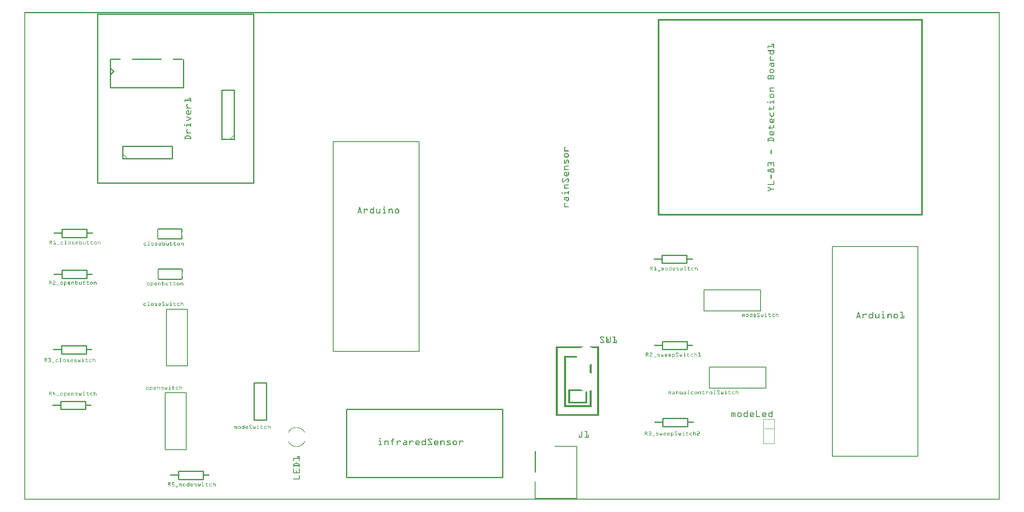
<source format=gto>
G04 MADE WITH FRITZING*
G04 WWW.FRITZING.ORG*
G04 DOUBLE SIDED*
G04 HOLES PLATED*
G04 CONTOUR ON CENTER OF CONTOUR VECTOR*
%ASAXBY*%
%FSLAX23Y23*%
%MOIN*%
%OFA0B0*%
%SFA1.0B1.0*%
%ADD10R,2.139879X1.588699X2.112101X1.560921*%
%ADD11C,0.013889*%
%ADD12C,0.010000*%
%ADD13C,0.008000*%
%ADD14R,0.001000X0.001000*%
%LNSILK1*%
G90*
G70*
G54D11*
X5121Y3877D02*
X7247Y3877D01*
X7247Y2302D01*
X5121Y2302D01*
X5121Y3877D01*
D02*
G54D12*
X292Y797D02*
X492Y797D01*
D02*
X492Y797D02*
X492Y731D01*
D02*
X492Y731D02*
X292Y731D01*
D02*
X292Y731D02*
X292Y797D01*
D02*
X302Y1854D02*
X502Y1854D01*
D02*
X502Y1854D02*
X502Y1788D01*
D02*
X502Y1788D02*
X302Y1788D01*
D02*
X302Y1788D02*
X302Y1854D01*
D02*
X305Y2186D02*
X505Y2186D01*
D02*
X505Y2186D02*
X505Y2120D01*
D02*
X505Y2120D02*
X305Y2120D01*
D02*
X305Y2120D02*
X305Y2186D01*
D02*
X299Y1245D02*
X499Y1245D01*
D02*
X499Y1245D02*
X499Y1179D01*
D02*
X499Y1179D02*
X299Y1179D01*
D02*
X299Y1179D02*
X299Y1245D01*
D02*
X5150Y1280D02*
X5350Y1280D01*
D02*
X5350Y1280D02*
X5350Y1214D01*
D02*
X5350Y1214D02*
X5150Y1214D01*
D02*
X5150Y1214D02*
X5150Y1280D01*
D02*
X5154Y659D02*
X5354Y659D01*
D02*
X5354Y659D02*
X5354Y593D01*
D02*
X5354Y593D02*
X5154Y593D01*
D02*
X5154Y593D02*
X5154Y659D01*
D02*
X5147Y1977D02*
X5347Y1977D01*
D02*
X5347Y1977D02*
X5347Y1911D01*
D02*
X5347Y1911D02*
X5147Y1911D01*
D02*
X5147Y1911D02*
X5147Y1977D01*
G54D13*
D02*
X5987Y902D02*
X5987Y1073D01*
D02*
X5987Y1073D02*
X5529Y1073D01*
D02*
X5529Y1073D02*
X5529Y902D01*
D02*
X5529Y902D02*
X5987Y902D01*
D02*
X5945Y1526D02*
X5945Y1697D01*
D02*
X5945Y1697D02*
X5487Y1697D01*
D02*
X5487Y1697D02*
X5487Y1526D01*
D02*
X5487Y1526D02*
X5945Y1526D01*
D02*
X1307Y864D02*
X1136Y864D01*
D02*
X1136Y864D02*
X1136Y406D01*
D02*
X1136Y406D02*
X1307Y406D01*
D02*
X1307Y406D02*
X1307Y864D01*
D02*
X1318Y1540D02*
X1147Y1540D01*
D02*
X1147Y1540D02*
X1147Y1082D01*
D02*
X1147Y1082D02*
X1318Y1082D01*
D02*
X1318Y1082D02*
X1318Y1540D01*
G54D12*
D02*
X1854Y946D02*
X1854Y646D01*
D02*
X1854Y646D02*
X1954Y646D01*
D02*
X1954Y646D02*
X1954Y946D01*
D02*
X1954Y946D02*
X1854Y946D01*
D02*
X693Y3557D02*
X693Y3330D01*
D02*
X693Y3330D02*
X1283Y3330D01*
D02*
X1283Y3330D02*
X1283Y3557D01*
D02*
X793Y2757D02*
X1193Y2757D01*
D02*
X1193Y2757D02*
X1193Y2857D01*
D02*
X1193Y2857D02*
X793Y2857D01*
D02*
X793Y2857D02*
X793Y2757D01*
D02*
X1692Y2909D02*
X1692Y3309D01*
D02*
X1692Y3309D02*
X1592Y3309D01*
D02*
X1592Y3309D02*
X1592Y2909D01*
D02*
X2601Y733D02*
X2601Y182D01*
D02*
X2601Y182D02*
X3861Y182D01*
D02*
X3861Y182D02*
X3861Y733D01*
D02*
X3861Y733D02*
X2601Y733D01*
G54D13*
D02*
X4460Y431D02*
X4282Y431D01*
D02*
X4125Y148D02*
X4125Y13D01*
D02*
X4460Y13D02*
X4460Y431D01*
D02*
X4125Y13D02*
X4460Y13D01*
D02*
X4460Y13D02*
X4458Y13D01*
G54D12*
D02*
X1245Y232D02*
X1445Y232D01*
D02*
X1445Y232D02*
X1445Y166D01*
D02*
X1445Y166D02*
X1245Y166D01*
D02*
X1245Y166D02*
X1245Y232D01*
G54D13*
X6523Y352D02*
X7215Y352D01*
X7215Y2045D01*
X6523Y2045D01*
X6523Y352D01*
D02*
X2495Y1199D02*
X3187Y1199D01*
X3187Y2891D01*
X2495Y2891D01*
X2495Y1199D01*
D02*
G54D14*
X1Y3937D02*
X7874Y3937D01*
X1Y3936D02*
X7874Y3936D01*
X1Y3935D02*
X7874Y3935D01*
X1Y3934D02*
X7874Y3934D01*
X1Y3933D02*
X7874Y3933D01*
X1Y3932D02*
X7874Y3932D01*
X1Y3931D02*
X7874Y3931D01*
X1Y3930D02*
X7874Y3930D01*
X1Y3929D02*
X8Y3929D01*
X7867Y3929D02*
X7874Y3929D01*
X1Y3928D02*
X8Y3928D01*
X7867Y3928D02*
X7874Y3928D01*
X1Y3927D02*
X8Y3927D01*
X7867Y3927D02*
X7874Y3927D01*
X1Y3926D02*
X8Y3926D01*
X7867Y3926D02*
X7874Y3926D01*
X1Y3925D02*
X8Y3925D01*
X589Y3925D02*
X1857Y3925D01*
X7867Y3925D02*
X7874Y3925D01*
X1Y3924D02*
X8Y3924D01*
X588Y3924D02*
X1857Y3924D01*
X7867Y3924D02*
X7874Y3924D01*
X1Y3923D02*
X8Y3923D01*
X588Y3923D02*
X1857Y3923D01*
X7867Y3923D02*
X7874Y3923D01*
X1Y3922D02*
X8Y3922D01*
X588Y3922D02*
X1857Y3922D01*
X7867Y3922D02*
X7874Y3922D01*
X1Y3921D02*
X8Y3921D01*
X588Y3921D02*
X1857Y3921D01*
X7867Y3921D02*
X7874Y3921D01*
X1Y3920D02*
X8Y3920D01*
X588Y3920D02*
X1857Y3920D01*
X7867Y3920D02*
X7874Y3920D01*
X1Y3919D02*
X8Y3919D01*
X588Y3919D02*
X1857Y3919D01*
X7867Y3919D02*
X7874Y3919D01*
X1Y3918D02*
X8Y3918D01*
X588Y3918D02*
X1857Y3918D01*
X7867Y3918D02*
X7874Y3918D01*
X1Y3917D02*
X8Y3917D01*
X588Y3917D02*
X1857Y3917D01*
X7867Y3917D02*
X7874Y3917D01*
X1Y3916D02*
X8Y3916D01*
X588Y3916D02*
X1857Y3916D01*
X7867Y3916D02*
X7874Y3916D01*
X1Y3915D02*
X8Y3915D01*
X588Y3915D02*
X598Y3915D01*
X1848Y3915D02*
X1857Y3915D01*
X7867Y3915D02*
X7874Y3915D01*
X1Y3914D02*
X8Y3914D01*
X588Y3914D02*
X597Y3914D01*
X1848Y3914D02*
X1857Y3914D01*
X7867Y3914D02*
X7874Y3914D01*
X1Y3913D02*
X8Y3913D01*
X588Y3913D02*
X597Y3913D01*
X1848Y3913D02*
X1857Y3913D01*
X7867Y3913D02*
X7874Y3913D01*
X1Y3912D02*
X8Y3912D01*
X588Y3912D02*
X597Y3912D01*
X1848Y3912D02*
X1857Y3912D01*
X7867Y3912D02*
X7874Y3912D01*
X1Y3911D02*
X8Y3911D01*
X588Y3911D02*
X597Y3911D01*
X1848Y3911D02*
X1857Y3911D01*
X7867Y3911D02*
X7874Y3911D01*
X1Y3910D02*
X8Y3910D01*
X588Y3910D02*
X597Y3910D01*
X1848Y3910D02*
X1857Y3910D01*
X7867Y3910D02*
X7874Y3910D01*
X1Y3909D02*
X8Y3909D01*
X588Y3909D02*
X597Y3909D01*
X1848Y3909D02*
X1857Y3909D01*
X7867Y3909D02*
X7874Y3909D01*
X1Y3908D02*
X8Y3908D01*
X588Y3908D02*
X597Y3908D01*
X1848Y3908D02*
X1857Y3908D01*
X7867Y3908D02*
X7874Y3908D01*
X1Y3907D02*
X8Y3907D01*
X588Y3907D02*
X597Y3907D01*
X1848Y3907D02*
X1857Y3907D01*
X7867Y3907D02*
X7874Y3907D01*
X1Y3906D02*
X8Y3906D01*
X588Y3906D02*
X597Y3906D01*
X1848Y3906D02*
X1857Y3906D01*
X7867Y3906D02*
X7874Y3906D01*
X1Y3905D02*
X8Y3905D01*
X588Y3905D02*
X597Y3905D01*
X1848Y3905D02*
X1857Y3905D01*
X7867Y3905D02*
X7874Y3905D01*
X1Y3904D02*
X8Y3904D01*
X588Y3904D02*
X597Y3904D01*
X1848Y3904D02*
X1857Y3904D01*
X7867Y3904D02*
X7874Y3904D01*
X1Y3903D02*
X8Y3903D01*
X588Y3903D02*
X597Y3903D01*
X1848Y3903D02*
X1857Y3903D01*
X7867Y3903D02*
X7874Y3903D01*
X1Y3902D02*
X8Y3902D01*
X588Y3902D02*
X597Y3902D01*
X1848Y3902D02*
X1857Y3902D01*
X7867Y3902D02*
X7874Y3902D01*
X1Y3901D02*
X8Y3901D01*
X588Y3901D02*
X597Y3901D01*
X1848Y3901D02*
X1857Y3901D01*
X7867Y3901D02*
X7874Y3901D01*
X1Y3900D02*
X8Y3900D01*
X588Y3900D02*
X597Y3900D01*
X1848Y3900D02*
X1857Y3900D01*
X7867Y3900D02*
X7874Y3900D01*
X1Y3899D02*
X8Y3899D01*
X588Y3899D02*
X597Y3899D01*
X1848Y3899D02*
X1857Y3899D01*
X7867Y3899D02*
X7874Y3899D01*
X1Y3898D02*
X8Y3898D01*
X588Y3898D02*
X597Y3898D01*
X1848Y3898D02*
X1857Y3898D01*
X7867Y3898D02*
X7874Y3898D01*
X1Y3897D02*
X8Y3897D01*
X588Y3897D02*
X597Y3897D01*
X1848Y3897D02*
X1857Y3897D01*
X7867Y3897D02*
X7874Y3897D01*
X1Y3896D02*
X8Y3896D01*
X588Y3896D02*
X597Y3896D01*
X1848Y3896D02*
X1857Y3896D01*
X7867Y3896D02*
X7874Y3896D01*
X1Y3895D02*
X8Y3895D01*
X588Y3895D02*
X597Y3895D01*
X1848Y3895D02*
X1857Y3895D01*
X7867Y3895D02*
X7874Y3895D01*
X1Y3894D02*
X8Y3894D01*
X588Y3894D02*
X597Y3894D01*
X1848Y3894D02*
X1857Y3894D01*
X7867Y3894D02*
X7874Y3894D01*
X1Y3893D02*
X8Y3893D01*
X588Y3893D02*
X597Y3893D01*
X1848Y3893D02*
X1857Y3893D01*
X7867Y3893D02*
X7874Y3893D01*
X1Y3892D02*
X8Y3892D01*
X588Y3892D02*
X597Y3892D01*
X1848Y3892D02*
X1857Y3892D01*
X7867Y3892D02*
X7874Y3892D01*
X1Y3891D02*
X8Y3891D01*
X588Y3891D02*
X597Y3891D01*
X1848Y3891D02*
X1857Y3891D01*
X7867Y3891D02*
X7874Y3891D01*
X1Y3890D02*
X8Y3890D01*
X588Y3890D02*
X597Y3890D01*
X1848Y3890D02*
X1857Y3890D01*
X7867Y3890D02*
X7874Y3890D01*
X1Y3889D02*
X8Y3889D01*
X588Y3889D02*
X597Y3889D01*
X1848Y3889D02*
X1857Y3889D01*
X7867Y3889D02*
X7874Y3889D01*
X1Y3888D02*
X8Y3888D01*
X588Y3888D02*
X597Y3888D01*
X1848Y3888D02*
X1857Y3888D01*
X7867Y3888D02*
X7874Y3888D01*
X1Y3887D02*
X8Y3887D01*
X588Y3887D02*
X597Y3887D01*
X1848Y3887D02*
X1857Y3887D01*
X7867Y3887D02*
X7874Y3887D01*
X1Y3886D02*
X8Y3886D01*
X588Y3886D02*
X597Y3886D01*
X1848Y3886D02*
X1857Y3886D01*
X7867Y3886D02*
X7874Y3886D01*
X1Y3885D02*
X8Y3885D01*
X588Y3885D02*
X597Y3885D01*
X1848Y3885D02*
X1857Y3885D01*
X7867Y3885D02*
X7874Y3885D01*
X1Y3884D02*
X8Y3884D01*
X588Y3884D02*
X597Y3884D01*
X1848Y3884D02*
X1857Y3884D01*
X7867Y3884D02*
X7874Y3884D01*
X1Y3883D02*
X8Y3883D01*
X588Y3883D02*
X597Y3883D01*
X1848Y3883D02*
X1857Y3883D01*
X7867Y3883D02*
X7874Y3883D01*
X1Y3882D02*
X8Y3882D01*
X588Y3882D02*
X597Y3882D01*
X1848Y3882D02*
X1857Y3882D01*
X7867Y3882D02*
X7874Y3882D01*
X1Y3881D02*
X8Y3881D01*
X588Y3881D02*
X597Y3881D01*
X1848Y3881D02*
X1857Y3881D01*
X7867Y3881D02*
X7874Y3881D01*
X1Y3880D02*
X8Y3880D01*
X588Y3880D02*
X597Y3880D01*
X1848Y3880D02*
X1857Y3880D01*
X7867Y3880D02*
X7874Y3880D01*
X1Y3879D02*
X8Y3879D01*
X588Y3879D02*
X597Y3879D01*
X1848Y3879D02*
X1857Y3879D01*
X7867Y3879D02*
X7874Y3879D01*
X1Y3878D02*
X8Y3878D01*
X588Y3878D02*
X597Y3878D01*
X1848Y3878D02*
X1857Y3878D01*
X7867Y3878D02*
X7874Y3878D01*
X1Y3877D02*
X8Y3877D01*
X588Y3877D02*
X597Y3877D01*
X1848Y3877D02*
X1857Y3877D01*
X7867Y3877D02*
X7874Y3877D01*
X1Y3876D02*
X8Y3876D01*
X588Y3876D02*
X597Y3876D01*
X1848Y3876D02*
X1857Y3876D01*
X7867Y3876D02*
X7874Y3876D01*
X1Y3875D02*
X8Y3875D01*
X588Y3875D02*
X597Y3875D01*
X1848Y3875D02*
X1857Y3875D01*
X7867Y3875D02*
X7874Y3875D01*
X1Y3874D02*
X8Y3874D01*
X588Y3874D02*
X597Y3874D01*
X1848Y3874D02*
X1857Y3874D01*
X7867Y3874D02*
X7874Y3874D01*
X1Y3873D02*
X8Y3873D01*
X588Y3873D02*
X597Y3873D01*
X1848Y3873D02*
X1857Y3873D01*
X7867Y3873D02*
X7874Y3873D01*
X1Y3872D02*
X8Y3872D01*
X588Y3872D02*
X597Y3872D01*
X1848Y3872D02*
X1857Y3872D01*
X7867Y3872D02*
X7874Y3872D01*
X1Y3871D02*
X8Y3871D01*
X588Y3871D02*
X597Y3871D01*
X1848Y3871D02*
X1857Y3871D01*
X7867Y3871D02*
X7874Y3871D01*
X1Y3870D02*
X8Y3870D01*
X588Y3870D02*
X597Y3870D01*
X1848Y3870D02*
X1857Y3870D01*
X7867Y3870D02*
X7874Y3870D01*
X1Y3869D02*
X8Y3869D01*
X588Y3869D02*
X597Y3869D01*
X1848Y3869D02*
X1857Y3869D01*
X7867Y3869D02*
X7874Y3869D01*
X1Y3868D02*
X8Y3868D01*
X588Y3868D02*
X597Y3868D01*
X1848Y3868D02*
X1857Y3868D01*
X7867Y3868D02*
X7874Y3868D01*
X1Y3867D02*
X8Y3867D01*
X588Y3867D02*
X597Y3867D01*
X1848Y3867D02*
X1857Y3867D01*
X7867Y3867D02*
X7874Y3867D01*
X1Y3866D02*
X8Y3866D01*
X588Y3866D02*
X597Y3866D01*
X1848Y3866D02*
X1857Y3866D01*
X7867Y3866D02*
X7874Y3866D01*
X1Y3865D02*
X8Y3865D01*
X588Y3865D02*
X597Y3865D01*
X1848Y3865D02*
X1857Y3865D01*
X7867Y3865D02*
X7874Y3865D01*
X1Y3864D02*
X8Y3864D01*
X588Y3864D02*
X597Y3864D01*
X1848Y3864D02*
X1857Y3864D01*
X7867Y3864D02*
X7874Y3864D01*
X1Y3863D02*
X8Y3863D01*
X588Y3863D02*
X597Y3863D01*
X1848Y3863D02*
X1857Y3863D01*
X7867Y3863D02*
X7874Y3863D01*
X1Y3862D02*
X8Y3862D01*
X588Y3862D02*
X597Y3862D01*
X1848Y3862D02*
X1857Y3862D01*
X7867Y3862D02*
X7874Y3862D01*
X1Y3861D02*
X8Y3861D01*
X588Y3861D02*
X597Y3861D01*
X1848Y3861D02*
X1857Y3861D01*
X7867Y3861D02*
X7874Y3861D01*
X1Y3860D02*
X8Y3860D01*
X588Y3860D02*
X597Y3860D01*
X1848Y3860D02*
X1857Y3860D01*
X7867Y3860D02*
X7874Y3860D01*
X1Y3859D02*
X8Y3859D01*
X588Y3859D02*
X597Y3859D01*
X1848Y3859D02*
X1857Y3859D01*
X7867Y3859D02*
X7874Y3859D01*
X1Y3858D02*
X8Y3858D01*
X588Y3858D02*
X597Y3858D01*
X1848Y3858D02*
X1857Y3858D01*
X7867Y3858D02*
X7874Y3858D01*
X1Y3857D02*
X8Y3857D01*
X588Y3857D02*
X597Y3857D01*
X1848Y3857D02*
X1857Y3857D01*
X7867Y3857D02*
X7874Y3857D01*
X1Y3856D02*
X8Y3856D01*
X588Y3856D02*
X597Y3856D01*
X1848Y3856D02*
X1857Y3856D01*
X7867Y3856D02*
X7874Y3856D01*
X1Y3855D02*
X8Y3855D01*
X588Y3855D02*
X597Y3855D01*
X1848Y3855D02*
X1857Y3855D01*
X7867Y3855D02*
X7874Y3855D01*
X1Y3854D02*
X8Y3854D01*
X588Y3854D02*
X597Y3854D01*
X1848Y3854D02*
X1857Y3854D01*
X7867Y3854D02*
X7874Y3854D01*
X1Y3853D02*
X8Y3853D01*
X588Y3853D02*
X597Y3853D01*
X1848Y3853D02*
X1857Y3853D01*
X7867Y3853D02*
X7874Y3853D01*
X1Y3852D02*
X8Y3852D01*
X588Y3852D02*
X597Y3852D01*
X1848Y3852D02*
X1857Y3852D01*
X7867Y3852D02*
X7874Y3852D01*
X1Y3851D02*
X8Y3851D01*
X588Y3851D02*
X597Y3851D01*
X1848Y3851D02*
X1857Y3851D01*
X7867Y3851D02*
X7874Y3851D01*
X1Y3850D02*
X8Y3850D01*
X588Y3850D02*
X597Y3850D01*
X1848Y3850D02*
X1857Y3850D01*
X7867Y3850D02*
X7874Y3850D01*
X1Y3849D02*
X8Y3849D01*
X588Y3849D02*
X597Y3849D01*
X1848Y3849D02*
X1857Y3849D01*
X7867Y3849D02*
X7874Y3849D01*
X1Y3848D02*
X8Y3848D01*
X588Y3848D02*
X597Y3848D01*
X1848Y3848D02*
X1857Y3848D01*
X7867Y3848D02*
X7874Y3848D01*
X1Y3847D02*
X8Y3847D01*
X588Y3847D02*
X597Y3847D01*
X1848Y3847D02*
X1857Y3847D01*
X7867Y3847D02*
X7874Y3847D01*
X1Y3846D02*
X8Y3846D01*
X588Y3846D02*
X597Y3846D01*
X1848Y3846D02*
X1857Y3846D01*
X7867Y3846D02*
X7874Y3846D01*
X1Y3845D02*
X8Y3845D01*
X588Y3845D02*
X597Y3845D01*
X1848Y3845D02*
X1857Y3845D01*
X7867Y3845D02*
X7874Y3845D01*
X1Y3844D02*
X8Y3844D01*
X588Y3844D02*
X597Y3844D01*
X1848Y3844D02*
X1857Y3844D01*
X7867Y3844D02*
X7874Y3844D01*
X1Y3843D02*
X8Y3843D01*
X588Y3843D02*
X597Y3843D01*
X1848Y3843D02*
X1857Y3843D01*
X7867Y3843D02*
X7874Y3843D01*
X1Y3842D02*
X8Y3842D01*
X588Y3842D02*
X597Y3842D01*
X1848Y3842D02*
X1857Y3842D01*
X7867Y3842D02*
X7874Y3842D01*
X1Y3841D02*
X8Y3841D01*
X588Y3841D02*
X597Y3841D01*
X1848Y3841D02*
X1857Y3841D01*
X7867Y3841D02*
X7874Y3841D01*
X1Y3840D02*
X8Y3840D01*
X588Y3840D02*
X597Y3840D01*
X1848Y3840D02*
X1857Y3840D01*
X7867Y3840D02*
X7874Y3840D01*
X1Y3839D02*
X8Y3839D01*
X588Y3839D02*
X597Y3839D01*
X1848Y3839D02*
X1857Y3839D01*
X7867Y3839D02*
X7874Y3839D01*
X1Y3838D02*
X8Y3838D01*
X588Y3838D02*
X597Y3838D01*
X1848Y3838D02*
X1857Y3838D01*
X7867Y3838D02*
X7874Y3838D01*
X1Y3837D02*
X8Y3837D01*
X588Y3837D02*
X597Y3837D01*
X1848Y3837D02*
X1857Y3837D01*
X7867Y3837D02*
X7874Y3837D01*
X1Y3836D02*
X8Y3836D01*
X588Y3836D02*
X597Y3836D01*
X1848Y3836D02*
X1857Y3836D01*
X7867Y3836D02*
X7874Y3836D01*
X1Y3835D02*
X8Y3835D01*
X588Y3835D02*
X597Y3835D01*
X1848Y3835D02*
X1857Y3835D01*
X7867Y3835D02*
X7874Y3835D01*
X1Y3834D02*
X8Y3834D01*
X588Y3834D02*
X597Y3834D01*
X1848Y3834D02*
X1857Y3834D01*
X7867Y3834D02*
X7874Y3834D01*
X1Y3833D02*
X8Y3833D01*
X588Y3833D02*
X597Y3833D01*
X1848Y3833D02*
X1857Y3833D01*
X7867Y3833D02*
X7874Y3833D01*
X1Y3832D02*
X8Y3832D01*
X588Y3832D02*
X597Y3832D01*
X1848Y3832D02*
X1857Y3832D01*
X7867Y3832D02*
X7874Y3832D01*
X1Y3831D02*
X8Y3831D01*
X588Y3831D02*
X597Y3831D01*
X1848Y3831D02*
X1857Y3831D01*
X7867Y3831D02*
X7874Y3831D01*
X1Y3830D02*
X8Y3830D01*
X588Y3830D02*
X597Y3830D01*
X1848Y3830D02*
X1857Y3830D01*
X7867Y3830D02*
X7874Y3830D01*
X1Y3829D02*
X8Y3829D01*
X588Y3829D02*
X597Y3829D01*
X1848Y3829D02*
X1857Y3829D01*
X7867Y3829D02*
X7874Y3829D01*
X1Y3828D02*
X8Y3828D01*
X588Y3828D02*
X597Y3828D01*
X1848Y3828D02*
X1857Y3828D01*
X7867Y3828D02*
X7874Y3828D01*
X1Y3827D02*
X8Y3827D01*
X588Y3827D02*
X597Y3827D01*
X1848Y3827D02*
X1857Y3827D01*
X7867Y3827D02*
X7874Y3827D01*
X1Y3826D02*
X8Y3826D01*
X588Y3826D02*
X597Y3826D01*
X1848Y3826D02*
X1857Y3826D01*
X7867Y3826D02*
X7874Y3826D01*
X1Y3825D02*
X8Y3825D01*
X588Y3825D02*
X597Y3825D01*
X1848Y3825D02*
X1857Y3825D01*
X7867Y3825D02*
X7874Y3825D01*
X1Y3824D02*
X8Y3824D01*
X588Y3824D02*
X597Y3824D01*
X1848Y3824D02*
X1857Y3824D01*
X7867Y3824D02*
X7874Y3824D01*
X1Y3823D02*
X8Y3823D01*
X588Y3823D02*
X597Y3823D01*
X1848Y3823D02*
X1857Y3823D01*
X7867Y3823D02*
X7874Y3823D01*
X1Y3822D02*
X8Y3822D01*
X588Y3822D02*
X597Y3822D01*
X1848Y3822D02*
X1857Y3822D01*
X7867Y3822D02*
X7874Y3822D01*
X1Y3821D02*
X8Y3821D01*
X588Y3821D02*
X597Y3821D01*
X1848Y3821D02*
X1857Y3821D01*
X7867Y3821D02*
X7874Y3821D01*
X1Y3820D02*
X8Y3820D01*
X588Y3820D02*
X597Y3820D01*
X1848Y3820D02*
X1857Y3820D01*
X7867Y3820D02*
X7874Y3820D01*
X1Y3819D02*
X8Y3819D01*
X588Y3819D02*
X597Y3819D01*
X1848Y3819D02*
X1857Y3819D01*
X7867Y3819D02*
X7874Y3819D01*
X1Y3818D02*
X8Y3818D01*
X588Y3818D02*
X597Y3818D01*
X1848Y3818D02*
X1857Y3818D01*
X7867Y3818D02*
X7874Y3818D01*
X1Y3817D02*
X8Y3817D01*
X588Y3817D02*
X597Y3817D01*
X1848Y3817D02*
X1857Y3817D01*
X7867Y3817D02*
X7874Y3817D01*
X1Y3816D02*
X8Y3816D01*
X588Y3816D02*
X597Y3816D01*
X1848Y3816D02*
X1857Y3816D01*
X7867Y3816D02*
X7874Y3816D01*
X1Y3815D02*
X8Y3815D01*
X588Y3815D02*
X597Y3815D01*
X1848Y3815D02*
X1857Y3815D01*
X7867Y3815D02*
X7874Y3815D01*
X1Y3814D02*
X8Y3814D01*
X588Y3814D02*
X597Y3814D01*
X1848Y3814D02*
X1857Y3814D01*
X7867Y3814D02*
X7874Y3814D01*
X1Y3813D02*
X8Y3813D01*
X588Y3813D02*
X597Y3813D01*
X1848Y3813D02*
X1857Y3813D01*
X7867Y3813D02*
X7874Y3813D01*
X1Y3812D02*
X8Y3812D01*
X588Y3812D02*
X597Y3812D01*
X1848Y3812D02*
X1857Y3812D01*
X7867Y3812D02*
X7874Y3812D01*
X1Y3811D02*
X8Y3811D01*
X588Y3811D02*
X597Y3811D01*
X1848Y3811D02*
X1857Y3811D01*
X7867Y3811D02*
X7874Y3811D01*
X1Y3810D02*
X8Y3810D01*
X588Y3810D02*
X597Y3810D01*
X1848Y3810D02*
X1857Y3810D01*
X7867Y3810D02*
X7874Y3810D01*
X1Y3809D02*
X8Y3809D01*
X588Y3809D02*
X597Y3809D01*
X1848Y3809D02*
X1857Y3809D01*
X7867Y3809D02*
X7874Y3809D01*
X1Y3808D02*
X8Y3808D01*
X588Y3808D02*
X597Y3808D01*
X1848Y3808D02*
X1857Y3808D01*
X7867Y3808D02*
X7874Y3808D01*
X1Y3807D02*
X8Y3807D01*
X588Y3807D02*
X597Y3807D01*
X1848Y3807D02*
X1857Y3807D01*
X7867Y3807D02*
X7874Y3807D01*
X1Y3806D02*
X8Y3806D01*
X588Y3806D02*
X597Y3806D01*
X1848Y3806D02*
X1857Y3806D01*
X7867Y3806D02*
X7874Y3806D01*
X1Y3805D02*
X8Y3805D01*
X588Y3805D02*
X597Y3805D01*
X1848Y3805D02*
X1857Y3805D01*
X7867Y3805D02*
X7874Y3805D01*
X1Y3804D02*
X8Y3804D01*
X588Y3804D02*
X597Y3804D01*
X1848Y3804D02*
X1857Y3804D01*
X7867Y3804D02*
X7874Y3804D01*
X1Y3803D02*
X8Y3803D01*
X588Y3803D02*
X597Y3803D01*
X1848Y3803D02*
X1857Y3803D01*
X7867Y3803D02*
X7874Y3803D01*
X1Y3802D02*
X8Y3802D01*
X588Y3802D02*
X597Y3802D01*
X1848Y3802D02*
X1857Y3802D01*
X7867Y3802D02*
X7874Y3802D01*
X1Y3801D02*
X8Y3801D01*
X588Y3801D02*
X597Y3801D01*
X1848Y3801D02*
X1857Y3801D01*
X7867Y3801D02*
X7874Y3801D01*
X1Y3800D02*
X8Y3800D01*
X588Y3800D02*
X597Y3800D01*
X1848Y3800D02*
X1857Y3800D01*
X7867Y3800D02*
X7874Y3800D01*
X1Y3799D02*
X8Y3799D01*
X588Y3799D02*
X597Y3799D01*
X1848Y3799D02*
X1857Y3799D01*
X7867Y3799D02*
X7874Y3799D01*
X1Y3798D02*
X8Y3798D01*
X588Y3798D02*
X597Y3798D01*
X1848Y3798D02*
X1857Y3798D01*
X7867Y3798D02*
X7874Y3798D01*
X1Y3797D02*
X8Y3797D01*
X588Y3797D02*
X597Y3797D01*
X1848Y3797D02*
X1857Y3797D01*
X7867Y3797D02*
X7874Y3797D01*
X1Y3796D02*
X8Y3796D01*
X588Y3796D02*
X597Y3796D01*
X1848Y3796D02*
X1857Y3796D01*
X7867Y3796D02*
X7874Y3796D01*
X1Y3795D02*
X8Y3795D01*
X588Y3795D02*
X597Y3795D01*
X1848Y3795D02*
X1857Y3795D01*
X7867Y3795D02*
X7874Y3795D01*
X1Y3794D02*
X8Y3794D01*
X588Y3794D02*
X597Y3794D01*
X1848Y3794D02*
X1857Y3794D01*
X7867Y3794D02*
X7874Y3794D01*
X1Y3793D02*
X8Y3793D01*
X588Y3793D02*
X597Y3793D01*
X1848Y3793D02*
X1857Y3793D01*
X7867Y3793D02*
X7874Y3793D01*
X1Y3792D02*
X8Y3792D01*
X588Y3792D02*
X597Y3792D01*
X1848Y3792D02*
X1857Y3792D01*
X7867Y3792D02*
X7874Y3792D01*
X1Y3791D02*
X8Y3791D01*
X588Y3791D02*
X597Y3791D01*
X1848Y3791D02*
X1857Y3791D01*
X7867Y3791D02*
X7874Y3791D01*
X1Y3790D02*
X8Y3790D01*
X588Y3790D02*
X597Y3790D01*
X1848Y3790D02*
X1857Y3790D01*
X7867Y3790D02*
X7874Y3790D01*
X1Y3789D02*
X8Y3789D01*
X588Y3789D02*
X597Y3789D01*
X1848Y3789D02*
X1857Y3789D01*
X7867Y3789D02*
X7874Y3789D01*
X1Y3788D02*
X8Y3788D01*
X588Y3788D02*
X597Y3788D01*
X1848Y3788D02*
X1857Y3788D01*
X7867Y3788D02*
X7874Y3788D01*
X1Y3787D02*
X8Y3787D01*
X588Y3787D02*
X597Y3787D01*
X1848Y3787D02*
X1857Y3787D01*
X7867Y3787D02*
X7874Y3787D01*
X1Y3786D02*
X8Y3786D01*
X588Y3786D02*
X597Y3786D01*
X1848Y3786D02*
X1857Y3786D01*
X7867Y3786D02*
X7874Y3786D01*
X1Y3785D02*
X8Y3785D01*
X588Y3785D02*
X597Y3785D01*
X1848Y3785D02*
X1857Y3785D01*
X7867Y3785D02*
X7874Y3785D01*
X1Y3784D02*
X8Y3784D01*
X588Y3784D02*
X597Y3784D01*
X1848Y3784D02*
X1857Y3784D01*
X7867Y3784D02*
X7874Y3784D01*
X1Y3783D02*
X8Y3783D01*
X588Y3783D02*
X597Y3783D01*
X1848Y3783D02*
X1857Y3783D01*
X7867Y3783D02*
X7874Y3783D01*
X1Y3782D02*
X8Y3782D01*
X588Y3782D02*
X597Y3782D01*
X1848Y3782D02*
X1857Y3782D01*
X7867Y3782D02*
X7874Y3782D01*
X1Y3781D02*
X8Y3781D01*
X588Y3781D02*
X597Y3781D01*
X1848Y3781D02*
X1857Y3781D01*
X7867Y3781D02*
X7874Y3781D01*
X1Y3780D02*
X8Y3780D01*
X588Y3780D02*
X597Y3780D01*
X1848Y3780D02*
X1857Y3780D01*
X7867Y3780D02*
X7874Y3780D01*
X1Y3779D02*
X8Y3779D01*
X588Y3779D02*
X597Y3779D01*
X1848Y3779D02*
X1857Y3779D01*
X7867Y3779D02*
X7874Y3779D01*
X1Y3778D02*
X8Y3778D01*
X588Y3778D02*
X597Y3778D01*
X1848Y3778D02*
X1857Y3778D01*
X7867Y3778D02*
X7874Y3778D01*
X1Y3777D02*
X8Y3777D01*
X588Y3777D02*
X597Y3777D01*
X1848Y3777D02*
X1857Y3777D01*
X7867Y3777D02*
X7874Y3777D01*
X1Y3776D02*
X8Y3776D01*
X588Y3776D02*
X597Y3776D01*
X1848Y3776D02*
X1857Y3776D01*
X7867Y3776D02*
X7874Y3776D01*
X1Y3775D02*
X8Y3775D01*
X588Y3775D02*
X597Y3775D01*
X1848Y3775D02*
X1857Y3775D01*
X7867Y3775D02*
X7874Y3775D01*
X1Y3774D02*
X8Y3774D01*
X588Y3774D02*
X597Y3774D01*
X1848Y3774D02*
X1857Y3774D01*
X7867Y3774D02*
X7874Y3774D01*
X1Y3773D02*
X8Y3773D01*
X588Y3773D02*
X597Y3773D01*
X1848Y3773D02*
X1857Y3773D01*
X7867Y3773D02*
X7874Y3773D01*
X1Y3772D02*
X8Y3772D01*
X588Y3772D02*
X597Y3772D01*
X1848Y3772D02*
X1857Y3772D01*
X7867Y3772D02*
X7874Y3772D01*
X1Y3771D02*
X8Y3771D01*
X588Y3771D02*
X597Y3771D01*
X1848Y3771D02*
X1857Y3771D01*
X7867Y3771D02*
X7874Y3771D01*
X1Y3770D02*
X8Y3770D01*
X588Y3770D02*
X597Y3770D01*
X1848Y3770D02*
X1857Y3770D01*
X7867Y3770D02*
X7874Y3770D01*
X1Y3769D02*
X8Y3769D01*
X588Y3769D02*
X597Y3769D01*
X1848Y3769D02*
X1857Y3769D01*
X7867Y3769D02*
X7874Y3769D01*
X1Y3768D02*
X8Y3768D01*
X588Y3768D02*
X597Y3768D01*
X1848Y3768D02*
X1857Y3768D01*
X7867Y3768D02*
X7874Y3768D01*
X1Y3767D02*
X8Y3767D01*
X588Y3767D02*
X597Y3767D01*
X1848Y3767D02*
X1857Y3767D01*
X7867Y3767D02*
X7874Y3767D01*
X1Y3766D02*
X8Y3766D01*
X588Y3766D02*
X597Y3766D01*
X1848Y3766D02*
X1857Y3766D01*
X7867Y3766D02*
X7874Y3766D01*
X1Y3765D02*
X8Y3765D01*
X588Y3765D02*
X597Y3765D01*
X1848Y3765D02*
X1857Y3765D01*
X7867Y3765D02*
X7874Y3765D01*
X1Y3764D02*
X8Y3764D01*
X588Y3764D02*
X597Y3764D01*
X1848Y3764D02*
X1857Y3764D01*
X7867Y3764D02*
X7874Y3764D01*
X1Y3763D02*
X8Y3763D01*
X588Y3763D02*
X597Y3763D01*
X1848Y3763D02*
X1857Y3763D01*
X7867Y3763D02*
X7874Y3763D01*
X1Y3762D02*
X8Y3762D01*
X588Y3762D02*
X597Y3762D01*
X1848Y3762D02*
X1857Y3762D01*
X7867Y3762D02*
X7874Y3762D01*
X1Y3761D02*
X8Y3761D01*
X588Y3761D02*
X597Y3761D01*
X1848Y3761D02*
X1857Y3761D01*
X7867Y3761D02*
X7874Y3761D01*
X1Y3760D02*
X8Y3760D01*
X588Y3760D02*
X597Y3760D01*
X1848Y3760D02*
X1857Y3760D01*
X7867Y3760D02*
X7874Y3760D01*
X1Y3759D02*
X8Y3759D01*
X588Y3759D02*
X597Y3759D01*
X1848Y3759D02*
X1857Y3759D01*
X7867Y3759D02*
X7874Y3759D01*
X1Y3758D02*
X8Y3758D01*
X588Y3758D02*
X597Y3758D01*
X1848Y3758D02*
X1857Y3758D01*
X7867Y3758D02*
X7874Y3758D01*
X1Y3757D02*
X8Y3757D01*
X588Y3757D02*
X597Y3757D01*
X1848Y3757D02*
X1857Y3757D01*
X7867Y3757D02*
X7874Y3757D01*
X1Y3756D02*
X8Y3756D01*
X588Y3756D02*
X597Y3756D01*
X1848Y3756D02*
X1857Y3756D01*
X7867Y3756D02*
X7874Y3756D01*
X1Y3755D02*
X8Y3755D01*
X588Y3755D02*
X597Y3755D01*
X1848Y3755D02*
X1857Y3755D01*
X7867Y3755D02*
X7874Y3755D01*
X1Y3754D02*
X8Y3754D01*
X588Y3754D02*
X597Y3754D01*
X1848Y3754D02*
X1857Y3754D01*
X7867Y3754D02*
X7874Y3754D01*
X1Y3753D02*
X8Y3753D01*
X588Y3753D02*
X597Y3753D01*
X1848Y3753D02*
X1857Y3753D01*
X7867Y3753D02*
X7874Y3753D01*
X1Y3752D02*
X8Y3752D01*
X588Y3752D02*
X597Y3752D01*
X1848Y3752D02*
X1857Y3752D01*
X7867Y3752D02*
X7874Y3752D01*
X1Y3751D02*
X8Y3751D01*
X588Y3751D02*
X597Y3751D01*
X1848Y3751D02*
X1857Y3751D01*
X7867Y3751D02*
X7874Y3751D01*
X1Y3750D02*
X8Y3750D01*
X588Y3750D02*
X597Y3750D01*
X1848Y3750D02*
X1857Y3750D01*
X7867Y3750D02*
X7874Y3750D01*
X1Y3749D02*
X8Y3749D01*
X588Y3749D02*
X597Y3749D01*
X1848Y3749D02*
X1857Y3749D01*
X7867Y3749D02*
X7874Y3749D01*
X1Y3748D02*
X8Y3748D01*
X588Y3748D02*
X597Y3748D01*
X1848Y3748D02*
X1857Y3748D01*
X7867Y3748D02*
X7874Y3748D01*
X1Y3747D02*
X8Y3747D01*
X588Y3747D02*
X597Y3747D01*
X1848Y3747D02*
X1857Y3747D01*
X7867Y3747D02*
X7874Y3747D01*
X1Y3746D02*
X8Y3746D01*
X588Y3746D02*
X597Y3746D01*
X1848Y3746D02*
X1857Y3746D01*
X7867Y3746D02*
X7874Y3746D01*
X1Y3745D02*
X8Y3745D01*
X588Y3745D02*
X597Y3745D01*
X1848Y3745D02*
X1857Y3745D01*
X7867Y3745D02*
X7874Y3745D01*
X1Y3744D02*
X8Y3744D01*
X588Y3744D02*
X597Y3744D01*
X1848Y3744D02*
X1857Y3744D01*
X7867Y3744D02*
X7874Y3744D01*
X1Y3743D02*
X8Y3743D01*
X588Y3743D02*
X597Y3743D01*
X1848Y3743D02*
X1857Y3743D01*
X7867Y3743D02*
X7874Y3743D01*
X1Y3742D02*
X8Y3742D01*
X588Y3742D02*
X597Y3742D01*
X1848Y3742D02*
X1857Y3742D01*
X7867Y3742D02*
X7874Y3742D01*
X1Y3741D02*
X8Y3741D01*
X588Y3741D02*
X597Y3741D01*
X1848Y3741D02*
X1857Y3741D01*
X7867Y3741D02*
X7874Y3741D01*
X1Y3740D02*
X8Y3740D01*
X588Y3740D02*
X597Y3740D01*
X1848Y3740D02*
X1857Y3740D01*
X7867Y3740D02*
X7874Y3740D01*
X1Y3739D02*
X8Y3739D01*
X588Y3739D02*
X597Y3739D01*
X1848Y3739D02*
X1857Y3739D01*
X7867Y3739D02*
X7874Y3739D01*
X1Y3738D02*
X8Y3738D01*
X588Y3738D02*
X597Y3738D01*
X1848Y3738D02*
X1857Y3738D01*
X7867Y3738D02*
X7874Y3738D01*
X1Y3737D02*
X8Y3737D01*
X588Y3737D02*
X597Y3737D01*
X1848Y3737D02*
X1857Y3737D01*
X7867Y3737D02*
X7874Y3737D01*
X1Y3736D02*
X8Y3736D01*
X588Y3736D02*
X597Y3736D01*
X1848Y3736D02*
X1857Y3736D01*
X7867Y3736D02*
X7874Y3736D01*
X1Y3735D02*
X8Y3735D01*
X588Y3735D02*
X597Y3735D01*
X1848Y3735D02*
X1857Y3735D01*
X7867Y3735D02*
X7874Y3735D01*
X1Y3734D02*
X8Y3734D01*
X588Y3734D02*
X597Y3734D01*
X1848Y3734D02*
X1857Y3734D01*
X7867Y3734D02*
X7874Y3734D01*
X1Y3733D02*
X8Y3733D01*
X588Y3733D02*
X597Y3733D01*
X1848Y3733D02*
X1857Y3733D01*
X7867Y3733D02*
X7874Y3733D01*
X1Y3732D02*
X8Y3732D01*
X588Y3732D02*
X597Y3732D01*
X1848Y3732D02*
X1857Y3732D01*
X7867Y3732D02*
X7874Y3732D01*
X1Y3731D02*
X8Y3731D01*
X588Y3731D02*
X597Y3731D01*
X1848Y3731D02*
X1857Y3731D01*
X7867Y3731D02*
X7874Y3731D01*
X1Y3730D02*
X8Y3730D01*
X588Y3730D02*
X597Y3730D01*
X1848Y3730D02*
X1857Y3730D01*
X7867Y3730D02*
X7874Y3730D01*
X1Y3729D02*
X8Y3729D01*
X588Y3729D02*
X597Y3729D01*
X1848Y3729D02*
X1857Y3729D01*
X7867Y3729D02*
X7874Y3729D01*
X1Y3728D02*
X8Y3728D01*
X588Y3728D02*
X597Y3728D01*
X1848Y3728D02*
X1857Y3728D01*
X7867Y3728D02*
X7874Y3728D01*
X1Y3727D02*
X8Y3727D01*
X588Y3727D02*
X597Y3727D01*
X1848Y3727D02*
X1857Y3727D01*
X7867Y3727D02*
X7874Y3727D01*
X1Y3726D02*
X8Y3726D01*
X588Y3726D02*
X597Y3726D01*
X1848Y3726D02*
X1857Y3726D01*
X7867Y3726D02*
X7874Y3726D01*
X1Y3725D02*
X8Y3725D01*
X588Y3725D02*
X597Y3725D01*
X1848Y3725D02*
X1857Y3725D01*
X7867Y3725D02*
X7874Y3725D01*
X1Y3724D02*
X8Y3724D01*
X588Y3724D02*
X597Y3724D01*
X1848Y3724D02*
X1857Y3724D01*
X7867Y3724D02*
X7874Y3724D01*
X1Y3723D02*
X8Y3723D01*
X588Y3723D02*
X597Y3723D01*
X1848Y3723D02*
X1857Y3723D01*
X7867Y3723D02*
X7874Y3723D01*
X1Y3722D02*
X8Y3722D01*
X588Y3722D02*
X597Y3722D01*
X1848Y3722D02*
X1857Y3722D01*
X7867Y3722D02*
X7874Y3722D01*
X1Y3721D02*
X8Y3721D01*
X588Y3721D02*
X597Y3721D01*
X1848Y3721D02*
X1857Y3721D01*
X7867Y3721D02*
X7874Y3721D01*
X1Y3720D02*
X8Y3720D01*
X588Y3720D02*
X597Y3720D01*
X1848Y3720D02*
X1857Y3720D01*
X7867Y3720D02*
X7874Y3720D01*
X1Y3719D02*
X8Y3719D01*
X588Y3719D02*
X597Y3719D01*
X1848Y3719D02*
X1857Y3719D01*
X7867Y3719D02*
X7874Y3719D01*
X1Y3718D02*
X8Y3718D01*
X588Y3718D02*
X597Y3718D01*
X1848Y3718D02*
X1857Y3718D01*
X7867Y3718D02*
X7874Y3718D01*
X1Y3717D02*
X8Y3717D01*
X588Y3717D02*
X597Y3717D01*
X1848Y3717D02*
X1857Y3717D01*
X7867Y3717D02*
X7874Y3717D01*
X1Y3716D02*
X8Y3716D01*
X588Y3716D02*
X597Y3716D01*
X1848Y3716D02*
X1857Y3716D01*
X7867Y3716D02*
X7874Y3716D01*
X1Y3715D02*
X8Y3715D01*
X588Y3715D02*
X597Y3715D01*
X1848Y3715D02*
X1857Y3715D01*
X7867Y3715D02*
X7874Y3715D01*
X1Y3714D02*
X8Y3714D01*
X588Y3714D02*
X597Y3714D01*
X1848Y3714D02*
X1857Y3714D01*
X7867Y3714D02*
X7874Y3714D01*
X1Y3713D02*
X8Y3713D01*
X588Y3713D02*
X597Y3713D01*
X1848Y3713D02*
X1857Y3713D01*
X7867Y3713D02*
X7874Y3713D01*
X1Y3712D02*
X8Y3712D01*
X588Y3712D02*
X597Y3712D01*
X1848Y3712D02*
X1857Y3712D01*
X7867Y3712D02*
X7874Y3712D01*
X1Y3711D02*
X8Y3711D01*
X588Y3711D02*
X597Y3711D01*
X1848Y3711D02*
X1857Y3711D01*
X7867Y3711D02*
X7874Y3711D01*
X1Y3710D02*
X8Y3710D01*
X588Y3710D02*
X597Y3710D01*
X1848Y3710D02*
X1857Y3710D01*
X7867Y3710D02*
X7874Y3710D01*
X1Y3709D02*
X8Y3709D01*
X588Y3709D02*
X597Y3709D01*
X1848Y3709D02*
X1857Y3709D01*
X7867Y3709D02*
X7874Y3709D01*
X1Y3708D02*
X8Y3708D01*
X588Y3708D02*
X597Y3708D01*
X1848Y3708D02*
X1857Y3708D01*
X7867Y3708D02*
X7874Y3708D01*
X1Y3707D02*
X8Y3707D01*
X588Y3707D02*
X597Y3707D01*
X1848Y3707D02*
X1857Y3707D01*
X7867Y3707D02*
X7874Y3707D01*
X1Y3706D02*
X8Y3706D01*
X588Y3706D02*
X597Y3706D01*
X1848Y3706D02*
X1857Y3706D01*
X7867Y3706D02*
X7874Y3706D01*
X1Y3705D02*
X8Y3705D01*
X588Y3705D02*
X597Y3705D01*
X1848Y3705D02*
X1857Y3705D01*
X7867Y3705D02*
X7874Y3705D01*
X1Y3704D02*
X8Y3704D01*
X588Y3704D02*
X597Y3704D01*
X1848Y3704D02*
X1857Y3704D01*
X7867Y3704D02*
X7874Y3704D01*
X1Y3703D02*
X8Y3703D01*
X588Y3703D02*
X597Y3703D01*
X1848Y3703D02*
X1857Y3703D01*
X7867Y3703D02*
X7874Y3703D01*
X1Y3702D02*
X8Y3702D01*
X588Y3702D02*
X597Y3702D01*
X1848Y3702D02*
X1857Y3702D01*
X7867Y3702D02*
X7874Y3702D01*
X1Y3701D02*
X8Y3701D01*
X588Y3701D02*
X597Y3701D01*
X1848Y3701D02*
X1857Y3701D01*
X7867Y3701D02*
X7874Y3701D01*
X1Y3700D02*
X8Y3700D01*
X588Y3700D02*
X597Y3700D01*
X1848Y3700D02*
X1857Y3700D01*
X7867Y3700D02*
X7874Y3700D01*
X1Y3699D02*
X8Y3699D01*
X588Y3699D02*
X597Y3699D01*
X1848Y3699D02*
X1857Y3699D01*
X7867Y3699D02*
X7874Y3699D01*
X1Y3698D02*
X8Y3698D01*
X588Y3698D02*
X597Y3698D01*
X1848Y3698D02*
X1857Y3698D01*
X7867Y3698D02*
X7874Y3698D01*
X1Y3697D02*
X8Y3697D01*
X588Y3697D02*
X597Y3697D01*
X1848Y3697D02*
X1857Y3697D01*
X7867Y3697D02*
X7874Y3697D01*
X1Y3696D02*
X8Y3696D01*
X588Y3696D02*
X597Y3696D01*
X1848Y3696D02*
X1857Y3696D01*
X7867Y3696D02*
X7874Y3696D01*
X1Y3695D02*
X8Y3695D01*
X588Y3695D02*
X597Y3695D01*
X1848Y3695D02*
X1857Y3695D01*
X7867Y3695D02*
X7874Y3695D01*
X1Y3694D02*
X8Y3694D01*
X588Y3694D02*
X597Y3694D01*
X1848Y3694D02*
X1857Y3694D01*
X7867Y3694D02*
X7874Y3694D01*
X1Y3693D02*
X8Y3693D01*
X588Y3693D02*
X597Y3693D01*
X1848Y3693D02*
X1857Y3693D01*
X7867Y3693D02*
X7874Y3693D01*
X1Y3692D02*
X8Y3692D01*
X588Y3692D02*
X597Y3692D01*
X1848Y3692D02*
X1857Y3692D01*
X7867Y3692D02*
X7874Y3692D01*
X1Y3691D02*
X8Y3691D01*
X588Y3691D02*
X597Y3691D01*
X1848Y3691D02*
X1857Y3691D01*
X7867Y3691D02*
X7874Y3691D01*
X1Y3690D02*
X8Y3690D01*
X588Y3690D02*
X597Y3690D01*
X1848Y3690D02*
X1857Y3690D01*
X7867Y3690D02*
X7874Y3690D01*
X1Y3689D02*
X8Y3689D01*
X588Y3689D02*
X597Y3689D01*
X1848Y3689D02*
X1857Y3689D01*
X7867Y3689D02*
X7874Y3689D01*
X1Y3688D02*
X8Y3688D01*
X588Y3688D02*
X597Y3688D01*
X1848Y3688D02*
X1857Y3688D01*
X7867Y3688D02*
X7874Y3688D01*
X1Y3687D02*
X8Y3687D01*
X588Y3687D02*
X597Y3687D01*
X1848Y3687D02*
X1857Y3687D01*
X7867Y3687D02*
X7874Y3687D01*
X1Y3686D02*
X8Y3686D01*
X588Y3686D02*
X597Y3686D01*
X1848Y3686D02*
X1857Y3686D01*
X7867Y3686D02*
X7874Y3686D01*
X1Y3685D02*
X8Y3685D01*
X588Y3685D02*
X597Y3685D01*
X1848Y3685D02*
X1857Y3685D01*
X7867Y3685D02*
X7874Y3685D01*
X1Y3684D02*
X8Y3684D01*
X588Y3684D02*
X597Y3684D01*
X1848Y3684D02*
X1857Y3684D01*
X7867Y3684D02*
X7874Y3684D01*
X1Y3683D02*
X8Y3683D01*
X588Y3683D02*
X597Y3683D01*
X1848Y3683D02*
X1857Y3683D01*
X7867Y3683D02*
X7874Y3683D01*
X1Y3682D02*
X8Y3682D01*
X588Y3682D02*
X597Y3682D01*
X1848Y3682D02*
X1857Y3682D01*
X7867Y3682D02*
X7874Y3682D01*
X1Y3681D02*
X8Y3681D01*
X588Y3681D02*
X597Y3681D01*
X1848Y3681D02*
X1857Y3681D01*
X7867Y3681D02*
X7874Y3681D01*
X1Y3680D02*
X8Y3680D01*
X588Y3680D02*
X597Y3680D01*
X1848Y3680D02*
X1857Y3680D01*
X6033Y3680D02*
X6052Y3680D01*
X7867Y3680D02*
X7874Y3680D01*
X1Y3679D02*
X8Y3679D01*
X588Y3679D02*
X597Y3679D01*
X1848Y3679D02*
X1857Y3679D01*
X6031Y3679D02*
X6053Y3679D01*
X7867Y3679D02*
X7874Y3679D01*
X1Y3678D02*
X8Y3678D01*
X588Y3678D02*
X597Y3678D01*
X1848Y3678D02*
X1857Y3678D01*
X6031Y3678D02*
X6054Y3678D01*
X7867Y3678D02*
X7874Y3678D01*
X1Y3677D02*
X8Y3677D01*
X588Y3677D02*
X597Y3677D01*
X1848Y3677D02*
X1857Y3677D01*
X6031Y3677D02*
X6054Y3677D01*
X7867Y3677D02*
X7874Y3677D01*
X1Y3676D02*
X8Y3676D01*
X588Y3676D02*
X597Y3676D01*
X1848Y3676D02*
X1857Y3676D01*
X6031Y3676D02*
X6054Y3676D01*
X7867Y3676D02*
X7874Y3676D01*
X1Y3675D02*
X8Y3675D01*
X588Y3675D02*
X597Y3675D01*
X1848Y3675D02*
X1857Y3675D01*
X6031Y3675D02*
X6054Y3675D01*
X7867Y3675D02*
X7874Y3675D01*
X1Y3674D02*
X8Y3674D01*
X588Y3674D02*
X597Y3674D01*
X1848Y3674D02*
X1857Y3674D01*
X6032Y3674D02*
X6054Y3674D01*
X7867Y3674D02*
X7874Y3674D01*
X1Y3673D02*
X8Y3673D01*
X588Y3673D02*
X597Y3673D01*
X1848Y3673D02*
X1857Y3673D01*
X6048Y3673D02*
X6054Y3673D01*
X7867Y3673D02*
X7874Y3673D01*
X1Y3672D02*
X8Y3672D01*
X588Y3672D02*
X597Y3672D01*
X1848Y3672D02*
X1857Y3672D01*
X6048Y3672D02*
X6054Y3672D01*
X7867Y3672D02*
X7874Y3672D01*
X1Y3671D02*
X8Y3671D01*
X588Y3671D02*
X597Y3671D01*
X1848Y3671D02*
X1857Y3671D01*
X6048Y3671D02*
X6054Y3671D01*
X7867Y3671D02*
X7874Y3671D01*
X1Y3670D02*
X8Y3670D01*
X588Y3670D02*
X597Y3670D01*
X1848Y3670D02*
X1857Y3670D01*
X6048Y3670D02*
X6054Y3670D01*
X7867Y3670D02*
X7874Y3670D01*
X1Y3669D02*
X8Y3669D01*
X588Y3669D02*
X597Y3669D01*
X1848Y3669D02*
X1857Y3669D01*
X6048Y3669D02*
X6054Y3669D01*
X7867Y3669D02*
X7874Y3669D01*
X1Y3668D02*
X8Y3668D01*
X588Y3668D02*
X597Y3668D01*
X1848Y3668D02*
X1857Y3668D01*
X6048Y3668D02*
X6054Y3668D01*
X7867Y3668D02*
X7874Y3668D01*
X1Y3667D02*
X8Y3667D01*
X588Y3667D02*
X597Y3667D01*
X1848Y3667D02*
X1857Y3667D01*
X6048Y3667D02*
X6054Y3667D01*
X7867Y3667D02*
X7874Y3667D01*
X1Y3666D02*
X8Y3666D01*
X588Y3666D02*
X597Y3666D01*
X1848Y3666D02*
X1857Y3666D01*
X6001Y3666D02*
X6054Y3666D01*
X7867Y3666D02*
X7874Y3666D01*
X1Y3665D02*
X8Y3665D01*
X588Y3665D02*
X597Y3665D01*
X1848Y3665D02*
X1857Y3665D01*
X6001Y3665D02*
X6054Y3665D01*
X7867Y3665D02*
X7874Y3665D01*
X1Y3664D02*
X8Y3664D01*
X588Y3664D02*
X597Y3664D01*
X1848Y3664D02*
X1857Y3664D01*
X6001Y3664D02*
X6054Y3664D01*
X7867Y3664D02*
X7874Y3664D01*
X1Y3663D02*
X8Y3663D01*
X588Y3663D02*
X597Y3663D01*
X1848Y3663D02*
X1857Y3663D01*
X6001Y3663D02*
X6054Y3663D01*
X7867Y3663D02*
X7874Y3663D01*
X1Y3662D02*
X8Y3662D01*
X588Y3662D02*
X597Y3662D01*
X1848Y3662D02*
X1857Y3662D01*
X6001Y3662D02*
X6054Y3662D01*
X7867Y3662D02*
X7874Y3662D01*
X1Y3661D02*
X8Y3661D01*
X588Y3661D02*
X597Y3661D01*
X1848Y3661D02*
X1857Y3661D01*
X6001Y3661D02*
X6054Y3661D01*
X7867Y3661D02*
X7874Y3661D01*
X1Y3660D02*
X8Y3660D01*
X588Y3660D02*
X597Y3660D01*
X1848Y3660D02*
X1857Y3660D01*
X6001Y3660D02*
X6054Y3660D01*
X7867Y3660D02*
X7874Y3660D01*
X1Y3659D02*
X8Y3659D01*
X588Y3659D02*
X597Y3659D01*
X1848Y3659D02*
X1857Y3659D01*
X6001Y3659D02*
X6007Y3659D01*
X6048Y3659D02*
X6054Y3659D01*
X7867Y3659D02*
X7874Y3659D01*
X1Y3658D02*
X8Y3658D01*
X588Y3658D02*
X597Y3658D01*
X1848Y3658D02*
X1857Y3658D01*
X6001Y3658D02*
X6007Y3658D01*
X6048Y3658D02*
X6054Y3658D01*
X7867Y3658D02*
X7874Y3658D01*
X1Y3657D02*
X8Y3657D01*
X588Y3657D02*
X597Y3657D01*
X1848Y3657D02*
X1857Y3657D01*
X6001Y3657D02*
X6007Y3657D01*
X6048Y3657D02*
X6054Y3657D01*
X7867Y3657D02*
X7874Y3657D01*
X1Y3656D02*
X8Y3656D01*
X588Y3656D02*
X597Y3656D01*
X1848Y3656D02*
X1857Y3656D01*
X6001Y3656D02*
X6007Y3656D01*
X6048Y3656D02*
X6054Y3656D01*
X7867Y3656D02*
X7874Y3656D01*
X1Y3655D02*
X8Y3655D01*
X588Y3655D02*
X597Y3655D01*
X1848Y3655D02*
X1857Y3655D01*
X6001Y3655D02*
X6007Y3655D01*
X6048Y3655D02*
X6054Y3655D01*
X7867Y3655D02*
X7874Y3655D01*
X1Y3654D02*
X8Y3654D01*
X588Y3654D02*
X597Y3654D01*
X1848Y3654D02*
X1857Y3654D01*
X6001Y3654D02*
X6007Y3654D01*
X6048Y3654D02*
X6054Y3654D01*
X7867Y3654D02*
X7874Y3654D01*
X1Y3653D02*
X8Y3653D01*
X588Y3653D02*
X597Y3653D01*
X1848Y3653D02*
X1857Y3653D01*
X6001Y3653D02*
X6007Y3653D01*
X6048Y3653D02*
X6054Y3653D01*
X7867Y3653D02*
X7874Y3653D01*
X1Y3652D02*
X8Y3652D01*
X588Y3652D02*
X597Y3652D01*
X1848Y3652D02*
X1857Y3652D01*
X6001Y3652D02*
X6007Y3652D01*
X6048Y3652D02*
X6054Y3652D01*
X7867Y3652D02*
X7874Y3652D01*
X1Y3651D02*
X8Y3651D01*
X588Y3651D02*
X597Y3651D01*
X1848Y3651D02*
X1857Y3651D01*
X6001Y3651D02*
X6007Y3651D01*
X6048Y3651D02*
X6054Y3651D01*
X7867Y3651D02*
X7874Y3651D01*
X1Y3650D02*
X8Y3650D01*
X588Y3650D02*
X597Y3650D01*
X1848Y3650D02*
X1857Y3650D01*
X6001Y3650D02*
X6007Y3650D01*
X6048Y3650D02*
X6054Y3650D01*
X7867Y3650D02*
X7874Y3650D01*
X1Y3649D02*
X8Y3649D01*
X588Y3649D02*
X597Y3649D01*
X1848Y3649D02*
X1857Y3649D01*
X6001Y3649D02*
X6007Y3649D01*
X6048Y3649D02*
X6054Y3649D01*
X7867Y3649D02*
X7874Y3649D01*
X1Y3648D02*
X8Y3648D01*
X588Y3648D02*
X597Y3648D01*
X1848Y3648D02*
X1857Y3648D01*
X6001Y3648D02*
X6007Y3648D01*
X6049Y3648D02*
X6054Y3648D01*
X7867Y3648D02*
X7874Y3648D01*
X1Y3647D02*
X8Y3647D01*
X588Y3647D02*
X597Y3647D01*
X1848Y3647D02*
X1857Y3647D01*
X6002Y3647D02*
X6006Y3647D01*
X6049Y3647D02*
X6053Y3647D01*
X7867Y3647D02*
X7874Y3647D01*
X1Y3646D02*
X8Y3646D01*
X588Y3646D02*
X597Y3646D01*
X1848Y3646D02*
X1857Y3646D01*
X6004Y3646D02*
X6005Y3646D01*
X6051Y3646D02*
X6052Y3646D01*
X7867Y3646D02*
X7874Y3646D01*
X1Y3645D02*
X8Y3645D01*
X588Y3645D02*
X597Y3645D01*
X1848Y3645D02*
X1857Y3645D01*
X7867Y3645D02*
X7874Y3645D01*
X1Y3644D02*
X8Y3644D01*
X588Y3644D02*
X597Y3644D01*
X1848Y3644D02*
X1857Y3644D01*
X7867Y3644D02*
X7874Y3644D01*
X1Y3643D02*
X8Y3643D01*
X588Y3643D02*
X597Y3643D01*
X1848Y3643D02*
X1857Y3643D01*
X7867Y3643D02*
X7874Y3643D01*
X1Y3642D02*
X8Y3642D01*
X588Y3642D02*
X597Y3642D01*
X1848Y3642D02*
X1857Y3642D01*
X7867Y3642D02*
X7874Y3642D01*
X1Y3641D02*
X8Y3641D01*
X588Y3641D02*
X597Y3641D01*
X1848Y3641D02*
X1857Y3641D01*
X7867Y3641D02*
X7874Y3641D01*
X1Y3640D02*
X8Y3640D01*
X588Y3640D02*
X597Y3640D01*
X1848Y3640D02*
X1857Y3640D01*
X7867Y3640D02*
X7874Y3640D01*
X1Y3639D02*
X8Y3639D01*
X588Y3639D02*
X597Y3639D01*
X1848Y3639D02*
X1857Y3639D01*
X7867Y3639D02*
X7874Y3639D01*
X1Y3638D02*
X8Y3638D01*
X588Y3638D02*
X597Y3638D01*
X1848Y3638D02*
X1857Y3638D01*
X7867Y3638D02*
X7874Y3638D01*
X1Y3637D02*
X8Y3637D01*
X588Y3637D02*
X597Y3637D01*
X1848Y3637D02*
X1857Y3637D01*
X7867Y3637D02*
X7874Y3637D01*
X1Y3636D02*
X8Y3636D01*
X588Y3636D02*
X597Y3636D01*
X1848Y3636D02*
X1857Y3636D01*
X7867Y3636D02*
X7874Y3636D01*
X1Y3635D02*
X8Y3635D01*
X588Y3635D02*
X597Y3635D01*
X1848Y3635D02*
X1857Y3635D01*
X7867Y3635D02*
X7874Y3635D01*
X1Y3634D02*
X8Y3634D01*
X588Y3634D02*
X597Y3634D01*
X1848Y3634D02*
X1857Y3634D01*
X7867Y3634D02*
X7874Y3634D01*
X1Y3633D02*
X8Y3633D01*
X588Y3633D02*
X597Y3633D01*
X1848Y3633D02*
X1857Y3633D01*
X7867Y3633D02*
X7874Y3633D01*
X1Y3632D02*
X8Y3632D01*
X588Y3632D02*
X597Y3632D01*
X1848Y3632D02*
X1857Y3632D01*
X7867Y3632D02*
X7874Y3632D01*
X1Y3631D02*
X8Y3631D01*
X588Y3631D02*
X597Y3631D01*
X1848Y3631D02*
X1857Y3631D01*
X7867Y3631D02*
X7874Y3631D01*
X1Y3630D02*
X8Y3630D01*
X588Y3630D02*
X597Y3630D01*
X1848Y3630D02*
X1857Y3630D01*
X6004Y3630D02*
X6052Y3630D01*
X7867Y3630D02*
X7874Y3630D01*
X1Y3629D02*
X8Y3629D01*
X588Y3629D02*
X597Y3629D01*
X1848Y3629D02*
X1857Y3629D01*
X6002Y3629D02*
X6053Y3629D01*
X7867Y3629D02*
X7874Y3629D01*
X1Y3628D02*
X8Y3628D01*
X588Y3628D02*
X597Y3628D01*
X1848Y3628D02*
X1857Y3628D01*
X6001Y3628D02*
X6054Y3628D01*
X7867Y3628D02*
X7874Y3628D01*
X1Y3627D02*
X8Y3627D01*
X588Y3627D02*
X597Y3627D01*
X1848Y3627D02*
X1857Y3627D01*
X6001Y3627D02*
X6054Y3627D01*
X7867Y3627D02*
X7874Y3627D01*
X1Y3626D02*
X8Y3626D01*
X588Y3626D02*
X597Y3626D01*
X1848Y3626D02*
X1857Y3626D01*
X6001Y3626D02*
X6054Y3626D01*
X7867Y3626D02*
X7874Y3626D01*
X1Y3625D02*
X8Y3625D01*
X588Y3625D02*
X597Y3625D01*
X1848Y3625D02*
X1857Y3625D01*
X6002Y3625D02*
X6054Y3625D01*
X7867Y3625D02*
X7874Y3625D01*
X1Y3624D02*
X8Y3624D01*
X588Y3624D02*
X597Y3624D01*
X1848Y3624D02*
X1857Y3624D01*
X6002Y3624D02*
X6053Y3624D01*
X7867Y3624D02*
X7874Y3624D01*
X1Y3623D02*
X8Y3623D01*
X588Y3623D02*
X597Y3623D01*
X1848Y3623D02*
X1857Y3623D01*
X6020Y3623D02*
X6030Y3623D01*
X6040Y3623D02*
X6050Y3623D01*
X7867Y3623D02*
X7874Y3623D01*
X1Y3622D02*
X8Y3622D01*
X588Y3622D02*
X597Y3622D01*
X1848Y3622D02*
X1857Y3622D01*
X6020Y3622D02*
X6028Y3622D01*
X6042Y3622D02*
X6051Y3622D01*
X7867Y3622D02*
X7874Y3622D01*
X1Y3621D02*
X8Y3621D01*
X588Y3621D02*
X597Y3621D01*
X1848Y3621D02*
X1857Y3621D01*
X6019Y3621D02*
X6027Y3621D01*
X6043Y3621D02*
X6052Y3621D01*
X7867Y3621D02*
X7874Y3621D01*
X1Y3620D02*
X8Y3620D01*
X588Y3620D02*
X597Y3620D01*
X1848Y3620D02*
X1857Y3620D01*
X6018Y3620D02*
X6026Y3620D01*
X6044Y3620D02*
X6052Y3620D01*
X7867Y3620D02*
X7874Y3620D01*
X1Y3619D02*
X8Y3619D01*
X588Y3619D02*
X597Y3619D01*
X1848Y3619D02*
X1857Y3619D01*
X6017Y3619D02*
X6025Y3619D01*
X6045Y3619D02*
X6053Y3619D01*
X7867Y3619D02*
X7874Y3619D01*
X1Y3618D02*
X8Y3618D01*
X588Y3618D02*
X597Y3618D01*
X1848Y3618D02*
X1857Y3618D01*
X6017Y3618D02*
X6024Y3618D01*
X6046Y3618D02*
X6053Y3618D01*
X7867Y3618D02*
X7874Y3618D01*
X1Y3617D02*
X8Y3617D01*
X588Y3617D02*
X597Y3617D01*
X1848Y3617D02*
X1857Y3617D01*
X6016Y3617D02*
X6024Y3617D01*
X6047Y3617D02*
X6054Y3617D01*
X7867Y3617D02*
X7874Y3617D01*
X1Y3616D02*
X8Y3616D01*
X588Y3616D02*
X597Y3616D01*
X1848Y3616D02*
X1857Y3616D01*
X6016Y3616D02*
X6023Y3616D01*
X6047Y3616D02*
X6054Y3616D01*
X7867Y3616D02*
X7874Y3616D01*
X1Y3615D02*
X8Y3615D01*
X588Y3615D02*
X597Y3615D01*
X1848Y3615D02*
X1857Y3615D01*
X6016Y3615D02*
X6022Y3615D01*
X6048Y3615D02*
X6054Y3615D01*
X7867Y3615D02*
X7874Y3615D01*
X1Y3614D02*
X8Y3614D01*
X588Y3614D02*
X597Y3614D01*
X1848Y3614D02*
X1857Y3614D01*
X6016Y3614D02*
X6022Y3614D01*
X6048Y3614D02*
X6054Y3614D01*
X7867Y3614D02*
X7874Y3614D01*
X1Y3613D02*
X8Y3613D01*
X588Y3613D02*
X597Y3613D01*
X1848Y3613D02*
X1857Y3613D01*
X6016Y3613D02*
X6022Y3613D01*
X6048Y3613D02*
X6054Y3613D01*
X7867Y3613D02*
X7874Y3613D01*
X1Y3612D02*
X8Y3612D01*
X588Y3612D02*
X597Y3612D01*
X1848Y3612D02*
X1857Y3612D01*
X6016Y3612D02*
X6022Y3612D01*
X6048Y3612D02*
X6054Y3612D01*
X7867Y3612D02*
X7874Y3612D01*
X1Y3611D02*
X8Y3611D01*
X588Y3611D02*
X597Y3611D01*
X1848Y3611D02*
X1857Y3611D01*
X6016Y3611D02*
X6022Y3611D01*
X6048Y3611D02*
X6054Y3611D01*
X7867Y3611D02*
X7874Y3611D01*
X1Y3610D02*
X8Y3610D01*
X588Y3610D02*
X597Y3610D01*
X1848Y3610D02*
X1857Y3610D01*
X6016Y3610D02*
X6022Y3610D01*
X6048Y3610D02*
X6054Y3610D01*
X7867Y3610D02*
X7874Y3610D01*
X1Y3609D02*
X8Y3609D01*
X588Y3609D02*
X597Y3609D01*
X1848Y3609D02*
X1857Y3609D01*
X6016Y3609D02*
X6022Y3609D01*
X6048Y3609D02*
X6054Y3609D01*
X7867Y3609D02*
X7874Y3609D01*
X1Y3608D02*
X8Y3608D01*
X588Y3608D02*
X597Y3608D01*
X1848Y3608D02*
X1857Y3608D01*
X6016Y3608D02*
X6022Y3608D01*
X6048Y3608D02*
X6054Y3608D01*
X7867Y3608D02*
X7874Y3608D01*
X1Y3607D02*
X8Y3607D01*
X588Y3607D02*
X597Y3607D01*
X1848Y3607D02*
X1857Y3607D01*
X6016Y3607D02*
X6022Y3607D01*
X6048Y3607D02*
X6054Y3607D01*
X7867Y3607D02*
X7874Y3607D01*
X1Y3606D02*
X8Y3606D01*
X588Y3606D02*
X597Y3606D01*
X1848Y3606D02*
X1857Y3606D01*
X6016Y3606D02*
X6023Y3606D01*
X6047Y3606D02*
X6054Y3606D01*
X7867Y3606D02*
X7874Y3606D01*
X1Y3605D02*
X8Y3605D01*
X588Y3605D02*
X597Y3605D01*
X1848Y3605D02*
X1857Y3605D01*
X6016Y3605D02*
X6024Y3605D01*
X6046Y3605D02*
X6054Y3605D01*
X7867Y3605D02*
X7874Y3605D01*
X1Y3604D02*
X8Y3604D01*
X588Y3604D02*
X597Y3604D01*
X1848Y3604D02*
X1857Y3604D01*
X6017Y3604D02*
X6025Y3604D01*
X6046Y3604D02*
X6053Y3604D01*
X7867Y3604D02*
X7874Y3604D01*
X1Y3603D02*
X8Y3603D01*
X588Y3603D02*
X597Y3603D01*
X1848Y3603D02*
X1857Y3603D01*
X6017Y3603D02*
X6026Y3603D01*
X6044Y3603D02*
X6053Y3603D01*
X7867Y3603D02*
X7874Y3603D01*
X1Y3602D02*
X8Y3602D01*
X588Y3602D02*
X597Y3602D01*
X1848Y3602D02*
X1857Y3602D01*
X6018Y3602D02*
X6052Y3602D01*
X7867Y3602D02*
X7874Y3602D01*
X1Y3601D02*
X8Y3601D01*
X588Y3601D02*
X597Y3601D01*
X1848Y3601D02*
X1857Y3601D01*
X6019Y3601D02*
X6051Y3601D01*
X7867Y3601D02*
X7874Y3601D01*
X1Y3600D02*
X8Y3600D01*
X588Y3600D02*
X597Y3600D01*
X1848Y3600D02*
X1857Y3600D01*
X6020Y3600D02*
X6050Y3600D01*
X7867Y3600D02*
X7874Y3600D01*
X1Y3599D02*
X8Y3599D01*
X588Y3599D02*
X597Y3599D01*
X1848Y3599D02*
X1857Y3599D01*
X6021Y3599D02*
X6049Y3599D01*
X7867Y3599D02*
X7874Y3599D01*
X1Y3598D02*
X8Y3598D01*
X588Y3598D02*
X597Y3598D01*
X1848Y3598D02*
X1857Y3598D01*
X6022Y3598D02*
X6048Y3598D01*
X7867Y3598D02*
X7874Y3598D01*
X1Y3597D02*
X8Y3597D01*
X588Y3597D02*
X597Y3597D01*
X1848Y3597D02*
X1857Y3597D01*
X6023Y3597D02*
X6047Y3597D01*
X7867Y3597D02*
X7874Y3597D01*
X1Y3596D02*
X8Y3596D01*
X588Y3596D02*
X597Y3596D01*
X1848Y3596D02*
X1857Y3596D01*
X6025Y3596D02*
X6045Y3596D01*
X7867Y3596D02*
X7874Y3596D01*
X1Y3595D02*
X8Y3595D01*
X588Y3595D02*
X597Y3595D01*
X1848Y3595D02*
X1857Y3595D01*
X7867Y3595D02*
X7874Y3595D01*
X1Y3594D02*
X8Y3594D01*
X588Y3594D02*
X597Y3594D01*
X1848Y3594D02*
X1857Y3594D01*
X7867Y3594D02*
X7874Y3594D01*
X1Y3593D02*
X8Y3593D01*
X588Y3593D02*
X597Y3593D01*
X1848Y3593D02*
X1857Y3593D01*
X7867Y3593D02*
X7874Y3593D01*
X1Y3592D02*
X8Y3592D01*
X588Y3592D02*
X597Y3592D01*
X1848Y3592D02*
X1857Y3592D01*
X7867Y3592D02*
X7874Y3592D01*
X1Y3591D02*
X8Y3591D01*
X588Y3591D02*
X597Y3591D01*
X1848Y3591D02*
X1857Y3591D01*
X7867Y3591D02*
X7874Y3591D01*
X1Y3590D02*
X8Y3590D01*
X588Y3590D02*
X597Y3590D01*
X1848Y3590D02*
X1857Y3590D01*
X7867Y3590D02*
X7874Y3590D01*
X1Y3589D02*
X8Y3589D01*
X588Y3589D02*
X597Y3589D01*
X1848Y3589D02*
X1857Y3589D01*
X7867Y3589D02*
X7874Y3589D01*
X1Y3588D02*
X8Y3588D01*
X588Y3588D02*
X597Y3588D01*
X1848Y3588D02*
X1857Y3588D01*
X7867Y3588D02*
X7874Y3588D01*
X1Y3587D02*
X8Y3587D01*
X588Y3587D02*
X597Y3587D01*
X1848Y3587D02*
X1857Y3587D01*
X7867Y3587D02*
X7874Y3587D01*
X1Y3586D02*
X8Y3586D01*
X588Y3586D02*
X597Y3586D01*
X1848Y3586D02*
X1857Y3586D01*
X7867Y3586D02*
X7874Y3586D01*
X1Y3585D02*
X8Y3585D01*
X588Y3585D02*
X597Y3585D01*
X1848Y3585D02*
X1857Y3585D01*
X7867Y3585D02*
X7874Y3585D01*
X1Y3584D02*
X8Y3584D01*
X588Y3584D02*
X597Y3584D01*
X1848Y3584D02*
X1857Y3584D01*
X7867Y3584D02*
X7874Y3584D01*
X1Y3583D02*
X8Y3583D01*
X588Y3583D02*
X597Y3583D01*
X1848Y3583D02*
X1857Y3583D01*
X7867Y3583D02*
X7874Y3583D01*
X1Y3582D02*
X8Y3582D01*
X588Y3582D02*
X597Y3582D01*
X1848Y3582D02*
X1857Y3582D01*
X7867Y3582D02*
X7874Y3582D01*
X1Y3581D02*
X8Y3581D01*
X588Y3581D02*
X597Y3581D01*
X1848Y3581D02*
X1857Y3581D01*
X7867Y3581D02*
X7874Y3581D01*
X1Y3580D02*
X8Y3580D01*
X588Y3580D02*
X597Y3580D01*
X1848Y3580D02*
X1857Y3580D01*
X7867Y3580D02*
X7874Y3580D01*
X1Y3579D02*
X8Y3579D01*
X588Y3579D02*
X597Y3579D01*
X1848Y3579D02*
X1857Y3579D01*
X6022Y3579D02*
X6030Y3579D01*
X7867Y3579D02*
X7874Y3579D01*
X1Y3578D02*
X8Y3578D01*
X588Y3578D02*
X597Y3578D01*
X1848Y3578D02*
X1857Y3578D01*
X6020Y3578D02*
X6030Y3578D01*
X7867Y3578D02*
X7874Y3578D01*
X1Y3577D02*
X8Y3577D01*
X588Y3577D02*
X597Y3577D01*
X1848Y3577D02*
X1857Y3577D01*
X6019Y3577D02*
X6031Y3577D01*
X7867Y3577D02*
X7874Y3577D01*
X1Y3576D02*
X8Y3576D01*
X588Y3576D02*
X597Y3576D01*
X1848Y3576D02*
X1857Y3576D01*
X6018Y3576D02*
X6031Y3576D01*
X7867Y3576D02*
X7874Y3576D01*
X1Y3575D02*
X8Y3575D01*
X588Y3575D02*
X597Y3575D01*
X1848Y3575D02*
X1857Y3575D01*
X6017Y3575D02*
X6030Y3575D01*
X7867Y3575D02*
X7874Y3575D01*
X1Y3574D02*
X8Y3574D01*
X588Y3574D02*
X597Y3574D01*
X1848Y3574D02*
X1857Y3574D01*
X6017Y3574D02*
X6030Y3574D01*
X7867Y3574D02*
X7874Y3574D01*
X1Y3573D02*
X8Y3573D01*
X588Y3573D02*
X597Y3573D01*
X1848Y3573D02*
X1857Y3573D01*
X6016Y3573D02*
X6028Y3573D01*
X7867Y3573D02*
X7874Y3573D01*
X1Y3572D02*
X8Y3572D01*
X588Y3572D02*
X597Y3572D01*
X1848Y3572D02*
X1857Y3572D01*
X6016Y3572D02*
X6023Y3572D01*
X7867Y3572D02*
X7874Y3572D01*
X1Y3571D02*
X8Y3571D01*
X588Y3571D02*
X597Y3571D01*
X1848Y3571D02*
X1857Y3571D01*
X6016Y3571D02*
X6022Y3571D01*
X7867Y3571D02*
X7874Y3571D01*
X1Y3570D02*
X8Y3570D01*
X588Y3570D02*
X597Y3570D01*
X1848Y3570D02*
X1857Y3570D01*
X6016Y3570D02*
X6022Y3570D01*
X7867Y3570D02*
X7874Y3570D01*
X1Y3569D02*
X8Y3569D01*
X588Y3569D02*
X597Y3569D01*
X1848Y3569D02*
X1857Y3569D01*
X6016Y3569D02*
X6022Y3569D01*
X7867Y3569D02*
X7874Y3569D01*
X1Y3568D02*
X8Y3568D01*
X588Y3568D02*
X597Y3568D01*
X1848Y3568D02*
X1857Y3568D01*
X6016Y3568D02*
X6022Y3568D01*
X7867Y3568D02*
X7874Y3568D01*
X1Y3567D02*
X8Y3567D01*
X588Y3567D02*
X597Y3567D01*
X1848Y3567D02*
X1857Y3567D01*
X6016Y3567D02*
X6022Y3567D01*
X7867Y3567D02*
X7874Y3567D01*
X1Y3566D02*
X8Y3566D01*
X588Y3566D02*
X597Y3566D01*
X1848Y3566D02*
X1857Y3566D01*
X6016Y3566D02*
X6022Y3566D01*
X7867Y3566D02*
X7874Y3566D01*
X1Y3565D02*
X8Y3565D01*
X588Y3565D02*
X597Y3565D01*
X1848Y3565D02*
X1857Y3565D01*
X6016Y3565D02*
X6022Y3565D01*
X7867Y3565D02*
X7874Y3565D01*
X1Y3564D02*
X8Y3564D01*
X588Y3564D02*
X597Y3564D01*
X1848Y3564D02*
X1857Y3564D01*
X6016Y3564D02*
X6022Y3564D01*
X7867Y3564D02*
X7874Y3564D01*
X1Y3563D02*
X8Y3563D01*
X588Y3563D02*
X597Y3563D01*
X1848Y3563D02*
X1857Y3563D01*
X6016Y3563D02*
X6023Y3563D01*
X7867Y3563D02*
X7874Y3563D01*
X1Y3562D02*
X8Y3562D01*
X588Y3562D02*
X597Y3562D01*
X699Y3562D02*
X776Y3562D01*
X871Y3562D02*
X1106Y3562D01*
X1200Y3562D02*
X1278Y3562D01*
X1848Y3562D02*
X1857Y3562D01*
X6016Y3562D02*
X6024Y3562D01*
X7867Y3562D02*
X7874Y3562D01*
X1Y3561D02*
X8Y3561D01*
X588Y3561D02*
X597Y3561D01*
X699Y3561D02*
X776Y3561D01*
X871Y3561D02*
X1106Y3561D01*
X1200Y3561D02*
X1278Y3561D01*
X1848Y3561D02*
X1857Y3561D01*
X6016Y3561D02*
X6024Y3561D01*
X7867Y3561D02*
X7874Y3561D01*
X1Y3560D02*
X8Y3560D01*
X588Y3560D02*
X597Y3560D01*
X699Y3560D02*
X776Y3560D01*
X871Y3560D02*
X1106Y3560D01*
X1200Y3560D02*
X1278Y3560D01*
X1848Y3560D02*
X1857Y3560D01*
X6017Y3560D02*
X6025Y3560D01*
X7867Y3560D02*
X7874Y3560D01*
X1Y3559D02*
X8Y3559D01*
X588Y3559D02*
X597Y3559D01*
X699Y3559D02*
X776Y3559D01*
X871Y3559D02*
X1106Y3559D01*
X1200Y3559D02*
X1278Y3559D01*
X1848Y3559D02*
X1857Y3559D01*
X6018Y3559D02*
X6026Y3559D01*
X7867Y3559D02*
X7874Y3559D01*
X1Y3558D02*
X8Y3558D01*
X588Y3558D02*
X597Y3558D01*
X699Y3558D02*
X776Y3558D01*
X871Y3558D02*
X1106Y3558D01*
X1200Y3558D02*
X1278Y3558D01*
X1848Y3558D02*
X1857Y3558D01*
X6019Y3558D02*
X6027Y3558D01*
X7867Y3558D02*
X7874Y3558D01*
X1Y3557D02*
X8Y3557D01*
X588Y3557D02*
X597Y3557D01*
X699Y3557D02*
X776Y3557D01*
X871Y3557D02*
X1106Y3557D01*
X1200Y3557D02*
X1278Y3557D01*
X1848Y3557D02*
X1857Y3557D01*
X6020Y3557D02*
X6028Y3557D01*
X7867Y3557D02*
X7874Y3557D01*
X1Y3556D02*
X8Y3556D01*
X588Y3556D02*
X597Y3556D01*
X699Y3556D02*
X776Y3556D01*
X871Y3556D02*
X1106Y3556D01*
X1200Y3556D02*
X1278Y3556D01*
X1848Y3556D02*
X1857Y3556D01*
X6020Y3556D02*
X6029Y3556D01*
X7867Y3556D02*
X7874Y3556D01*
X1Y3555D02*
X8Y3555D01*
X588Y3555D02*
X597Y3555D01*
X699Y3555D02*
X776Y3555D01*
X871Y3555D02*
X1106Y3555D01*
X1200Y3555D02*
X1278Y3555D01*
X1848Y3555D02*
X1857Y3555D01*
X6021Y3555D02*
X6030Y3555D01*
X7867Y3555D02*
X7874Y3555D01*
X1Y3554D02*
X8Y3554D01*
X588Y3554D02*
X597Y3554D01*
X699Y3554D02*
X776Y3554D01*
X871Y3554D02*
X1106Y3554D01*
X1200Y3554D02*
X1278Y3554D01*
X1848Y3554D02*
X1857Y3554D01*
X6022Y3554D02*
X6030Y3554D01*
X7867Y3554D02*
X7874Y3554D01*
X1Y3553D02*
X8Y3553D01*
X588Y3553D02*
X597Y3553D01*
X699Y3553D02*
X776Y3553D01*
X871Y3553D02*
X1106Y3553D01*
X1200Y3553D02*
X1278Y3553D01*
X1848Y3553D02*
X1857Y3553D01*
X6023Y3553D02*
X6031Y3553D01*
X7867Y3553D02*
X7874Y3553D01*
X1Y3552D02*
X8Y3552D01*
X588Y3552D02*
X597Y3552D01*
X1848Y3552D02*
X1857Y3552D01*
X6018Y3552D02*
X6052Y3552D01*
X7867Y3552D02*
X7874Y3552D01*
X1Y3551D02*
X8Y3551D01*
X588Y3551D02*
X597Y3551D01*
X1848Y3551D02*
X1857Y3551D01*
X6017Y3551D02*
X6053Y3551D01*
X7867Y3551D02*
X7874Y3551D01*
X1Y3550D02*
X8Y3550D01*
X588Y3550D02*
X597Y3550D01*
X1848Y3550D02*
X1857Y3550D01*
X6016Y3550D02*
X6054Y3550D01*
X7867Y3550D02*
X7874Y3550D01*
X1Y3549D02*
X8Y3549D01*
X588Y3549D02*
X597Y3549D01*
X1848Y3549D02*
X1857Y3549D01*
X6016Y3549D02*
X6054Y3549D01*
X7867Y3549D02*
X7874Y3549D01*
X1Y3548D02*
X8Y3548D01*
X588Y3548D02*
X597Y3548D01*
X1848Y3548D02*
X1857Y3548D01*
X6016Y3548D02*
X6054Y3548D01*
X7867Y3548D02*
X7874Y3548D01*
X1Y3547D02*
X8Y3547D01*
X588Y3547D02*
X597Y3547D01*
X1848Y3547D02*
X1857Y3547D01*
X6016Y3547D02*
X6054Y3547D01*
X7867Y3547D02*
X7874Y3547D01*
X1Y3546D02*
X8Y3546D01*
X588Y3546D02*
X597Y3546D01*
X1848Y3546D02*
X1857Y3546D01*
X6017Y3546D02*
X6053Y3546D01*
X7867Y3546D02*
X7874Y3546D01*
X1Y3545D02*
X8Y3545D01*
X588Y3545D02*
X597Y3545D01*
X1848Y3545D02*
X1857Y3545D01*
X7867Y3545D02*
X7874Y3545D01*
X1Y3544D02*
X8Y3544D01*
X588Y3544D02*
X597Y3544D01*
X1848Y3544D02*
X1857Y3544D01*
X7867Y3544D02*
X7874Y3544D01*
X1Y3543D02*
X8Y3543D01*
X588Y3543D02*
X597Y3543D01*
X1848Y3543D02*
X1857Y3543D01*
X7867Y3543D02*
X7874Y3543D01*
X1Y3542D02*
X8Y3542D01*
X588Y3542D02*
X597Y3542D01*
X1848Y3542D02*
X1857Y3542D01*
X7867Y3542D02*
X7874Y3542D01*
X1Y3541D02*
X8Y3541D01*
X588Y3541D02*
X597Y3541D01*
X1848Y3541D02*
X1857Y3541D01*
X7867Y3541D02*
X7874Y3541D01*
X1Y3540D02*
X8Y3540D01*
X588Y3540D02*
X597Y3540D01*
X1848Y3540D02*
X1857Y3540D01*
X7867Y3540D02*
X7874Y3540D01*
X1Y3539D02*
X8Y3539D01*
X588Y3539D02*
X597Y3539D01*
X1848Y3539D02*
X1857Y3539D01*
X7867Y3539D02*
X7874Y3539D01*
X1Y3538D02*
X8Y3538D01*
X588Y3538D02*
X597Y3538D01*
X1848Y3538D02*
X1857Y3538D01*
X7867Y3538D02*
X7874Y3538D01*
X1Y3537D02*
X8Y3537D01*
X588Y3537D02*
X597Y3537D01*
X1848Y3537D02*
X1857Y3537D01*
X7867Y3537D02*
X7874Y3537D01*
X1Y3536D02*
X8Y3536D01*
X588Y3536D02*
X597Y3536D01*
X1848Y3536D02*
X1857Y3536D01*
X7867Y3536D02*
X7874Y3536D01*
X1Y3535D02*
X8Y3535D01*
X588Y3535D02*
X597Y3535D01*
X1848Y3535D02*
X1857Y3535D01*
X7867Y3535D02*
X7874Y3535D01*
X1Y3534D02*
X8Y3534D01*
X588Y3534D02*
X597Y3534D01*
X1848Y3534D02*
X1857Y3534D01*
X7867Y3534D02*
X7874Y3534D01*
X1Y3533D02*
X8Y3533D01*
X588Y3533D02*
X597Y3533D01*
X1848Y3533D02*
X1857Y3533D01*
X7867Y3533D02*
X7874Y3533D01*
X1Y3532D02*
X8Y3532D01*
X588Y3532D02*
X597Y3532D01*
X1848Y3532D02*
X1857Y3532D01*
X7867Y3532D02*
X7874Y3532D01*
X1Y3531D02*
X8Y3531D01*
X588Y3531D02*
X597Y3531D01*
X1848Y3531D02*
X1857Y3531D01*
X7867Y3531D02*
X7874Y3531D01*
X1Y3530D02*
X8Y3530D01*
X588Y3530D02*
X597Y3530D01*
X1848Y3530D02*
X1857Y3530D01*
X7867Y3530D02*
X7874Y3530D01*
X1Y3529D02*
X8Y3529D01*
X588Y3529D02*
X597Y3529D01*
X1848Y3529D02*
X1857Y3529D01*
X6030Y3529D02*
X6053Y3529D01*
X7867Y3529D02*
X7874Y3529D01*
X1Y3528D02*
X8Y3528D01*
X588Y3528D02*
X597Y3528D01*
X1848Y3528D02*
X1857Y3528D01*
X6022Y3528D02*
X6054Y3528D01*
X7867Y3528D02*
X7874Y3528D01*
X1Y3527D02*
X8Y3527D01*
X588Y3527D02*
X597Y3527D01*
X1848Y3527D02*
X1857Y3527D01*
X6020Y3527D02*
X6054Y3527D01*
X7867Y3527D02*
X7874Y3527D01*
X1Y3526D02*
X8Y3526D01*
X588Y3526D02*
X597Y3526D01*
X1848Y3526D02*
X1857Y3526D01*
X6019Y3526D02*
X6054Y3526D01*
X7867Y3526D02*
X7874Y3526D01*
X1Y3525D02*
X8Y3525D01*
X588Y3525D02*
X597Y3525D01*
X1848Y3525D02*
X1857Y3525D01*
X6018Y3525D02*
X6054Y3525D01*
X7867Y3525D02*
X7874Y3525D01*
X1Y3524D02*
X8Y3524D01*
X588Y3524D02*
X597Y3524D01*
X1848Y3524D02*
X1857Y3524D01*
X6017Y3524D02*
X6053Y3524D01*
X7867Y3524D02*
X7874Y3524D01*
X1Y3523D02*
X8Y3523D01*
X588Y3523D02*
X597Y3523D01*
X1848Y3523D02*
X1857Y3523D01*
X6017Y3523D02*
X6052Y3523D01*
X7867Y3523D02*
X7874Y3523D01*
X1Y3522D02*
X8Y3522D01*
X588Y3522D02*
X597Y3522D01*
X1848Y3522D02*
X1857Y3522D01*
X6016Y3522D02*
X6039Y3522D01*
X6044Y3522D02*
X6051Y3522D01*
X7867Y3522D02*
X7874Y3522D01*
X1Y3521D02*
X8Y3521D01*
X588Y3521D02*
X597Y3521D01*
X1848Y3521D02*
X1857Y3521D01*
X6016Y3521D02*
X6023Y3521D01*
X6031Y3521D02*
X6037Y3521D01*
X6045Y3521D02*
X6052Y3521D01*
X7867Y3521D02*
X7874Y3521D01*
X1Y3520D02*
X8Y3520D01*
X588Y3520D02*
X597Y3520D01*
X1848Y3520D02*
X1857Y3520D01*
X6016Y3520D02*
X6022Y3520D01*
X6031Y3520D02*
X6037Y3520D01*
X6045Y3520D02*
X6052Y3520D01*
X7867Y3520D02*
X7874Y3520D01*
X1Y3519D02*
X8Y3519D01*
X588Y3519D02*
X597Y3519D01*
X1848Y3519D02*
X1857Y3519D01*
X6016Y3519D02*
X6022Y3519D01*
X6031Y3519D02*
X6037Y3519D01*
X6046Y3519D02*
X6053Y3519D01*
X7867Y3519D02*
X7874Y3519D01*
X1Y3518D02*
X8Y3518D01*
X588Y3518D02*
X597Y3518D01*
X1848Y3518D02*
X1857Y3518D01*
X6016Y3518D02*
X6022Y3518D01*
X6031Y3518D02*
X6037Y3518D01*
X6046Y3518D02*
X6054Y3518D01*
X7867Y3518D02*
X7874Y3518D01*
X1Y3517D02*
X8Y3517D01*
X588Y3517D02*
X597Y3517D01*
X1848Y3517D02*
X1857Y3517D01*
X6016Y3517D02*
X6022Y3517D01*
X6031Y3517D02*
X6037Y3517D01*
X6047Y3517D02*
X6054Y3517D01*
X7867Y3517D02*
X7874Y3517D01*
X1Y3516D02*
X8Y3516D01*
X588Y3516D02*
X597Y3516D01*
X1848Y3516D02*
X1857Y3516D01*
X6016Y3516D02*
X6022Y3516D01*
X6031Y3516D02*
X6037Y3516D01*
X6048Y3516D02*
X6054Y3516D01*
X7867Y3516D02*
X7874Y3516D01*
X1Y3515D02*
X8Y3515D01*
X588Y3515D02*
X597Y3515D01*
X1848Y3515D02*
X1857Y3515D01*
X6016Y3515D02*
X6022Y3515D01*
X6031Y3515D02*
X6037Y3515D01*
X6048Y3515D02*
X6054Y3515D01*
X7867Y3515D02*
X7874Y3515D01*
X1Y3514D02*
X8Y3514D01*
X588Y3514D02*
X597Y3514D01*
X1848Y3514D02*
X1857Y3514D01*
X6016Y3514D02*
X6022Y3514D01*
X6031Y3514D02*
X6037Y3514D01*
X6048Y3514D02*
X6054Y3514D01*
X7867Y3514D02*
X7874Y3514D01*
X1Y3513D02*
X8Y3513D01*
X588Y3513D02*
X597Y3513D01*
X1848Y3513D02*
X1857Y3513D01*
X6016Y3513D02*
X6022Y3513D01*
X6031Y3513D02*
X6037Y3513D01*
X6048Y3513D02*
X6054Y3513D01*
X7867Y3513D02*
X7874Y3513D01*
X1Y3512D02*
X8Y3512D01*
X588Y3512D02*
X597Y3512D01*
X1848Y3512D02*
X1857Y3512D01*
X6016Y3512D02*
X6022Y3512D01*
X6031Y3512D02*
X6037Y3512D01*
X6048Y3512D02*
X6054Y3512D01*
X7867Y3512D02*
X7874Y3512D01*
X1Y3511D02*
X8Y3511D01*
X588Y3511D02*
X597Y3511D01*
X1848Y3511D02*
X1857Y3511D01*
X6016Y3511D02*
X6022Y3511D01*
X6031Y3511D02*
X6037Y3511D01*
X6048Y3511D02*
X6054Y3511D01*
X7867Y3511D02*
X7874Y3511D01*
X1Y3510D02*
X8Y3510D01*
X588Y3510D02*
X597Y3510D01*
X1848Y3510D02*
X1857Y3510D01*
X6016Y3510D02*
X6022Y3510D01*
X6031Y3510D02*
X6037Y3510D01*
X6048Y3510D02*
X6054Y3510D01*
X7867Y3510D02*
X7874Y3510D01*
X1Y3509D02*
X8Y3509D01*
X588Y3509D02*
X597Y3509D01*
X1848Y3509D02*
X1857Y3509D01*
X6016Y3509D02*
X6022Y3509D01*
X6031Y3509D02*
X6037Y3509D01*
X6048Y3509D02*
X6054Y3509D01*
X7867Y3509D02*
X7874Y3509D01*
X1Y3508D02*
X8Y3508D01*
X588Y3508D02*
X597Y3508D01*
X1848Y3508D02*
X1857Y3508D01*
X6016Y3508D02*
X6022Y3508D01*
X6031Y3508D02*
X6037Y3508D01*
X6048Y3508D02*
X6054Y3508D01*
X7867Y3508D02*
X7874Y3508D01*
X1Y3507D02*
X8Y3507D01*
X588Y3507D02*
X597Y3507D01*
X1848Y3507D02*
X1857Y3507D01*
X6016Y3507D02*
X6022Y3507D01*
X6031Y3507D02*
X6037Y3507D01*
X6048Y3507D02*
X6054Y3507D01*
X7867Y3507D02*
X7874Y3507D01*
X1Y3506D02*
X8Y3506D01*
X588Y3506D02*
X597Y3506D01*
X1848Y3506D02*
X1857Y3506D01*
X6016Y3506D02*
X6022Y3506D01*
X6031Y3506D02*
X6037Y3506D01*
X6048Y3506D02*
X6054Y3506D01*
X7867Y3506D02*
X7874Y3506D01*
X1Y3505D02*
X8Y3505D01*
X588Y3505D02*
X597Y3505D01*
X1848Y3505D02*
X1857Y3505D01*
X6016Y3505D02*
X6022Y3505D01*
X6031Y3505D02*
X6037Y3505D01*
X6048Y3505D02*
X6054Y3505D01*
X7867Y3505D02*
X7874Y3505D01*
X1Y3504D02*
X8Y3504D01*
X588Y3504D02*
X597Y3504D01*
X1848Y3504D02*
X1857Y3504D01*
X6016Y3504D02*
X6021Y3504D01*
X6031Y3504D02*
X6037Y3504D01*
X6048Y3504D02*
X6054Y3504D01*
X7867Y3504D02*
X7874Y3504D01*
X1Y3503D02*
X8Y3503D01*
X588Y3503D02*
X597Y3503D01*
X1848Y3503D02*
X1857Y3503D01*
X6017Y3503D02*
X6021Y3503D01*
X6031Y3503D02*
X6038Y3503D01*
X6047Y3503D02*
X6054Y3503D01*
X7867Y3503D02*
X7874Y3503D01*
X1Y3502D02*
X8Y3502D01*
X588Y3502D02*
X597Y3502D01*
X1848Y3502D02*
X1857Y3502D01*
X6031Y3502D02*
X6054Y3502D01*
X7867Y3502D02*
X7874Y3502D01*
X1Y3501D02*
X8Y3501D01*
X588Y3501D02*
X597Y3501D01*
X1848Y3501D02*
X1857Y3501D01*
X6032Y3501D02*
X6053Y3501D01*
X7867Y3501D02*
X7874Y3501D01*
X1Y3500D02*
X8Y3500D01*
X588Y3500D02*
X597Y3500D01*
X1848Y3500D02*
X1857Y3500D01*
X6032Y3500D02*
X6053Y3500D01*
X7867Y3500D02*
X7874Y3500D01*
X1Y3499D02*
X8Y3499D01*
X588Y3499D02*
X597Y3499D01*
X1848Y3499D02*
X1857Y3499D01*
X6033Y3499D02*
X6052Y3499D01*
X7867Y3499D02*
X7874Y3499D01*
X1Y3498D02*
X8Y3498D01*
X588Y3498D02*
X597Y3498D01*
X1848Y3498D02*
X1857Y3498D01*
X6034Y3498D02*
X6051Y3498D01*
X7867Y3498D02*
X7874Y3498D01*
X1Y3497D02*
X8Y3497D01*
X588Y3497D02*
X597Y3497D01*
X1848Y3497D02*
X1857Y3497D01*
X6035Y3497D02*
X6050Y3497D01*
X7867Y3497D02*
X7874Y3497D01*
X1Y3496D02*
X8Y3496D01*
X588Y3496D02*
X597Y3496D01*
X1848Y3496D02*
X1857Y3496D01*
X6037Y3496D02*
X6048Y3496D01*
X7867Y3496D02*
X7874Y3496D01*
X1Y3495D02*
X8Y3495D01*
X588Y3495D02*
X597Y3495D01*
X1848Y3495D02*
X1857Y3495D01*
X7867Y3495D02*
X7874Y3495D01*
X1Y3494D02*
X8Y3494D01*
X588Y3494D02*
X597Y3494D01*
X1848Y3494D02*
X1857Y3494D01*
X7867Y3494D02*
X7874Y3494D01*
X1Y3493D02*
X8Y3493D01*
X588Y3493D02*
X597Y3493D01*
X1848Y3493D02*
X1857Y3493D01*
X7867Y3493D02*
X7874Y3493D01*
X1Y3492D02*
X8Y3492D01*
X588Y3492D02*
X597Y3492D01*
X1848Y3492D02*
X1857Y3492D01*
X7867Y3492D02*
X7874Y3492D01*
X1Y3491D02*
X8Y3491D01*
X588Y3491D02*
X597Y3491D01*
X1848Y3491D02*
X1857Y3491D01*
X7867Y3491D02*
X7874Y3491D01*
X1Y3490D02*
X8Y3490D01*
X588Y3490D02*
X597Y3490D01*
X696Y3490D02*
X697Y3490D01*
X1848Y3490D02*
X1857Y3490D01*
X7867Y3490D02*
X7874Y3490D01*
X1Y3489D02*
X8Y3489D01*
X588Y3489D02*
X597Y3489D01*
X695Y3489D02*
X698Y3489D01*
X1848Y3489D02*
X1857Y3489D01*
X7867Y3489D02*
X7874Y3489D01*
X1Y3488D02*
X8Y3488D01*
X588Y3488D02*
X597Y3488D01*
X694Y3488D02*
X699Y3488D01*
X1848Y3488D02*
X1857Y3488D01*
X7867Y3488D02*
X7874Y3488D01*
X1Y3487D02*
X8Y3487D01*
X588Y3487D02*
X597Y3487D01*
X693Y3487D02*
X700Y3487D01*
X1848Y3487D02*
X1857Y3487D01*
X7867Y3487D02*
X7874Y3487D01*
X1Y3486D02*
X8Y3486D01*
X588Y3486D02*
X597Y3486D01*
X692Y3486D02*
X701Y3486D01*
X1848Y3486D02*
X1857Y3486D01*
X7867Y3486D02*
X7874Y3486D01*
X1Y3485D02*
X8Y3485D01*
X588Y3485D02*
X597Y3485D01*
X691Y3485D02*
X702Y3485D01*
X1848Y3485D02*
X1857Y3485D01*
X7867Y3485D02*
X7874Y3485D01*
X1Y3484D02*
X8Y3484D01*
X588Y3484D02*
X597Y3484D01*
X690Y3484D02*
X703Y3484D01*
X1848Y3484D02*
X1857Y3484D01*
X7867Y3484D02*
X7874Y3484D01*
X1Y3483D02*
X8Y3483D01*
X588Y3483D02*
X597Y3483D01*
X691Y3483D02*
X704Y3483D01*
X1848Y3483D02*
X1857Y3483D01*
X7867Y3483D02*
X7874Y3483D01*
X1Y3482D02*
X8Y3482D01*
X588Y3482D02*
X597Y3482D01*
X692Y3482D02*
X705Y3482D01*
X1848Y3482D02*
X1857Y3482D01*
X7867Y3482D02*
X7874Y3482D01*
X1Y3481D02*
X8Y3481D01*
X588Y3481D02*
X597Y3481D01*
X693Y3481D02*
X706Y3481D01*
X1848Y3481D02*
X1857Y3481D01*
X7867Y3481D02*
X7874Y3481D01*
X1Y3480D02*
X8Y3480D01*
X588Y3480D02*
X597Y3480D01*
X694Y3480D02*
X707Y3480D01*
X1848Y3480D02*
X1857Y3480D01*
X7867Y3480D02*
X7874Y3480D01*
X1Y3479D02*
X8Y3479D01*
X588Y3479D02*
X597Y3479D01*
X695Y3479D02*
X708Y3479D01*
X1848Y3479D02*
X1857Y3479D01*
X6025Y3479D02*
X6045Y3479D01*
X7867Y3479D02*
X7874Y3479D01*
X1Y3478D02*
X8Y3478D01*
X588Y3478D02*
X597Y3478D01*
X696Y3478D02*
X709Y3478D01*
X1848Y3478D02*
X1857Y3478D01*
X6023Y3478D02*
X6047Y3478D01*
X7867Y3478D02*
X7874Y3478D01*
X1Y3477D02*
X8Y3477D01*
X588Y3477D02*
X597Y3477D01*
X697Y3477D02*
X710Y3477D01*
X1848Y3477D02*
X1857Y3477D01*
X6022Y3477D02*
X6048Y3477D01*
X7867Y3477D02*
X7874Y3477D01*
X1Y3476D02*
X8Y3476D01*
X588Y3476D02*
X597Y3476D01*
X698Y3476D02*
X711Y3476D01*
X1848Y3476D02*
X1857Y3476D01*
X6021Y3476D02*
X6049Y3476D01*
X7867Y3476D02*
X7874Y3476D01*
X1Y3475D02*
X8Y3475D01*
X588Y3475D02*
X597Y3475D01*
X699Y3475D02*
X712Y3475D01*
X1848Y3475D02*
X1857Y3475D01*
X6020Y3475D02*
X6050Y3475D01*
X7867Y3475D02*
X7874Y3475D01*
X1Y3474D02*
X8Y3474D01*
X588Y3474D02*
X597Y3474D01*
X700Y3474D02*
X713Y3474D01*
X1848Y3474D02*
X1857Y3474D01*
X6019Y3474D02*
X6051Y3474D01*
X7867Y3474D02*
X7874Y3474D01*
X1Y3473D02*
X8Y3473D01*
X588Y3473D02*
X597Y3473D01*
X701Y3473D02*
X714Y3473D01*
X1848Y3473D02*
X1857Y3473D01*
X6018Y3473D02*
X6052Y3473D01*
X7867Y3473D02*
X7874Y3473D01*
X1Y3472D02*
X8Y3472D01*
X588Y3472D02*
X597Y3472D01*
X702Y3472D02*
X715Y3472D01*
X1848Y3472D02*
X1857Y3472D01*
X6017Y3472D02*
X6026Y3472D01*
X6044Y3472D02*
X6053Y3472D01*
X7867Y3472D02*
X7874Y3472D01*
X1Y3471D02*
X8Y3471D01*
X588Y3471D02*
X597Y3471D01*
X703Y3471D02*
X716Y3471D01*
X1848Y3471D02*
X1857Y3471D01*
X6017Y3471D02*
X6024Y3471D01*
X6046Y3471D02*
X6053Y3471D01*
X7867Y3471D02*
X7874Y3471D01*
X1Y3470D02*
X8Y3470D01*
X588Y3470D02*
X597Y3470D01*
X704Y3470D02*
X717Y3470D01*
X1848Y3470D02*
X1857Y3470D01*
X6016Y3470D02*
X6023Y3470D01*
X6046Y3470D02*
X6054Y3470D01*
X7867Y3470D02*
X7874Y3470D01*
X1Y3469D02*
X8Y3469D01*
X588Y3469D02*
X597Y3469D01*
X705Y3469D02*
X718Y3469D01*
X1848Y3469D02*
X1857Y3469D01*
X6016Y3469D02*
X6023Y3469D01*
X6047Y3469D02*
X6054Y3469D01*
X7867Y3469D02*
X7874Y3469D01*
X1Y3468D02*
X8Y3468D01*
X588Y3468D02*
X597Y3468D01*
X706Y3468D02*
X719Y3468D01*
X1848Y3468D02*
X1857Y3468D01*
X6016Y3468D02*
X6022Y3468D01*
X6048Y3468D02*
X6054Y3468D01*
X7867Y3468D02*
X7874Y3468D01*
X1Y3467D02*
X8Y3467D01*
X588Y3467D02*
X597Y3467D01*
X707Y3467D02*
X720Y3467D01*
X1848Y3467D02*
X1857Y3467D01*
X6016Y3467D02*
X6022Y3467D01*
X6048Y3467D02*
X6054Y3467D01*
X7867Y3467D02*
X7874Y3467D01*
X1Y3466D02*
X8Y3466D01*
X588Y3466D02*
X597Y3466D01*
X708Y3466D02*
X721Y3466D01*
X1848Y3466D02*
X1857Y3466D01*
X6016Y3466D02*
X6022Y3466D01*
X6048Y3466D02*
X6054Y3466D01*
X7867Y3466D02*
X7874Y3466D01*
X1Y3465D02*
X8Y3465D01*
X588Y3465D02*
X597Y3465D01*
X709Y3465D02*
X722Y3465D01*
X1848Y3465D02*
X1857Y3465D01*
X6016Y3465D02*
X6022Y3465D01*
X6048Y3465D02*
X6054Y3465D01*
X7867Y3465D02*
X7874Y3465D01*
X1Y3464D02*
X8Y3464D01*
X588Y3464D02*
X597Y3464D01*
X710Y3464D02*
X723Y3464D01*
X1848Y3464D02*
X1857Y3464D01*
X6016Y3464D02*
X6022Y3464D01*
X6048Y3464D02*
X6054Y3464D01*
X7867Y3464D02*
X7874Y3464D01*
X1Y3463D02*
X8Y3463D01*
X588Y3463D02*
X597Y3463D01*
X711Y3463D02*
X724Y3463D01*
X1848Y3463D02*
X1857Y3463D01*
X6016Y3463D02*
X6022Y3463D01*
X6048Y3463D02*
X6054Y3463D01*
X7867Y3463D02*
X7874Y3463D01*
X1Y3462D02*
X8Y3462D01*
X588Y3462D02*
X597Y3462D01*
X712Y3462D02*
X725Y3462D01*
X1848Y3462D02*
X1857Y3462D01*
X6016Y3462D02*
X6022Y3462D01*
X6048Y3462D02*
X6054Y3462D01*
X7867Y3462D02*
X7874Y3462D01*
X1Y3461D02*
X8Y3461D01*
X588Y3461D02*
X597Y3461D01*
X713Y3461D02*
X726Y3461D01*
X1848Y3461D02*
X1857Y3461D01*
X6016Y3461D02*
X6022Y3461D01*
X6048Y3461D02*
X6054Y3461D01*
X7867Y3461D02*
X7874Y3461D01*
X1Y3460D02*
X8Y3460D01*
X588Y3460D02*
X597Y3460D01*
X714Y3460D02*
X727Y3460D01*
X1848Y3460D02*
X1857Y3460D01*
X6016Y3460D02*
X6022Y3460D01*
X6048Y3460D02*
X6054Y3460D01*
X7867Y3460D02*
X7874Y3460D01*
X1Y3459D02*
X8Y3459D01*
X588Y3459D02*
X597Y3459D01*
X715Y3459D02*
X728Y3459D01*
X1848Y3459D02*
X1857Y3459D01*
X6016Y3459D02*
X6022Y3459D01*
X6048Y3459D02*
X6054Y3459D01*
X7867Y3459D02*
X7874Y3459D01*
X1Y3458D02*
X8Y3458D01*
X588Y3458D02*
X597Y3458D01*
X715Y3458D02*
X729Y3458D01*
X1848Y3458D02*
X1857Y3458D01*
X6016Y3458D02*
X6022Y3458D01*
X6048Y3458D02*
X6054Y3458D01*
X7867Y3458D02*
X7874Y3458D01*
X1Y3457D02*
X8Y3457D01*
X588Y3457D02*
X597Y3457D01*
X715Y3457D02*
X728Y3457D01*
X1848Y3457D02*
X1857Y3457D01*
X6016Y3457D02*
X6022Y3457D01*
X6048Y3457D02*
X6054Y3457D01*
X7867Y3457D02*
X7874Y3457D01*
X1Y3456D02*
X8Y3456D01*
X588Y3456D02*
X597Y3456D01*
X714Y3456D02*
X727Y3456D01*
X1848Y3456D02*
X1857Y3456D01*
X6016Y3456D02*
X6022Y3456D01*
X6048Y3456D02*
X6054Y3456D01*
X7867Y3456D02*
X7874Y3456D01*
X1Y3455D02*
X8Y3455D01*
X588Y3455D02*
X597Y3455D01*
X713Y3455D02*
X726Y3455D01*
X1848Y3455D02*
X1857Y3455D01*
X6016Y3455D02*
X6023Y3455D01*
X6047Y3455D02*
X6054Y3455D01*
X7867Y3455D02*
X7874Y3455D01*
X1Y3454D02*
X8Y3454D01*
X588Y3454D02*
X597Y3454D01*
X712Y3454D02*
X725Y3454D01*
X1848Y3454D02*
X1857Y3454D01*
X6017Y3454D02*
X6024Y3454D01*
X6046Y3454D02*
X6054Y3454D01*
X7867Y3454D02*
X7874Y3454D01*
X1Y3453D02*
X8Y3453D01*
X588Y3453D02*
X597Y3453D01*
X711Y3453D02*
X724Y3453D01*
X1848Y3453D02*
X1857Y3453D01*
X6017Y3453D02*
X6025Y3453D01*
X6045Y3453D02*
X6053Y3453D01*
X7867Y3453D02*
X7874Y3453D01*
X1Y3452D02*
X8Y3452D01*
X588Y3452D02*
X597Y3452D01*
X710Y3452D02*
X723Y3452D01*
X1848Y3452D02*
X1857Y3452D01*
X6018Y3452D02*
X6027Y3452D01*
X6043Y3452D02*
X6052Y3452D01*
X7867Y3452D02*
X7874Y3452D01*
X1Y3451D02*
X8Y3451D01*
X588Y3451D02*
X597Y3451D01*
X709Y3451D02*
X722Y3451D01*
X1848Y3451D02*
X1857Y3451D01*
X6018Y3451D02*
X6052Y3451D01*
X7867Y3451D02*
X7874Y3451D01*
X1Y3450D02*
X8Y3450D01*
X588Y3450D02*
X597Y3450D01*
X708Y3450D02*
X721Y3450D01*
X1848Y3450D02*
X1857Y3450D01*
X6019Y3450D02*
X6051Y3450D01*
X7867Y3450D02*
X7874Y3450D01*
X1Y3449D02*
X8Y3449D01*
X588Y3449D02*
X597Y3449D01*
X707Y3449D02*
X720Y3449D01*
X1848Y3449D02*
X1857Y3449D01*
X6020Y3449D02*
X6050Y3449D01*
X7867Y3449D02*
X7874Y3449D01*
X1Y3448D02*
X8Y3448D01*
X588Y3448D02*
X597Y3448D01*
X706Y3448D02*
X719Y3448D01*
X1848Y3448D02*
X1857Y3448D01*
X6021Y3448D02*
X6049Y3448D01*
X7867Y3448D02*
X7874Y3448D01*
X1Y3447D02*
X8Y3447D01*
X588Y3447D02*
X597Y3447D01*
X705Y3447D02*
X718Y3447D01*
X1848Y3447D02*
X1857Y3447D01*
X6022Y3447D02*
X6048Y3447D01*
X7867Y3447D02*
X7874Y3447D01*
X1Y3446D02*
X8Y3446D01*
X588Y3446D02*
X597Y3446D01*
X704Y3446D02*
X717Y3446D01*
X1848Y3446D02*
X1857Y3446D01*
X6024Y3446D02*
X6046Y3446D01*
X7867Y3446D02*
X7874Y3446D01*
X1Y3445D02*
X8Y3445D01*
X588Y3445D02*
X597Y3445D01*
X703Y3445D02*
X716Y3445D01*
X1848Y3445D02*
X1857Y3445D01*
X6028Y3445D02*
X6042Y3445D01*
X7867Y3445D02*
X7874Y3445D01*
X1Y3444D02*
X8Y3444D01*
X588Y3444D02*
X597Y3444D01*
X702Y3444D02*
X715Y3444D01*
X1848Y3444D02*
X1857Y3444D01*
X7867Y3444D02*
X7874Y3444D01*
X1Y3443D02*
X8Y3443D01*
X588Y3443D02*
X597Y3443D01*
X701Y3443D02*
X714Y3443D01*
X1848Y3443D02*
X1857Y3443D01*
X7867Y3443D02*
X7874Y3443D01*
X1Y3442D02*
X8Y3442D01*
X588Y3442D02*
X597Y3442D01*
X700Y3442D02*
X713Y3442D01*
X1848Y3442D02*
X1857Y3442D01*
X7867Y3442D02*
X7874Y3442D01*
X1Y3441D02*
X8Y3441D01*
X588Y3441D02*
X597Y3441D01*
X699Y3441D02*
X712Y3441D01*
X1848Y3441D02*
X1857Y3441D01*
X7867Y3441D02*
X7874Y3441D01*
X1Y3440D02*
X8Y3440D01*
X588Y3440D02*
X597Y3440D01*
X698Y3440D02*
X711Y3440D01*
X1848Y3440D02*
X1857Y3440D01*
X7867Y3440D02*
X7874Y3440D01*
X1Y3439D02*
X8Y3439D01*
X588Y3439D02*
X597Y3439D01*
X697Y3439D02*
X710Y3439D01*
X1848Y3439D02*
X1857Y3439D01*
X7867Y3439D02*
X7874Y3439D01*
X1Y3438D02*
X8Y3438D01*
X588Y3438D02*
X597Y3438D01*
X696Y3438D02*
X709Y3438D01*
X1848Y3438D02*
X1857Y3438D01*
X7867Y3438D02*
X7874Y3438D01*
X1Y3437D02*
X8Y3437D01*
X588Y3437D02*
X597Y3437D01*
X695Y3437D02*
X708Y3437D01*
X1848Y3437D02*
X1857Y3437D01*
X7867Y3437D02*
X7874Y3437D01*
X1Y3436D02*
X8Y3436D01*
X588Y3436D02*
X597Y3436D01*
X694Y3436D02*
X707Y3436D01*
X1848Y3436D02*
X1857Y3436D01*
X7867Y3436D02*
X7874Y3436D01*
X1Y3435D02*
X8Y3435D01*
X588Y3435D02*
X597Y3435D01*
X693Y3435D02*
X706Y3435D01*
X1848Y3435D02*
X1857Y3435D01*
X7867Y3435D02*
X7874Y3435D01*
X1Y3434D02*
X8Y3434D01*
X588Y3434D02*
X597Y3434D01*
X692Y3434D02*
X706Y3434D01*
X1848Y3434D02*
X1857Y3434D01*
X7867Y3434D02*
X7874Y3434D01*
X1Y3433D02*
X8Y3433D01*
X588Y3433D02*
X597Y3433D01*
X691Y3433D02*
X705Y3433D01*
X1848Y3433D02*
X1857Y3433D01*
X7867Y3433D02*
X7874Y3433D01*
X1Y3432D02*
X8Y3432D01*
X588Y3432D02*
X597Y3432D01*
X690Y3432D02*
X704Y3432D01*
X1848Y3432D02*
X1857Y3432D01*
X7867Y3432D02*
X7874Y3432D01*
X1Y3431D02*
X8Y3431D01*
X588Y3431D02*
X597Y3431D01*
X691Y3431D02*
X703Y3431D01*
X1848Y3431D02*
X1857Y3431D01*
X7867Y3431D02*
X7874Y3431D01*
X1Y3430D02*
X8Y3430D01*
X588Y3430D02*
X597Y3430D01*
X692Y3430D02*
X702Y3430D01*
X1848Y3430D02*
X1857Y3430D01*
X7867Y3430D02*
X7874Y3430D01*
X1Y3429D02*
X8Y3429D01*
X588Y3429D02*
X597Y3429D01*
X693Y3429D02*
X701Y3429D01*
X1848Y3429D02*
X1857Y3429D01*
X6012Y3429D02*
X6020Y3429D01*
X6036Y3429D02*
X6043Y3429D01*
X7867Y3429D02*
X7874Y3429D01*
X1Y3428D02*
X8Y3428D01*
X588Y3428D02*
X597Y3428D01*
X694Y3428D02*
X700Y3428D01*
X1848Y3428D02*
X1857Y3428D01*
X6009Y3428D02*
X6023Y3428D01*
X6033Y3428D02*
X6046Y3428D01*
X7867Y3428D02*
X7874Y3428D01*
X1Y3427D02*
X8Y3427D01*
X588Y3427D02*
X597Y3427D01*
X695Y3427D02*
X699Y3427D01*
X1848Y3427D02*
X1857Y3427D01*
X6008Y3427D02*
X6024Y3427D01*
X6031Y3427D02*
X6048Y3427D01*
X7867Y3427D02*
X7874Y3427D01*
X1Y3426D02*
X8Y3426D01*
X588Y3426D02*
X597Y3426D01*
X696Y3426D02*
X698Y3426D01*
X1848Y3426D02*
X1857Y3426D01*
X6006Y3426D02*
X6026Y3426D01*
X6030Y3426D02*
X6049Y3426D01*
X7867Y3426D02*
X7874Y3426D01*
X1Y3425D02*
X8Y3425D01*
X588Y3425D02*
X597Y3425D01*
X697Y3425D02*
X697Y3425D01*
X1848Y3425D02*
X1857Y3425D01*
X6005Y3425D02*
X6027Y3425D01*
X6029Y3425D02*
X6050Y3425D01*
X7867Y3425D02*
X7874Y3425D01*
X1Y3424D02*
X8Y3424D01*
X588Y3424D02*
X597Y3424D01*
X1848Y3424D02*
X1857Y3424D01*
X6004Y3424D02*
X6051Y3424D01*
X7867Y3424D02*
X7874Y3424D01*
X1Y3423D02*
X8Y3423D01*
X588Y3423D02*
X597Y3423D01*
X1848Y3423D02*
X1857Y3423D01*
X6004Y3423D02*
X6052Y3423D01*
X7867Y3423D02*
X7874Y3423D01*
X1Y3422D02*
X8Y3422D01*
X588Y3422D02*
X597Y3422D01*
X1848Y3422D02*
X1857Y3422D01*
X6003Y3422D02*
X6012Y3422D01*
X6020Y3422D02*
X6036Y3422D01*
X6043Y3422D02*
X6052Y3422D01*
X7867Y3422D02*
X7874Y3422D01*
X1Y3421D02*
X8Y3421D01*
X588Y3421D02*
X597Y3421D01*
X1848Y3421D02*
X1857Y3421D01*
X6002Y3421D02*
X6010Y3421D01*
X6022Y3421D02*
X6034Y3421D01*
X6045Y3421D02*
X6053Y3421D01*
X7867Y3421D02*
X7874Y3421D01*
X1Y3420D02*
X8Y3420D01*
X588Y3420D02*
X597Y3420D01*
X1848Y3420D02*
X1857Y3420D01*
X6002Y3420D02*
X6009Y3420D01*
X6023Y3420D02*
X6033Y3420D01*
X6046Y3420D02*
X6053Y3420D01*
X7867Y3420D02*
X7874Y3420D01*
X1Y3419D02*
X8Y3419D01*
X588Y3419D02*
X597Y3419D01*
X1848Y3419D02*
X1857Y3419D01*
X6002Y3419D02*
X6008Y3419D01*
X6024Y3419D02*
X6032Y3419D01*
X6047Y3419D02*
X6054Y3419D01*
X7867Y3419D02*
X7874Y3419D01*
X1Y3418D02*
X8Y3418D01*
X588Y3418D02*
X597Y3418D01*
X1848Y3418D02*
X1857Y3418D01*
X6001Y3418D02*
X6008Y3418D01*
X6024Y3418D02*
X6031Y3418D01*
X6048Y3418D02*
X6054Y3418D01*
X7867Y3418D02*
X7874Y3418D01*
X1Y3417D02*
X8Y3417D01*
X588Y3417D02*
X597Y3417D01*
X1848Y3417D02*
X1857Y3417D01*
X6001Y3417D02*
X6007Y3417D01*
X6024Y3417D02*
X6031Y3417D01*
X6048Y3417D02*
X6054Y3417D01*
X7867Y3417D02*
X7874Y3417D01*
X1Y3416D02*
X8Y3416D01*
X588Y3416D02*
X597Y3416D01*
X1848Y3416D02*
X1857Y3416D01*
X6001Y3416D02*
X6007Y3416D01*
X6025Y3416D02*
X6031Y3416D01*
X6048Y3416D02*
X6054Y3416D01*
X7867Y3416D02*
X7874Y3416D01*
X1Y3415D02*
X8Y3415D01*
X588Y3415D02*
X597Y3415D01*
X1848Y3415D02*
X1857Y3415D01*
X6001Y3415D02*
X6007Y3415D01*
X6025Y3415D02*
X6031Y3415D01*
X6048Y3415D02*
X6054Y3415D01*
X7867Y3415D02*
X7874Y3415D01*
X1Y3414D02*
X8Y3414D01*
X588Y3414D02*
X597Y3414D01*
X1848Y3414D02*
X1857Y3414D01*
X6001Y3414D02*
X6007Y3414D01*
X6025Y3414D02*
X6031Y3414D01*
X6048Y3414D02*
X6054Y3414D01*
X7867Y3414D02*
X7874Y3414D01*
X1Y3413D02*
X8Y3413D01*
X588Y3413D02*
X597Y3413D01*
X1848Y3413D02*
X1857Y3413D01*
X6001Y3413D02*
X6007Y3413D01*
X6025Y3413D02*
X6031Y3413D01*
X6048Y3413D02*
X6054Y3413D01*
X7867Y3413D02*
X7874Y3413D01*
X1Y3412D02*
X8Y3412D01*
X588Y3412D02*
X597Y3412D01*
X1848Y3412D02*
X1857Y3412D01*
X6001Y3412D02*
X6007Y3412D01*
X6025Y3412D02*
X6031Y3412D01*
X6048Y3412D02*
X6054Y3412D01*
X7867Y3412D02*
X7874Y3412D01*
X1Y3411D02*
X8Y3411D01*
X588Y3411D02*
X597Y3411D01*
X1848Y3411D02*
X1857Y3411D01*
X6001Y3411D02*
X6007Y3411D01*
X6025Y3411D02*
X6031Y3411D01*
X6048Y3411D02*
X6054Y3411D01*
X7867Y3411D02*
X7874Y3411D01*
X1Y3410D02*
X8Y3410D01*
X588Y3410D02*
X597Y3410D01*
X1848Y3410D02*
X1857Y3410D01*
X6001Y3410D02*
X6007Y3410D01*
X6025Y3410D02*
X6031Y3410D01*
X6048Y3410D02*
X6054Y3410D01*
X7867Y3410D02*
X7874Y3410D01*
X1Y3409D02*
X8Y3409D01*
X588Y3409D02*
X597Y3409D01*
X1848Y3409D02*
X1857Y3409D01*
X6001Y3409D02*
X6007Y3409D01*
X6025Y3409D02*
X6031Y3409D01*
X6048Y3409D02*
X6054Y3409D01*
X7867Y3409D02*
X7874Y3409D01*
X1Y3408D02*
X8Y3408D01*
X588Y3408D02*
X597Y3408D01*
X1848Y3408D02*
X1857Y3408D01*
X6001Y3408D02*
X6007Y3408D01*
X6025Y3408D02*
X6031Y3408D01*
X6048Y3408D02*
X6054Y3408D01*
X7867Y3408D02*
X7874Y3408D01*
X1Y3407D02*
X8Y3407D01*
X588Y3407D02*
X597Y3407D01*
X1848Y3407D02*
X1857Y3407D01*
X6001Y3407D02*
X6007Y3407D01*
X6025Y3407D02*
X6031Y3407D01*
X6048Y3407D02*
X6054Y3407D01*
X7867Y3407D02*
X7874Y3407D01*
X1Y3406D02*
X8Y3406D01*
X588Y3406D02*
X597Y3406D01*
X1848Y3406D02*
X1857Y3406D01*
X6001Y3406D02*
X6007Y3406D01*
X6025Y3406D02*
X6031Y3406D01*
X6048Y3406D02*
X6054Y3406D01*
X7867Y3406D02*
X7874Y3406D01*
X1Y3405D02*
X8Y3405D01*
X588Y3405D02*
X597Y3405D01*
X1848Y3405D02*
X1857Y3405D01*
X6001Y3405D02*
X6007Y3405D01*
X6025Y3405D02*
X6031Y3405D01*
X6048Y3405D02*
X6054Y3405D01*
X7867Y3405D02*
X7874Y3405D01*
X1Y3404D02*
X8Y3404D01*
X588Y3404D02*
X597Y3404D01*
X1848Y3404D02*
X1857Y3404D01*
X6001Y3404D02*
X6007Y3404D01*
X6025Y3404D02*
X6031Y3404D01*
X6048Y3404D02*
X6054Y3404D01*
X7867Y3404D02*
X7874Y3404D01*
X1Y3403D02*
X8Y3403D01*
X588Y3403D02*
X597Y3403D01*
X1848Y3403D02*
X1857Y3403D01*
X6001Y3403D02*
X6007Y3403D01*
X6025Y3403D02*
X6031Y3403D01*
X6048Y3403D02*
X6054Y3403D01*
X7867Y3403D02*
X7874Y3403D01*
X1Y3402D02*
X8Y3402D01*
X588Y3402D02*
X597Y3402D01*
X1848Y3402D02*
X1857Y3402D01*
X6001Y3402D02*
X6007Y3402D01*
X6024Y3402D02*
X6031Y3402D01*
X6048Y3402D02*
X6054Y3402D01*
X7867Y3402D02*
X7874Y3402D01*
X1Y3401D02*
X8Y3401D01*
X588Y3401D02*
X597Y3401D01*
X1848Y3401D02*
X1857Y3401D01*
X6001Y3401D02*
X6054Y3401D01*
X7867Y3401D02*
X7874Y3401D01*
X1Y3400D02*
X8Y3400D01*
X588Y3400D02*
X597Y3400D01*
X1848Y3400D02*
X1857Y3400D01*
X6001Y3400D02*
X6054Y3400D01*
X7867Y3400D02*
X7874Y3400D01*
X1Y3399D02*
X8Y3399D01*
X588Y3399D02*
X597Y3399D01*
X1848Y3399D02*
X1857Y3399D01*
X6001Y3399D02*
X6054Y3399D01*
X7867Y3399D02*
X7874Y3399D01*
X1Y3398D02*
X8Y3398D01*
X588Y3398D02*
X597Y3398D01*
X1848Y3398D02*
X1857Y3398D01*
X6001Y3398D02*
X6054Y3398D01*
X7867Y3398D02*
X7874Y3398D01*
X1Y3397D02*
X8Y3397D01*
X588Y3397D02*
X597Y3397D01*
X1848Y3397D02*
X1857Y3397D01*
X6001Y3397D02*
X6054Y3397D01*
X7867Y3397D02*
X7874Y3397D01*
X1Y3396D02*
X8Y3396D01*
X588Y3396D02*
X597Y3396D01*
X1848Y3396D02*
X1857Y3396D01*
X6001Y3396D02*
X6054Y3396D01*
X7867Y3396D02*
X7874Y3396D01*
X1Y3395D02*
X8Y3395D01*
X588Y3395D02*
X597Y3395D01*
X1848Y3395D02*
X1857Y3395D01*
X6001Y3395D02*
X6054Y3395D01*
X7867Y3395D02*
X7874Y3395D01*
X1Y3394D02*
X8Y3394D01*
X588Y3394D02*
X597Y3394D01*
X1848Y3394D02*
X1857Y3394D01*
X7867Y3394D02*
X7874Y3394D01*
X1Y3393D02*
X8Y3393D01*
X588Y3393D02*
X597Y3393D01*
X1848Y3393D02*
X1857Y3393D01*
X7867Y3393D02*
X7874Y3393D01*
X1Y3392D02*
X8Y3392D01*
X588Y3392D02*
X597Y3392D01*
X1848Y3392D02*
X1857Y3392D01*
X7867Y3392D02*
X7874Y3392D01*
X1Y3391D02*
X8Y3391D01*
X588Y3391D02*
X597Y3391D01*
X1848Y3391D02*
X1857Y3391D01*
X7867Y3391D02*
X7874Y3391D01*
X1Y3390D02*
X8Y3390D01*
X588Y3390D02*
X597Y3390D01*
X1848Y3390D02*
X1857Y3390D01*
X7867Y3390D02*
X7874Y3390D01*
X1Y3389D02*
X8Y3389D01*
X588Y3389D02*
X597Y3389D01*
X1848Y3389D02*
X1857Y3389D01*
X7867Y3389D02*
X7874Y3389D01*
X1Y3388D02*
X8Y3388D01*
X588Y3388D02*
X597Y3388D01*
X1848Y3388D02*
X1857Y3388D01*
X7867Y3388D02*
X7874Y3388D01*
X1Y3387D02*
X8Y3387D01*
X588Y3387D02*
X597Y3387D01*
X1848Y3387D02*
X1857Y3387D01*
X7867Y3387D02*
X7874Y3387D01*
X1Y3386D02*
X8Y3386D01*
X588Y3386D02*
X597Y3386D01*
X1848Y3386D02*
X1857Y3386D01*
X7867Y3386D02*
X7874Y3386D01*
X1Y3385D02*
X8Y3385D01*
X588Y3385D02*
X597Y3385D01*
X1848Y3385D02*
X1857Y3385D01*
X7867Y3385D02*
X7874Y3385D01*
X1Y3384D02*
X8Y3384D01*
X588Y3384D02*
X597Y3384D01*
X1848Y3384D02*
X1857Y3384D01*
X7867Y3384D02*
X7874Y3384D01*
X1Y3383D02*
X8Y3383D01*
X588Y3383D02*
X597Y3383D01*
X1848Y3383D02*
X1857Y3383D01*
X7867Y3383D02*
X7874Y3383D01*
X1Y3382D02*
X8Y3382D01*
X588Y3382D02*
X597Y3382D01*
X1848Y3382D02*
X1857Y3382D01*
X7867Y3382D02*
X7874Y3382D01*
X1Y3381D02*
X8Y3381D01*
X588Y3381D02*
X597Y3381D01*
X1848Y3381D02*
X1857Y3381D01*
X7867Y3381D02*
X7874Y3381D01*
X1Y3380D02*
X8Y3380D01*
X588Y3380D02*
X597Y3380D01*
X1848Y3380D02*
X1857Y3380D01*
X7867Y3380D02*
X7874Y3380D01*
X1Y3379D02*
X8Y3379D01*
X588Y3379D02*
X597Y3379D01*
X1848Y3379D02*
X1857Y3379D01*
X7867Y3379D02*
X7874Y3379D01*
X1Y3378D02*
X8Y3378D01*
X588Y3378D02*
X597Y3378D01*
X1848Y3378D02*
X1857Y3378D01*
X7867Y3378D02*
X7874Y3378D01*
X1Y3377D02*
X8Y3377D01*
X588Y3377D02*
X597Y3377D01*
X1848Y3377D02*
X1857Y3377D01*
X7867Y3377D02*
X7874Y3377D01*
X1Y3376D02*
X8Y3376D01*
X588Y3376D02*
X597Y3376D01*
X1848Y3376D02*
X1857Y3376D01*
X7867Y3376D02*
X7874Y3376D01*
X1Y3375D02*
X8Y3375D01*
X588Y3375D02*
X597Y3375D01*
X1848Y3375D02*
X1857Y3375D01*
X7867Y3375D02*
X7874Y3375D01*
X1Y3374D02*
X8Y3374D01*
X588Y3374D02*
X597Y3374D01*
X1848Y3374D02*
X1857Y3374D01*
X7867Y3374D02*
X7874Y3374D01*
X1Y3373D02*
X8Y3373D01*
X588Y3373D02*
X597Y3373D01*
X1848Y3373D02*
X1857Y3373D01*
X7867Y3373D02*
X7874Y3373D01*
X1Y3372D02*
X8Y3372D01*
X588Y3372D02*
X597Y3372D01*
X1848Y3372D02*
X1857Y3372D01*
X7867Y3372D02*
X7874Y3372D01*
X1Y3371D02*
X8Y3371D01*
X588Y3371D02*
X597Y3371D01*
X1848Y3371D02*
X1857Y3371D01*
X7867Y3371D02*
X7874Y3371D01*
X1Y3370D02*
X8Y3370D01*
X588Y3370D02*
X597Y3370D01*
X1848Y3370D02*
X1857Y3370D01*
X7867Y3370D02*
X7874Y3370D01*
X1Y3369D02*
X8Y3369D01*
X588Y3369D02*
X597Y3369D01*
X1848Y3369D02*
X1857Y3369D01*
X7867Y3369D02*
X7874Y3369D01*
X1Y3368D02*
X8Y3368D01*
X588Y3368D02*
X597Y3368D01*
X1848Y3368D02*
X1857Y3368D01*
X7867Y3368D02*
X7874Y3368D01*
X1Y3367D02*
X8Y3367D01*
X588Y3367D02*
X597Y3367D01*
X1848Y3367D02*
X1857Y3367D01*
X7867Y3367D02*
X7874Y3367D01*
X1Y3366D02*
X8Y3366D01*
X588Y3366D02*
X597Y3366D01*
X1848Y3366D02*
X1857Y3366D01*
X7867Y3366D02*
X7874Y3366D01*
X1Y3365D02*
X8Y3365D01*
X588Y3365D02*
X597Y3365D01*
X1848Y3365D02*
X1857Y3365D01*
X7867Y3365D02*
X7874Y3365D01*
X1Y3364D02*
X8Y3364D01*
X588Y3364D02*
X597Y3364D01*
X1848Y3364D02*
X1857Y3364D01*
X7867Y3364D02*
X7874Y3364D01*
X1Y3363D02*
X8Y3363D01*
X588Y3363D02*
X597Y3363D01*
X1848Y3363D02*
X1857Y3363D01*
X7867Y3363D02*
X7874Y3363D01*
X1Y3362D02*
X8Y3362D01*
X588Y3362D02*
X597Y3362D01*
X1848Y3362D02*
X1857Y3362D01*
X7867Y3362D02*
X7874Y3362D01*
X1Y3361D02*
X8Y3361D01*
X588Y3361D02*
X597Y3361D01*
X1848Y3361D02*
X1857Y3361D01*
X7867Y3361D02*
X7874Y3361D01*
X1Y3360D02*
X8Y3360D01*
X588Y3360D02*
X597Y3360D01*
X1848Y3360D02*
X1857Y3360D01*
X7867Y3360D02*
X7874Y3360D01*
X1Y3359D02*
X8Y3359D01*
X588Y3359D02*
X597Y3359D01*
X1848Y3359D02*
X1857Y3359D01*
X7867Y3359D02*
X7874Y3359D01*
X1Y3358D02*
X8Y3358D01*
X588Y3358D02*
X597Y3358D01*
X1848Y3358D02*
X1857Y3358D01*
X7867Y3358D02*
X7874Y3358D01*
X1Y3357D02*
X8Y3357D01*
X588Y3357D02*
X597Y3357D01*
X1848Y3357D02*
X1857Y3357D01*
X7867Y3357D02*
X7874Y3357D01*
X1Y3356D02*
X8Y3356D01*
X588Y3356D02*
X597Y3356D01*
X1848Y3356D02*
X1857Y3356D01*
X7867Y3356D02*
X7874Y3356D01*
X1Y3355D02*
X8Y3355D01*
X588Y3355D02*
X597Y3355D01*
X1848Y3355D02*
X1857Y3355D01*
X7867Y3355D02*
X7874Y3355D01*
X1Y3354D02*
X8Y3354D01*
X588Y3354D02*
X597Y3354D01*
X1848Y3354D02*
X1857Y3354D01*
X7867Y3354D02*
X7874Y3354D01*
X1Y3353D02*
X8Y3353D01*
X588Y3353D02*
X597Y3353D01*
X1848Y3353D02*
X1857Y3353D01*
X7867Y3353D02*
X7874Y3353D01*
X1Y3352D02*
X8Y3352D01*
X588Y3352D02*
X597Y3352D01*
X1848Y3352D02*
X1857Y3352D01*
X7867Y3352D02*
X7874Y3352D01*
X1Y3351D02*
X8Y3351D01*
X588Y3351D02*
X597Y3351D01*
X1848Y3351D02*
X1857Y3351D01*
X7867Y3351D02*
X7874Y3351D01*
X1Y3350D02*
X8Y3350D01*
X588Y3350D02*
X597Y3350D01*
X1848Y3350D02*
X1857Y3350D01*
X7867Y3350D02*
X7874Y3350D01*
X1Y3349D02*
X8Y3349D01*
X588Y3349D02*
X597Y3349D01*
X1848Y3349D02*
X1857Y3349D01*
X7867Y3349D02*
X7874Y3349D01*
X1Y3348D02*
X8Y3348D01*
X588Y3348D02*
X597Y3348D01*
X1848Y3348D02*
X1857Y3348D01*
X7867Y3348D02*
X7874Y3348D01*
X1Y3347D02*
X8Y3347D01*
X588Y3347D02*
X597Y3347D01*
X1848Y3347D02*
X1857Y3347D01*
X7867Y3347D02*
X7874Y3347D01*
X1Y3346D02*
X8Y3346D01*
X588Y3346D02*
X597Y3346D01*
X1848Y3346D02*
X1857Y3346D01*
X7867Y3346D02*
X7874Y3346D01*
X1Y3345D02*
X8Y3345D01*
X588Y3345D02*
X597Y3345D01*
X1848Y3345D02*
X1857Y3345D01*
X7867Y3345D02*
X7874Y3345D01*
X1Y3344D02*
X8Y3344D01*
X588Y3344D02*
X597Y3344D01*
X1848Y3344D02*
X1857Y3344D01*
X7867Y3344D02*
X7874Y3344D01*
X1Y3343D02*
X8Y3343D01*
X588Y3343D02*
X597Y3343D01*
X1848Y3343D02*
X1857Y3343D01*
X7867Y3343D02*
X7874Y3343D01*
X1Y3342D02*
X8Y3342D01*
X588Y3342D02*
X597Y3342D01*
X1848Y3342D02*
X1857Y3342D01*
X7867Y3342D02*
X7874Y3342D01*
X1Y3341D02*
X8Y3341D01*
X588Y3341D02*
X597Y3341D01*
X1848Y3341D02*
X1857Y3341D01*
X7867Y3341D02*
X7874Y3341D01*
X1Y3340D02*
X8Y3340D01*
X588Y3340D02*
X597Y3340D01*
X1848Y3340D02*
X1857Y3340D01*
X7867Y3340D02*
X7874Y3340D01*
X1Y3339D02*
X8Y3339D01*
X588Y3339D02*
X597Y3339D01*
X1848Y3339D02*
X1857Y3339D01*
X7867Y3339D02*
X7874Y3339D01*
X1Y3338D02*
X8Y3338D01*
X588Y3338D02*
X597Y3338D01*
X1848Y3338D02*
X1857Y3338D01*
X7867Y3338D02*
X7874Y3338D01*
X1Y3337D02*
X8Y3337D01*
X588Y3337D02*
X597Y3337D01*
X1848Y3337D02*
X1857Y3337D01*
X7867Y3337D02*
X7874Y3337D01*
X1Y3336D02*
X8Y3336D01*
X588Y3336D02*
X597Y3336D01*
X1848Y3336D02*
X1857Y3336D01*
X7867Y3336D02*
X7874Y3336D01*
X1Y3335D02*
X8Y3335D01*
X588Y3335D02*
X597Y3335D01*
X1848Y3335D02*
X1857Y3335D01*
X7867Y3335D02*
X7874Y3335D01*
X1Y3334D02*
X8Y3334D01*
X588Y3334D02*
X597Y3334D01*
X1848Y3334D02*
X1857Y3334D01*
X7867Y3334D02*
X7874Y3334D01*
X1Y3333D02*
X8Y3333D01*
X588Y3333D02*
X597Y3333D01*
X1848Y3333D02*
X1857Y3333D01*
X7867Y3333D02*
X7874Y3333D01*
X1Y3332D02*
X8Y3332D01*
X588Y3332D02*
X597Y3332D01*
X1848Y3332D02*
X1857Y3332D01*
X7867Y3332D02*
X7874Y3332D01*
X1Y3331D02*
X8Y3331D01*
X588Y3331D02*
X597Y3331D01*
X1848Y3331D02*
X1857Y3331D01*
X7867Y3331D02*
X7874Y3331D01*
X1Y3330D02*
X8Y3330D01*
X588Y3330D02*
X597Y3330D01*
X1848Y3330D02*
X1857Y3330D01*
X7867Y3330D02*
X7874Y3330D01*
X1Y3329D02*
X8Y3329D01*
X588Y3329D02*
X597Y3329D01*
X1848Y3329D02*
X1857Y3329D01*
X7867Y3329D02*
X7874Y3329D01*
X1Y3328D02*
X8Y3328D01*
X588Y3328D02*
X597Y3328D01*
X1848Y3328D02*
X1857Y3328D01*
X6026Y3328D02*
X6053Y3328D01*
X7867Y3328D02*
X7874Y3328D01*
X1Y3327D02*
X8Y3327D01*
X588Y3327D02*
X597Y3327D01*
X1848Y3327D02*
X1857Y3327D01*
X6022Y3327D02*
X6054Y3327D01*
X7867Y3327D02*
X7874Y3327D01*
X1Y3326D02*
X8Y3326D01*
X588Y3326D02*
X597Y3326D01*
X1848Y3326D02*
X1857Y3326D01*
X6020Y3326D02*
X6054Y3326D01*
X7867Y3326D02*
X7874Y3326D01*
X1Y3325D02*
X8Y3325D01*
X588Y3325D02*
X597Y3325D01*
X1848Y3325D02*
X1857Y3325D01*
X6019Y3325D02*
X6054Y3325D01*
X7867Y3325D02*
X7874Y3325D01*
X1Y3324D02*
X8Y3324D01*
X588Y3324D02*
X597Y3324D01*
X1848Y3324D02*
X1857Y3324D01*
X6018Y3324D02*
X6054Y3324D01*
X7867Y3324D02*
X7874Y3324D01*
X1Y3323D02*
X8Y3323D01*
X588Y3323D02*
X597Y3323D01*
X1848Y3323D02*
X1857Y3323D01*
X6017Y3323D02*
X6053Y3323D01*
X7867Y3323D02*
X7874Y3323D01*
X1Y3322D02*
X8Y3322D01*
X588Y3322D02*
X597Y3322D01*
X1848Y3322D02*
X1857Y3322D01*
X6017Y3322D02*
X6051Y3322D01*
X7867Y3322D02*
X7874Y3322D01*
X1Y3321D02*
X8Y3321D01*
X588Y3321D02*
X597Y3321D01*
X1848Y3321D02*
X1857Y3321D01*
X6016Y3321D02*
X6025Y3321D01*
X7867Y3321D02*
X7874Y3321D01*
X1Y3320D02*
X8Y3320D01*
X588Y3320D02*
X597Y3320D01*
X1848Y3320D02*
X1857Y3320D01*
X6016Y3320D02*
X6023Y3320D01*
X7867Y3320D02*
X7874Y3320D01*
X1Y3319D02*
X8Y3319D01*
X588Y3319D02*
X597Y3319D01*
X1848Y3319D02*
X1857Y3319D01*
X6016Y3319D02*
X6022Y3319D01*
X7867Y3319D02*
X7874Y3319D01*
X1Y3318D02*
X8Y3318D01*
X588Y3318D02*
X597Y3318D01*
X1848Y3318D02*
X1857Y3318D01*
X6016Y3318D02*
X6022Y3318D01*
X7867Y3318D02*
X7874Y3318D01*
X1Y3317D02*
X8Y3317D01*
X588Y3317D02*
X597Y3317D01*
X1848Y3317D02*
X1857Y3317D01*
X6016Y3317D02*
X6022Y3317D01*
X7867Y3317D02*
X7874Y3317D01*
X1Y3316D02*
X8Y3316D01*
X588Y3316D02*
X597Y3316D01*
X1848Y3316D02*
X1857Y3316D01*
X6016Y3316D02*
X6022Y3316D01*
X7867Y3316D02*
X7874Y3316D01*
X1Y3315D02*
X8Y3315D01*
X588Y3315D02*
X597Y3315D01*
X1848Y3315D02*
X1857Y3315D01*
X6016Y3315D02*
X6022Y3315D01*
X7867Y3315D02*
X7874Y3315D01*
X1Y3314D02*
X8Y3314D01*
X588Y3314D02*
X597Y3314D01*
X1848Y3314D02*
X1857Y3314D01*
X6016Y3314D02*
X6022Y3314D01*
X7867Y3314D02*
X7874Y3314D01*
X1Y3313D02*
X8Y3313D01*
X588Y3313D02*
X597Y3313D01*
X1848Y3313D02*
X1857Y3313D01*
X6016Y3313D02*
X6022Y3313D01*
X7867Y3313D02*
X7874Y3313D01*
X1Y3312D02*
X8Y3312D01*
X588Y3312D02*
X597Y3312D01*
X1848Y3312D02*
X1857Y3312D01*
X6016Y3312D02*
X6022Y3312D01*
X7867Y3312D02*
X7874Y3312D01*
X1Y3311D02*
X8Y3311D01*
X588Y3311D02*
X597Y3311D01*
X1848Y3311D02*
X1857Y3311D01*
X6016Y3311D02*
X6023Y3311D01*
X7867Y3311D02*
X7874Y3311D01*
X1Y3310D02*
X8Y3310D01*
X588Y3310D02*
X597Y3310D01*
X1848Y3310D02*
X1857Y3310D01*
X6017Y3310D02*
X6024Y3310D01*
X7867Y3310D02*
X7874Y3310D01*
X1Y3309D02*
X8Y3309D01*
X588Y3309D02*
X597Y3309D01*
X1848Y3309D02*
X1857Y3309D01*
X6017Y3309D02*
X6024Y3309D01*
X7867Y3309D02*
X7874Y3309D01*
X1Y3308D02*
X8Y3308D01*
X588Y3308D02*
X597Y3308D01*
X1848Y3308D02*
X1857Y3308D01*
X6018Y3308D02*
X6025Y3308D01*
X7867Y3308D02*
X7874Y3308D01*
X1Y3307D02*
X8Y3307D01*
X588Y3307D02*
X597Y3307D01*
X1848Y3307D02*
X1857Y3307D01*
X6018Y3307D02*
X6026Y3307D01*
X7867Y3307D02*
X7874Y3307D01*
X1Y3306D02*
X8Y3306D01*
X588Y3306D02*
X597Y3306D01*
X1848Y3306D02*
X1857Y3306D01*
X6019Y3306D02*
X6026Y3306D01*
X7867Y3306D02*
X7874Y3306D01*
X1Y3305D02*
X8Y3305D01*
X588Y3305D02*
X597Y3305D01*
X1848Y3305D02*
X1857Y3305D01*
X6019Y3305D02*
X6027Y3305D01*
X7867Y3305D02*
X7874Y3305D01*
X1Y3304D02*
X8Y3304D01*
X588Y3304D02*
X597Y3304D01*
X1848Y3304D02*
X1857Y3304D01*
X6020Y3304D02*
X6027Y3304D01*
X7867Y3304D02*
X7874Y3304D01*
X1Y3303D02*
X8Y3303D01*
X588Y3303D02*
X597Y3303D01*
X1848Y3303D02*
X1857Y3303D01*
X6021Y3303D02*
X6028Y3303D01*
X7867Y3303D02*
X7874Y3303D01*
X1Y3302D02*
X8Y3302D01*
X588Y3302D02*
X597Y3302D01*
X1848Y3302D02*
X1857Y3302D01*
X6021Y3302D02*
X6029Y3302D01*
X7867Y3302D02*
X7874Y3302D01*
X1Y3301D02*
X8Y3301D01*
X588Y3301D02*
X597Y3301D01*
X1848Y3301D02*
X1857Y3301D01*
X6018Y3301D02*
X6052Y3301D01*
X7867Y3301D02*
X7874Y3301D01*
X1Y3300D02*
X8Y3300D01*
X588Y3300D02*
X597Y3300D01*
X1848Y3300D02*
X1857Y3300D01*
X6017Y3300D02*
X6053Y3300D01*
X7867Y3300D02*
X7874Y3300D01*
X1Y3299D02*
X8Y3299D01*
X588Y3299D02*
X597Y3299D01*
X1848Y3299D02*
X1857Y3299D01*
X6016Y3299D02*
X6054Y3299D01*
X7867Y3299D02*
X7874Y3299D01*
X1Y3298D02*
X8Y3298D01*
X588Y3298D02*
X597Y3298D01*
X1848Y3298D02*
X1857Y3298D01*
X6016Y3298D02*
X6054Y3298D01*
X7867Y3298D02*
X7874Y3298D01*
X1Y3297D02*
X8Y3297D01*
X588Y3297D02*
X597Y3297D01*
X1848Y3297D02*
X1857Y3297D01*
X6016Y3297D02*
X6054Y3297D01*
X7867Y3297D02*
X7874Y3297D01*
X1Y3296D02*
X8Y3296D01*
X588Y3296D02*
X597Y3296D01*
X1848Y3296D02*
X1857Y3296D01*
X6016Y3296D02*
X6054Y3296D01*
X7867Y3296D02*
X7874Y3296D01*
X1Y3295D02*
X8Y3295D01*
X588Y3295D02*
X597Y3295D01*
X1848Y3295D02*
X1857Y3295D01*
X6017Y3295D02*
X6053Y3295D01*
X7867Y3295D02*
X7874Y3295D01*
X1Y3294D02*
X8Y3294D01*
X588Y3294D02*
X597Y3294D01*
X1848Y3294D02*
X1857Y3294D01*
X7867Y3294D02*
X7874Y3294D01*
X1Y3293D02*
X8Y3293D01*
X588Y3293D02*
X597Y3293D01*
X1848Y3293D02*
X1857Y3293D01*
X7867Y3293D02*
X7874Y3293D01*
X1Y3292D02*
X8Y3292D01*
X588Y3292D02*
X597Y3292D01*
X1848Y3292D02*
X1857Y3292D01*
X7867Y3292D02*
X7874Y3292D01*
X1Y3291D02*
X8Y3291D01*
X588Y3291D02*
X597Y3291D01*
X1848Y3291D02*
X1857Y3291D01*
X7867Y3291D02*
X7874Y3291D01*
X1Y3290D02*
X8Y3290D01*
X588Y3290D02*
X597Y3290D01*
X1848Y3290D02*
X1857Y3290D01*
X7867Y3290D02*
X7874Y3290D01*
X1Y3289D02*
X8Y3289D01*
X588Y3289D02*
X597Y3289D01*
X1848Y3289D02*
X1857Y3289D01*
X7867Y3289D02*
X7874Y3289D01*
X1Y3288D02*
X8Y3288D01*
X588Y3288D02*
X597Y3288D01*
X1848Y3288D02*
X1857Y3288D01*
X7867Y3288D02*
X7874Y3288D01*
X1Y3287D02*
X8Y3287D01*
X588Y3287D02*
X597Y3287D01*
X1848Y3287D02*
X1857Y3287D01*
X7867Y3287D02*
X7874Y3287D01*
X1Y3286D02*
X8Y3286D01*
X588Y3286D02*
X597Y3286D01*
X1848Y3286D02*
X1857Y3286D01*
X7867Y3286D02*
X7874Y3286D01*
X1Y3285D02*
X8Y3285D01*
X588Y3285D02*
X597Y3285D01*
X1848Y3285D02*
X1857Y3285D01*
X7867Y3285D02*
X7874Y3285D01*
X1Y3284D02*
X8Y3284D01*
X588Y3284D02*
X597Y3284D01*
X1848Y3284D02*
X1857Y3284D01*
X7867Y3284D02*
X7874Y3284D01*
X1Y3283D02*
X8Y3283D01*
X588Y3283D02*
X597Y3283D01*
X1848Y3283D02*
X1857Y3283D01*
X7867Y3283D02*
X7874Y3283D01*
X1Y3282D02*
X8Y3282D01*
X588Y3282D02*
X597Y3282D01*
X1848Y3282D02*
X1857Y3282D01*
X7867Y3282D02*
X7874Y3282D01*
X1Y3281D02*
X8Y3281D01*
X588Y3281D02*
X597Y3281D01*
X1848Y3281D02*
X1857Y3281D01*
X7867Y3281D02*
X7874Y3281D01*
X1Y3280D02*
X8Y3280D01*
X588Y3280D02*
X597Y3280D01*
X1848Y3280D02*
X1857Y3280D01*
X7867Y3280D02*
X7874Y3280D01*
X1Y3279D02*
X8Y3279D01*
X588Y3279D02*
X597Y3279D01*
X1848Y3279D02*
X1857Y3279D01*
X7867Y3279D02*
X7874Y3279D01*
X1Y3278D02*
X8Y3278D01*
X588Y3278D02*
X597Y3278D01*
X1848Y3278D02*
X1857Y3278D01*
X6025Y3278D02*
X6045Y3278D01*
X7867Y3278D02*
X7874Y3278D01*
X1Y3277D02*
X8Y3277D01*
X588Y3277D02*
X597Y3277D01*
X1848Y3277D02*
X1857Y3277D01*
X6023Y3277D02*
X6047Y3277D01*
X7867Y3277D02*
X7874Y3277D01*
X1Y3276D02*
X8Y3276D01*
X588Y3276D02*
X597Y3276D01*
X1848Y3276D02*
X1857Y3276D01*
X6022Y3276D02*
X6049Y3276D01*
X7867Y3276D02*
X7874Y3276D01*
X1Y3275D02*
X8Y3275D01*
X588Y3275D02*
X597Y3275D01*
X1848Y3275D02*
X1857Y3275D01*
X6020Y3275D02*
X6050Y3275D01*
X7867Y3275D02*
X7874Y3275D01*
X1Y3274D02*
X8Y3274D01*
X588Y3274D02*
X597Y3274D01*
X1848Y3274D02*
X1857Y3274D01*
X6020Y3274D02*
X6050Y3274D01*
X7867Y3274D02*
X7874Y3274D01*
X1Y3273D02*
X8Y3273D01*
X588Y3273D02*
X597Y3273D01*
X1848Y3273D02*
X1857Y3273D01*
X6019Y3273D02*
X6051Y3273D01*
X7867Y3273D02*
X7874Y3273D01*
X1Y3272D02*
X8Y3272D01*
X588Y3272D02*
X597Y3272D01*
X1848Y3272D02*
X1857Y3272D01*
X6018Y3272D02*
X6052Y3272D01*
X7867Y3272D02*
X7874Y3272D01*
X1Y3271D02*
X8Y3271D01*
X588Y3271D02*
X597Y3271D01*
X1848Y3271D02*
X1857Y3271D01*
X6017Y3271D02*
X6025Y3271D01*
X6045Y3271D02*
X6053Y3271D01*
X7867Y3271D02*
X7874Y3271D01*
X1Y3270D02*
X8Y3270D01*
X588Y3270D02*
X597Y3270D01*
X1848Y3270D02*
X1857Y3270D01*
X6017Y3270D02*
X6024Y3270D01*
X6046Y3270D02*
X6053Y3270D01*
X7867Y3270D02*
X7874Y3270D01*
X1Y3269D02*
X8Y3269D01*
X588Y3269D02*
X597Y3269D01*
X1848Y3269D02*
X1857Y3269D01*
X6016Y3269D02*
X6023Y3269D01*
X6047Y3269D02*
X6054Y3269D01*
X7867Y3269D02*
X7874Y3269D01*
X1Y3268D02*
X8Y3268D01*
X588Y3268D02*
X597Y3268D01*
X1848Y3268D02*
X1857Y3268D01*
X6016Y3268D02*
X6023Y3268D01*
X6047Y3268D02*
X6054Y3268D01*
X7867Y3268D02*
X7874Y3268D01*
X1Y3267D02*
X8Y3267D01*
X588Y3267D02*
X597Y3267D01*
X1848Y3267D02*
X1857Y3267D01*
X6016Y3267D02*
X6022Y3267D01*
X6048Y3267D02*
X6054Y3267D01*
X7867Y3267D02*
X7874Y3267D01*
X1Y3266D02*
X8Y3266D01*
X588Y3266D02*
X597Y3266D01*
X1848Y3266D02*
X1857Y3266D01*
X6016Y3266D02*
X6022Y3266D01*
X6048Y3266D02*
X6054Y3266D01*
X7867Y3266D02*
X7874Y3266D01*
X1Y3265D02*
X8Y3265D01*
X588Y3265D02*
X597Y3265D01*
X1848Y3265D02*
X1857Y3265D01*
X6016Y3265D02*
X6022Y3265D01*
X6048Y3265D02*
X6054Y3265D01*
X7867Y3265D02*
X7874Y3265D01*
X1Y3264D02*
X8Y3264D01*
X588Y3264D02*
X597Y3264D01*
X1848Y3264D02*
X1857Y3264D01*
X6016Y3264D02*
X6022Y3264D01*
X6048Y3264D02*
X6054Y3264D01*
X7867Y3264D02*
X7874Y3264D01*
X1Y3263D02*
X8Y3263D01*
X588Y3263D02*
X597Y3263D01*
X1848Y3263D02*
X1857Y3263D01*
X6016Y3263D02*
X6022Y3263D01*
X6048Y3263D02*
X6054Y3263D01*
X7867Y3263D02*
X7874Y3263D01*
X1Y3262D02*
X8Y3262D01*
X588Y3262D02*
X597Y3262D01*
X1848Y3262D02*
X1857Y3262D01*
X6016Y3262D02*
X6022Y3262D01*
X6048Y3262D02*
X6054Y3262D01*
X7867Y3262D02*
X7874Y3262D01*
X1Y3261D02*
X8Y3261D01*
X588Y3261D02*
X597Y3261D01*
X1848Y3261D02*
X1857Y3261D01*
X6016Y3261D02*
X6022Y3261D01*
X6048Y3261D02*
X6054Y3261D01*
X7867Y3261D02*
X7874Y3261D01*
X1Y3260D02*
X8Y3260D01*
X588Y3260D02*
X597Y3260D01*
X1848Y3260D02*
X1857Y3260D01*
X6016Y3260D02*
X6022Y3260D01*
X6048Y3260D02*
X6054Y3260D01*
X7867Y3260D02*
X7874Y3260D01*
X1Y3259D02*
X8Y3259D01*
X588Y3259D02*
X597Y3259D01*
X1848Y3259D02*
X1857Y3259D01*
X6016Y3259D02*
X6022Y3259D01*
X6048Y3259D02*
X6054Y3259D01*
X7867Y3259D02*
X7874Y3259D01*
X1Y3258D02*
X8Y3258D01*
X588Y3258D02*
X597Y3258D01*
X1848Y3258D02*
X1857Y3258D01*
X6016Y3258D02*
X6022Y3258D01*
X6048Y3258D02*
X6054Y3258D01*
X7867Y3258D02*
X7874Y3258D01*
X1Y3257D02*
X8Y3257D01*
X588Y3257D02*
X597Y3257D01*
X1848Y3257D02*
X1857Y3257D01*
X6016Y3257D02*
X6022Y3257D01*
X6048Y3257D02*
X6054Y3257D01*
X7867Y3257D02*
X7874Y3257D01*
X1Y3256D02*
X8Y3256D01*
X588Y3256D02*
X597Y3256D01*
X1848Y3256D02*
X1857Y3256D01*
X6016Y3256D02*
X6022Y3256D01*
X6048Y3256D02*
X6054Y3256D01*
X7867Y3256D02*
X7874Y3256D01*
X1Y3255D02*
X8Y3255D01*
X588Y3255D02*
X597Y3255D01*
X1848Y3255D02*
X1857Y3255D01*
X6016Y3255D02*
X6023Y3255D01*
X6048Y3255D02*
X6054Y3255D01*
X7867Y3255D02*
X7874Y3255D01*
X1Y3254D02*
X8Y3254D01*
X588Y3254D02*
X597Y3254D01*
X1848Y3254D02*
X1857Y3254D01*
X6016Y3254D02*
X6023Y3254D01*
X6047Y3254D02*
X6054Y3254D01*
X7867Y3254D02*
X7874Y3254D01*
X1Y3253D02*
X8Y3253D01*
X588Y3253D02*
X597Y3253D01*
X1848Y3253D02*
X1857Y3253D01*
X6017Y3253D02*
X6024Y3253D01*
X6046Y3253D02*
X6053Y3253D01*
X7867Y3253D02*
X7874Y3253D01*
X1Y3252D02*
X8Y3252D01*
X588Y3252D02*
X597Y3252D01*
X1848Y3252D02*
X1857Y3252D01*
X6017Y3252D02*
X6025Y3252D01*
X6045Y3252D02*
X6053Y3252D01*
X7867Y3252D02*
X7874Y3252D01*
X1Y3251D02*
X8Y3251D01*
X588Y3251D02*
X597Y3251D01*
X1848Y3251D02*
X1857Y3251D01*
X6018Y3251D02*
X6052Y3251D01*
X7867Y3251D02*
X7874Y3251D01*
X1Y3250D02*
X8Y3250D01*
X588Y3250D02*
X597Y3250D01*
X1848Y3250D02*
X1857Y3250D01*
X6019Y3250D02*
X6052Y3250D01*
X7867Y3250D02*
X7874Y3250D01*
X1Y3249D02*
X8Y3249D01*
X588Y3249D02*
X597Y3249D01*
X1848Y3249D02*
X1857Y3249D01*
X6019Y3249D02*
X6051Y3249D01*
X7867Y3249D02*
X7874Y3249D01*
X1Y3248D02*
X8Y3248D01*
X588Y3248D02*
X597Y3248D01*
X1848Y3248D02*
X1857Y3248D01*
X6020Y3248D02*
X6050Y3248D01*
X7867Y3248D02*
X7874Y3248D01*
X1Y3247D02*
X8Y3247D01*
X588Y3247D02*
X597Y3247D01*
X1848Y3247D02*
X1857Y3247D01*
X6021Y3247D02*
X6049Y3247D01*
X7867Y3247D02*
X7874Y3247D01*
X1Y3246D02*
X8Y3246D01*
X588Y3246D02*
X597Y3246D01*
X1848Y3246D02*
X1857Y3246D01*
X6023Y3246D02*
X6048Y3246D01*
X7867Y3246D02*
X7874Y3246D01*
X1Y3245D02*
X8Y3245D01*
X588Y3245D02*
X597Y3245D01*
X1848Y3245D02*
X1857Y3245D01*
X6025Y3245D02*
X6046Y3245D01*
X7867Y3245D02*
X7874Y3245D01*
X1Y3244D02*
X8Y3244D01*
X588Y3244D02*
X597Y3244D01*
X1324Y3244D02*
X1345Y3244D01*
X1848Y3244D02*
X1857Y3244D01*
X7867Y3244D02*
X7874Y3244D01*
X1Y3243D02*
X8Y3243D01*
X588Y3243D02*
X597Y3243D01*
X1323Y3243D02*
X1345Y3243D01*
X1848Y3243D02*
X1857Y3243D01*
X7867Y3243D02*
X7874Y3243D01*
X1Y3242D02*
X8Y3242D01*
X588Y3242D02*
X597Y3242D01*
X1322Y3242D02*
X1346Y3242D01*
X1848Y3242D02*
X1857Y3242D01*
X7867Y3242D02*
X7874Y3242D01*
X1Y3241D02*
X8Y3241D01*
X588Y3241D02*
X597Y3241D01*
X1322Y3241D02*
X1346Y3241D01*
X1848Y3241D02*
X1857Y3241D01*
X7867Y3241D02*
X7874Y3241D01*
X1Y3240D02*
X8Y3240D01*
X588Y3240D02*
X597Y3240D01*
X1323Y3240D02*
X1346Y3240D01*
X1848Y3240D02*
X1857Y3240D01*
X7867Y3240D02*
X7874Y3240D01*
X1Y3239D02*
X8Y3239D01*
X588Y3239D02*
X597Y3239D01*
X1323Y3239D02*
X1346Y3239D01*
X1848Y3239D02*
X1857Y3239D01*
X7867Y3239D02*
X7874Y3239D01*
X1Y3238D02*
X8Y3238D01*
X588Y3238D02*
X597Y3238D01*
X1325Y3238D02*
X1346Y3238D01*
X1848Y3238D02*
X1857Y3238D01*
X7867Y3238D02*
X7874Y3238D01*
X1Y3237D02*
X8Y3237D01*
X588Y3237D02*
X597Y3237D01*
X1340Y3237D02*
X1346Y3237D01*
X1848Y3237D02*
X1857Y3237D01*
X7867Y3237D02*
X7874Y3237D01*
X1Y3236D02*
X8Y3236D01*
X588Y3236D02*
X597Y3236D01*
X1340Y3236D02*
X1346Y3236D01*
X1848Y3236D02*
X1857Y3236D01*
X7867Y3236D02*
X7874Y3236D01*
X1Y3235D02*
X8Y3235D01*
X588Y3235D02*
X597Y3235D01*
X1340Y3235D02*
X1346Y3235D01*
X1848Y3235D02*
X1857Y3235D01*
X7867Y3235D02*
X7874Y3235D01*
X1Y3234D02*
X8Y3234D01*
X588Y3234D02*
X597Y3234D01*
X1340Y3234D02*
X1346Y3234D01*
X1848Y3234D02*
X1857Y3234D01*
X7867Y3234D02*
X7874Y3234D01*
X1Y3233D02*
X8Y3233D01*
X588Y3233D02*
X597Y3233D01*
X1340Y3233D02*
X1346Y3233D01*
X1848Y3233D02*
X1857Y3233D01*
X7867Y3233D02*
X7874Y3233D01*
X1Y3232D02*
X8Y3232D01*
X588Y3232D02*
X597Y3232D01*
X1340Y3232D02*
X1346Y3232D01*
X1848Y3232D02*
X1857Y3232D01*
X7867Y3232D02*
X7874Y3232D01*
X1Y3231D02*
X8Y3231D01*
X588Y3231D02*
X597Y3231D01*
X1340Y3231D02*
X1346Y3231D01*
X1848Y3231D02*
X1857Y3231D01*
X7867Y3231D02*
X7874Y3231D01*
X1Y3230D02*
X8Y3230D01*
X588Y3230D02*
X597Y3230D01*
X1293Y3230D02*
X1346Y3230D01*
X1848Y3230D02*
X1857Y3230D01*
X7867Y3230D02*
X7874Y3230D01*
X1Y3229D02*
X8Y3229D01*
X588Y3229D02*
X597Y3229D01*
X1293Y3229D02*
X1346Y3229D01*
X1848Y3229D02*
X1857Y3229D01*
X7867Y3229D02*
X7874Y3229D01*
X1Y3228D02*
X8Y3228D01*
X588Y3228D02*
X597Y3228D01*
X1293Y3228D02*
X1346Y3228D01*
X1848Y3228D02*
X1857Y3228D01*
X7867Y3228D02*
X7874Y3228D01*
X1Y3227D02*
X8Y3227D01*
X588Y3227D02*
X597Y3227D01*
X1293Y3227D02*
X1346Y3227D01*
X1848Y3227D02*
X1857Y3227D01*
X7867Y3227D02*
X7874Y3227D01*
X1Y3226D02*
X8Y3226D01*
X588Y3226D02*
X597Y3226D01*
X1293Y3226D02*
X1346Y3226D01*
X1848Y3226D02*
X1857Y3226D01*
X7867Y3226D02*
X7874Y3226D01*
X1Y3225D02*
X8Y3225D01*
X588Y3225D02*
X597Y3225D01*
X1293Y3225D02*
X1346Y3225D01*
X1848Y3225D02*
X1857Y3225D01*
X7867Y3225D02*
X7874Y3225D01*
X1Y3224D02*
X8Y3224D01*
X588Y3224D02*
X597Y3224D01*
X1293Y3224D02*
X1346Y3224D01*
X1848Y3224D02*
X1857Y3224D01*
X6049Y3224D02*
X6053Y3224D01*
X7867Y3224D02*
X7874Y3224D01*
X1Y3223D02*
X8Y3223D01*
X588Y3223D02*
X597Y3223D01*
X1293Y3223D02*
X1299Y3223D01*
X1340Y3223D02*
X1346Y3223D01*
X1848Y3223D02*
X1857Y3223D01*
X6049Y3223D02*
X6054Y3223D01*
X7867Y3223D02*
X7874Y3223D01*
X1Y3222D02*
X8Y3222D01*
X588Y3222D02*
X597Y3222D01*
X1293Y3222D02*
X1299Y3222D01*
X1340Y3222D02*
X1346Y3222D01*
X1848Y3222D02*
X1857Y3222D01*
X6048Y3222D02*
X6054Y3222D01*
X7867Y3222D02*
X7874Y3222D01*
X1Y3221D02*
X8Y3221D01*
X588Y3221D02*
X597Y3221D01*
X1293Y3221D02*
X1299Y3221D01*
X1340Y3221D02*
X1346Y3221D01*
X1848Y3221D02*
X1857Y3221D01*
X6048Y3221D02*
X6054Y3221D01*
X7867Y3221D02*
X7874Y3221D01*
X1Y3220D02*
X8Y3220D01*
X588Y3220D02*
X597Y3220D01*
X1293Y3220D02*
X1299Y3220D01*
X1340Y3220D02*
X1346Y3220D01*
X1848Y3220D02*
X1857Y3220D01*
X6048Y3220D02*
X6054Y3220D01*
X7867Y3220D02*
X7874Y3220D01*
X1Y3219D02*
X8Y3219D01*
X588Y3219D02*
X597Y3219D01*
X1293Y3219D02*
X1299Y3219D01*
X1340Y3219D02*
X1346Y3219D01*
X1848Y3219D02*
X1857Y3219D01*
X6048Y3219D02*
X6054Y3219D01*
X7867Y3219D02*
X7874Y3219D01*
X1Y3218D02*
X8Y3218D01*
X588Y3218D02*
X597Y3218D01*
X1293Y3218D02*
X1299Y3218D01*
X1340Y3218D02*
X1346Y3218D01*
X1848Y3218D02*
X1857Y3218D01*
X6048Y3218D02*
X6054Y3218D01*
X7867Y3218D02*
X7874Y3218D01*
X1Y3217D02*
X8Y3217D01*
X588Y3217D02*
X597Y3217D01*
X1293Y3217D02*
X1299Y3217D01*
X1340Y3217D02*
X1346Y3217D01*
X1848Y3217D02*
X1857Y3217D01*
X6048Y3217D02*
X6054Y3217D01*
X7867Y3217D02*
X7874Y3217D01*
X1Y3216D02*
X8Y3216D01*
X588Y3216D02*
X597Y3216D01*
X1293Y3216D02*
X1299Y3216D01*
X1340Y3216D02*
X1346Y3216D01*
X1848Y3216D02*
X1857Y3216D01*
X6048Y3216D02*
X6054Y3216D01*
X7867Y3216D02*
X7874Y3216D01*
X1Y3215D02*
X8Y3215D01*
X588Y3215D02*
X597Y3215D01*
X1293Y3215D02*
X1299Y3215D01*
X1340Y3215D02*
X1346Y3215D01*
X1848Y3215D02*
X1857Y3215D01*
X6048Y3215D02*
X6054Y3215D01*
X7867Y3215D02*
X7874Y3215D01*
X1Y3214D02*
X8Y3214D01*
X588Y3214D02*
X597Y3214D01*
X1293Y3214D02*
X1299Y3214D01*
X1340Y3214D02*
X1346Y3214D01*
X1848Y3214D02*
X1857Y3214D01*
X6000Y3214D02*
X6006Y3214D01*
X6017Y3214D02*
X6054Y3214D01*
X7867Y3214D02*
X7874Y3214D01*
X1Y3213D02*
X8Y3213D01*
X588Y3213D02*
X597Y3213D01*
X1293Y3213D02*
X1299Y3213D01*
X1340Y3213D02*
X1346Y3213D01*
X1848Y3213D02*
X1857Y3213D01*
X5999Y3213D02*
X6007Y3213D01*
X6016Y3213D02*
X6054Y3213D01*
X7867Y3213D02*
X7874Y3213D01*
X1Y3212D02*
X8Y3212D01*
X588Y3212D02*
X597Y3212D01*
X1293Y3212D02*
X1298Y3212D01*
X1340Y3212D02*
X1346Y3212D01*
X1848Y3212D02*
X1857Y3212D01*
X5998Y3212D02*
X6007Y3212D01*
X6016Y3212D02*
X6054Y3212D01*
X7867Y3212D02*
X7874Y3212D01*
X1Y3211D02*
X8Y3211D01*
X588Y3211D02*
X597Y3211D01*
X1294Y3211D02*
X1298Y3211D01*
X1341Y3211D02*
X1345Y3211D01*
X1848Y3211D02*
X1857Y3211D01*
X5998Y3211D02*
X6007Y3211D01*
X6016Y3211D02*
X6054Y3211D01*
X7867Y3211D02*
X7874Y3211D01*
X1Y3210D02*
X8Y3210D01*
X588Y3210D02*
X597Y3210D01*
X1848Y3210D02*
X1857Y3210D01*
X5998Y3210D02*
X6007Y3210D01*
X6016Y3210D02*
X6054Y3210D01*
X7867Y3210D02*
X7874Y3210D01*
X1Y3209D02*
X8Y3209D01*
X588Y3209D02*
X597Y3209D01*
X1848Y3209D02*
X1857Y3209D01*
X5998Y3209D02*
X6007Y3209D01*
X6016Y3209D02*
X6054Y3209D01*
X7867Y3209D02*
X7874Y3209D01*
X1Y3208D02*
X8Y3208D01*
X588Y3208D02*
X597Y3208D01*
X1848Y3208D02*
X1857Y3208D01*
X5998Y3208D02*
X6007Y3208D01*
X6016Y3208D02*
X6054Y3208D01*
X7867Y3208D02*
X7874Y3208D01*
X1Y3207D02*
X8Y3207D01*
X588Y3207D02*
X597Y3207D01*
X1848Y3207D02*
X1857Y3207D01*
X5998Y3207D02*
X6007Y3207D01*
X6016Y3207D02*
X6022Y3207D01*
X6048Y3207D02*
X6054Y3207D01*
X7867Y3207D02*
X7874Y3207D01*
X1Y3206D02*
X8Y3206D01*
X588Y3206D02*
X597Y3206D01*
X1848Y3206D02*
X1857Y3206D01*
X5999Y3206D02*
X6007Y3206D01*
X6016Y3206D02*
X6022Y3206D01*
X6048Y3206D02*
X6054Y3206D01*
X7867Y3206D02*
X7874Y3206D01*
X1Y3205D02*
X8Y3205D01*
X588Y3205D02*
X597Y3205D01*
X1848Y3205D02*
X1857Y3205D01*
X6000Y3205D02*
X6006Y3205D01*
X6016Y3205D02*
X6022Y3205D01*
X6048Y3205D02*
X6054Y3205D01*
X7867Y3205D02*
X7874Y3205D01*
X1Y3204D02*
X8Y3204D01*
X588Y3204D02*
X597Y3204D01*
X1848Y3204D02*
X1857Y3204D01*
X6016Y3204D02*
X6022Y3204D01*
X6048Y3204D02*
X6054Y3204D01*
X7867Y3204D02*
X7874Y3204D01*
X1Y3203D02*
X8Y3203D01*
X588Y3203D02*
X597Y3203D01*
X1848Y3203D02*
X1857Y3203D01*
X6016Y3203D02*
X6022Y3203D01*
X6048Y3203D02*
X6054Y3203D01*
X7867Y3203D02*
X7874Y3203D01*
X1Y3202D02*
X8Y3202D01*
X588Y3202D02*
X597Y3202D01*
X1848Y3202D02*
X1857Y3202D01*
X6016Y3202D02*
X6022Y3202D01*
X6048Y3202D02*
X6054Y3202D01*
X7867Y3202D02*
X7874Y3202D01*
X1Y3201D02*
X8Y3201D01*
X588Y3201D02*
X597Y3201D01*
X1848Y3201D02*
X1857Y3201D01*
X6016Y3201D02*
X6022Y3201D01*
X6048Y3201D02*
X6054Y3201D01*
X7867Y3201D02*
X7874Y3201D01*
X1Y3200D02*
X8Y3200D01*
X588Y3200D02*
X597Y3200D01*
X1848Y3200D02*
X1857Y3200D01*
X6016Y3200D02*
X6022Y3200D01*
X6048Y3200D02*
X6054Y3200D01*
X7867Y3200D02*
X7874Y3200D01*
X1Y3199D02*
X8Y3199D01*
X588Y3199D02*
X597Y3199D01*
X1848Y3199D02*
X1857Y3199D01*
X6016Y3199D02*
X6021Y3199D01*
X6049Y3199D02*
X6054Y3199D01*
X7867Y3199D02*
X7874Y3199D01*
X1Y3198D02*
X8Y3198D01*
X588Y3198D02*
X597Y3198D01*
X1848Y3198D02*
X1857Y3198D01*
X6017Y3198D02*
X6020Y3198D01*
X6050Y3198D02*
X6053Y3198D01*
X7867Y3198D02*
X7874Y3198D01*
X1Y3197D02*
X8Y3197D01*
X588Y3197D02*
X597Y3197D01*
X1848Y3197D02*
X1857Y3197D01*
X7867Y3197D02*
X7874Y3197D01*
X1Y3196D02*
X8Y3196D01*
X588Y3196D02*
X597Y3196D01*
X1848Y3196D02*
X1857Y3196D01*
X7867Y3196D02*
X7874Y3196D01*
X1Y3195D02*
X8Y3195D01*
X588Y3195D02*
X597Y3195D01*
X1848Y3195D02*
X1857Y3195D01*
X7867Y3195D02*
X7874Y3195D01*
X1Y3194D02*
X8Y3194D01*
X588Y3194D02*
X597Y3194D01*
X1315Y3194D02*
X1321Y3194D01*
X1848Y3194D02*
X1857Y3194D01*
X7867Y3194D02*
X7874Y3194D01*
X1Y3193D02*
X8Y3193D01*
X588Y3193D02*
X597Y3193D01*
X1313Y3193D02*
X1322Y3193D01*
X1848Y3193D02*
X1857Y3193D01*
X7867Y3193D02*
X7874Y3193D01*
X1Y3192D02*
X8Y3192D01*
X588Y3192D02*
X597Y3192D01*
X1311Y3192D02*
X1322Y3192D01*
X1848Y3192D02*
X1857Y3192D01*
X7867Y3192D02*
X7874Y3192D01*
X1Y3191D02*
X8Y3191D01*
X588Y3191D02*
X597Y3191D01*
X1310Y3191D02*
X1322Y3191D01*
X1848Y3191D02*
X1857Y3191D01*
X7867Y3191D02*
X7874Y3191D01*
X1Y3190D02*
X8Y3190D01*
X588Y3190D02*
X597Y3190D01*
X1309Y3190D02*
X1322Y3190D01*
X1848Y3190D02*
X1857Y3190D01*
X7867Y3190D02*
X7874Y3190D01*
X1Y3189D02*
X8Y3189D01*
X588Y3189D02*
X597Y3189D01*
X1309Y3189D02*
X1322Y3189D01*
X1848Y3189D02*
X1857Y3189D01*
X7867Y3189D02*
X7874Y3189D01*
X1Y3188D02*
X8Y3188D01*
X588Y3188D02*
X597Y3188D01*
X1308Y3188D02*
X1321Y3188D01*
X1848Y3188D02*
X1857Y3188D01*
X7867Y3188D02*
X7874Y3188D01*
X1Y3187D02*
X8Y3187D01*
X588Y3187D02*
X597Y3187D01*
X1308Y3187D02*
X1315Y3187D01*
X1848Y3187D02*
X1857Y3187D01*
X7867Y3187D02*
X7874Y3187D01*
X1Y3186D02*
X8Y3186D01*
X588Y3186D02*
X597Y3186D01*
X1308Y3186D02*
X1314Y3186D01*
X1848Y3186D02*
X1857Y3186D01*
X7867Y3186D02*
X7874Y3186D01*
X1Y3185D02*
X8Y3185D01*
X588Y3185D02*
X597Y3185D01*
X1308Y3185D02*
X1314Y3185D01*
X1848Y3185D02*
X1857Y3185D01*
X7867Y3185D02*
X7874Y3185D01*
X1Y3184D02*
X8Y3184D01*
X588Y3184D02*
X597Y3184D01*
X1308Y3184D02*
X1314Y3184D01*
X1848Y3184D02*
X1857Y3184D01*
X7867Y3184D02*
X7874Y3184D01*
X1Y3183D02*
X8Y3183D01*
X588Y3183D02*
X597Y3183D01*
X1308Y3183D02*
X1314Y3183D01*
X1848Y3183D02*
X1857Y3183D01*
X7867Y3183D02*
X7874Y3183D01*
X1Y3182D02*
X8Y3182D01*
X588Y3182D02*
X597Y3182D01*
X1308Y3182D02*
X1314Y3182D01*
X1848Y3182D02*
X1857Y3182D01*
X7867Y3182D02*
X7874Y3182D01*
X1Y3181D02*
X8Y3181D01*
X588Y3181D02*
X597Y3181D01*
X1308Y3181D02*
X1314Y3181D01*
X1848Y3181D02*
X1857Y3181D01*
X7867Y3181D02*
X7874Y3181D01*
X1Y3180D02*
X8Y3180D01*
X588Y3180D02*
X597Y3180D01*
X1308Y3180D02*
X1314Y3180D01*
X1848Y3180D02*
X1857Y3180D01*
X7867Y3180D02*
X7874Y3180D01*
X1Y3179D02*
X8Y3179D01*
X588Y3179D02*
X597Y3179D01*
X1308Y3179D02*
X1314Y3179D01*
X1848Y3179D02*
X1857Y3179D01*
X7867Y3179D02*
X7874Y3179D01*
X1Y3178D02*
X8Y3178D01*
X588Y3178D02*
X597Y3178D01*
X1308Y3178D02*
X1314Y3178D01*
X1848Y3178D02*
X1857Y3178D01*
X6045Y3178D02*
X6047Y3178D01*
X7867Y3178D02*
X7874Y3178D01*
X1Y3177D02*
X8Y3177D01*
X588Y3177D02*
X597Y3177D01*
X1308Y3177D02*
X1315Y3177D01*
X1848Y3177D02*
X1857Y3177D01*
X6043Y3177D02*
X6049Y3177D01*
X7867Y3177D02*
X7874Y3177D01*
X1Y3176D02*
X8Y3176D01*
X588Y3176D02*
X597Y3176D01*
X1308Y3176D02*
X1316Y3176D01*
X1848Y3176D02*
X1857Y3176D01*
X6043Y3176D02*
X6050Y3176D01*
X7867Y3176D02*
X7874Y3176D01*
X1Y3175D02*
X8Y3175D01*
X588Y3175D02*
X597Y3175D01*
X1308Y3175D02*
X1317Y3175D01*
X1848Y3175D02*
X1857Y3175D01*
X6042Y3175D02*
X6051Y3175D01*
X7867Y3175D02*
X7874Y3175D01*
X1Y3174D02*
X8Y3174D01*
X588Y3174D02*
X597Y3174D01*
X1309Y3174D02*
X1317Y3174D01*
X1848Y3174D02*
X1857Y3174D01*
X6017Y3174D02*
X6020Y3174D01*
X6043Y3174D02*
X6052Y3174D01*
X7867Y3174D02*
X7874Y3174D01*
X1Y3173D02*
X8Y3173D01*
X588Y3173D02*
X597Y3173D01*
X1310Y3173D02*
X1318Y3173D01*
X1848Y3173D02*
X1857Y3173D01*
X6016Y3173D02*
X6021Y3173D01*
X6043Y3173D02*
X6053Y3173D01*
X7867Y3173D02*
X7874Y3173D01*
X1Y3172D02*
X8Y3172D01*
X588Y3172D02*
X597Y3172D01*
X1311Y3172D02*
X1319Y3172D01*
X1848Y3172D02*
X1857Y3172D01*
X6016Y3172D02*
X6022Y3172D01*
X6044Y3172D02*
X6053Y3172D01*
X7867Y3172D02*
X7874Y3172D01*
X1Y3171D02*
X8Y3171D01*
X588Y3171D02*
X597Y3171D01*
X1312Y3171D02*
X1320Y3171D01*
X1848Y3171D02*
X1857Y3171D01*
X6016Y3171D02*
X6022Y3171D01*
X6046Y3171D02*
X6054Y3171D01*
X7867Y3171D02*
X7874Y3171D01*
X1Y3170D02*
X8Y3170D01*
X588Y3170D02*
X597Y3170D01*
X1313Y3170D02*
X1321Y3170D01*
X1848Y3170D02*
X1857Y3170D01*
X6016Y3170D02*
X6022Y3170D01*
X6047Y3170D02*
X6054Y3170D01*
X7867Y3170D02*
X7874Y3170D01*
X1Y3169D02*
X8Y3169D01*
X588Y3169D02*
X597Y3169D01*
X1313Y3169D02*
X1322Y3169D01*
X1848Y3169D02*
X1857Y3169D01*
X6016Y3169D02*
X6022Y3169D01*
X6048Y3169D02*
X6054Y3169D01*
X7867Y3169D02*
X7874Y3169D01*
X1Y3168D02*
X8Y3168D01*
X588Y3168D02*
X597Y3168D01*
X1314Y3168D02*
X1323Y3168D01*
X1848Y3168D02*
X1857Y3168D01*
X6016Y3168D02*
X6022Y3168D01*
X6048Y3168D02*
X6054Y3168D01*
X7867Y3168D02*
X7874Y3168D01*
X1Y3167D02*
X8Y3167D01*
X588Y3167D02*
X597Y3167D01*
X1314Y3167D02*
X1324Y3167D01*
X1848Y3167D02*
X1857Y3167D01*
X6016Y3167D02*
X6022Y3167D01*
X6048Y3167D02*
X6054Y3167D01*
X7867Y3167D02*
X7874Y3167D01*
X1Y3166D02*
X8Y3166D01*
X588Y3166D02*
X597Y3166D01*
X1309Y3166D02*
X1345Y3166D01*
X1848Y3166D02*
X1857Y3166D01*
X6016Y3166D02*
X6022Y3166D01*
X6048Y3166D02*
X6054Y3166D01*
X7867Y3166D02*
X7874Y3166D01*
X1Y3165D02*
X8Y3165D01*
X588Y3165D02*
X597Y3165D01*
X1308Y3165D02*
X1346Y3165D01*
X1848Y3165D02*
X1857Y3165D01*
X6016Y3165D02*
X6022Y3165D01*
X6048Y3165D02*
X6054Y3165D01*
X7867Y3165D02*
X7874Y3165D01*
X1Y3164D02*
X8Y3164D01*
X588Y3164D02*
X597Y3164D01*
X1308Y3164D02*
X1346Y3164D01*
X1848Y3164D02*
X1857Y3164D01*
X6016Y3164D02*
X6022Y3164D01*
X6048Y3164D02*
X6054Y3164D01*
X7867Y3164D02*
X7874Y3164D01*
X1Y3163D02*
X8Y3163D01*
X588Y3163D02*
X597Y3163D01*
X1308Y3163D02*
X1346Y3163D01*
X1848Y3163D02*
X1857Y3163D01*
X6016Y3163D02*
X6022Y3163D01*
X6048Y3163D02*
X6054Y3163D01*
X7867Y3163D02*
X7874Y3163D01*
X1Y3162D02*
X8Y3162D01*
X588Y3162D02*
X597Y3162D01*
X1308Y3162D02*
X1346Y3162D01*
X1848Y3162D02*
X1857Y3162D01*
X6016Y3162D02*
X6022Y3162D01*
X6048Y3162D02*
X6054Y3162D01*
X7867Y3162D02*
X7874Y3162D01*
X1Y3161D02*
X8Y3161D01*
X588Y3161D02*
X597Y3161D01*
X1309Y3161D02*
X1345Y3161D01*
X1848Y3161D02*
X1857Y3161D01*
X6016Y3161D02*
X6022Y3161D01*
X6048Y3161D02*
X6054Y3161D01*
X7867Y3161D02*
X7874Y3161D01*
X1Y3160D02*
X8Y3160D01*
X588Y3160D02*
X597Y3160D01*
X1311Y3160D02*
X1343Y3160D01*
X1848Y3160D02*
X1857Y3160D01*
X6016Y3160D02*
X6022Y3160D01*
X6048Y3160D02*
X6054Y3160D01*
X7867Y3160D02*
X7874Y3160D01*
X1Y3159D02*
X8Y3159D01*
X588Y3159D02*
X597Y3159D01*
X1848Y3159D02*
X1857Y3159D01*
X6016Y3159D02*
X6022Y3159D01*
X6048Y3159D02*
X6054Y3159D01*
X7867Y3159D02*
X7874Y3159D01*
X1Y3158D02*
X8Y3158D01*
X588Y3158D02*
X597Y3158D01*
X1848Y3158D02*
X1857Y3158D01*
X6016Y3158D02*
X6022Y3158D01*
X6046Y3158D02*
X6054Y3158D01*
X7867Y3158D02*
X7874Y3158D01*
X1Y3157D02*
X8Y3157D01*
X588Y3157D02*
X597Y3157D01*
X1848Y3157D02*
X1857Y3157D01*
X6006Y3157D02*
X6054Y3157D01*
X7867Y3157D02*
X7874Y3157D01*
X1Y3156D02*
X8Y3156D01*
X588Y3156D02*
X597Y3156D01*
X1848Y3156D02*
X1857Y3156D01*
X6005Y3156D02*
X6053Y3156D01*
X7867Y3156D02*
X7874Y3156D01*
X1Y3155D02*
X8Y3155D01*
X588Y3155D02*
X597Y3155D01*
X1848Y3155D02*
X1857Y3155D01*
X6004Y3155D02*
X6052Y3155D01*
X7867Y3155D02*
X7874Y3155D01*
X1Y3154D02*
X8Y3154D01*
X588Y3154D02*
X597Y3154D01*
X1848Y3154D02*
X1857Y3154D01*
X6004Y3154D02*
X6051Y3154D01*
X7867Y3154D02*
X7874Y3154D01*
X1Y3153D02*
X8Y3153D01*
X588Y3153D02*
X597Y3153D01*
X1848Y3153D02*
X1857Y3153D01*
X6004Y3153D02*
X6050Y3153D01*
X7867Y3153D02*
X7874Y3153D01*
X1Y3152D02*
X8Y3152D01*
X588Y3152D02*
X597Y3152D01*
X1848Y3152D02*
X1857Y3152D01*
X6005Y3152D02*
X6049Y3152D01*
X7867Y3152D02*
X7874Y3152D01*
X1Y3151D02*
X8Y3151D01*
X588Y3151D02*
X597Y3151D01*
X1848Y3151D02*
X1857Y3151D01*
X6006Y3151D02*
X6047Y3151D01*
X7867Y3151D02*
X7874Y3151D01*
X1Y3150D02*
X8Y3150D01*
X588Y3150D02*
X597Y3150D01*
X1848Y3150D02*
X1857Y3150D01*
X6016Y3150D02*
X6022Y3150D01*
X7867Y3150D02*
X7874Y3150D01*
X1Y3149D02*
X8Y3149D01*
X588Y3149D02*
X597Y3149D01*
X1848Y3149D02*
X1857Y3149D01*
X6016Y3149D02*
X6022Y3149D01*
X7867Y3149D02*
X7874Y3149D01*
X1Y3148D02*
X8Y3148D01*
X588Y3148D02*
X597Y3148D01*
X1848Y3148D02*
X1857Y3148D01*
X6016Y3148D02*
X6022Y3148D01*
X7867Y3148D02*
X7874Y3148D01*
X1Y3147D02*
X8Y3147D01*
X588Y3147D02*
X597Y3147D01*
X1848Y3147D02*
X1857Y3147D01*
X6016Y3147D02*
X6022Y3147D01*
X7867Y3147D02*
X7874Y3147D01*
X1Y3146D02*
X8Y3146D01*
X588Y3146D02*
X597Y3146D01*
X1848Y3146D02*
X1857Y3146D01*
X6016Y3146D02*
X6022Y3146D01*
X7867Y3146D02*
X7874Y3146D01*
X1Y3145D02*
X8Y3145D01*
X588Y3145D02*
X597Y3145D01*
X1848Y3145D02*
X1857Y3145D01*
X6017Y3145D02*
X6021Y3145D01*
X7867Y3145D02*
X7874Y3145D01*
X1Y3144D02*
X8Y3144D01*
X588Y3144D02*
X597Y3144D01*
X1318Y3144D02*
X1329Y3144D01*
X1342Y3144D02*
X1344Y3144D01*
X1848Y3144D02*
X1857Y3144D01*
X6018Y3144D02*
X6020Y3144D01*
X7867Y3144D02*
X7874Y3144D01*
X1Y3143D02*
X8Y3143D01*
X588Y3143D02*
X597Y3143D01*
X1315Y3143D02*
X1330Y3143D01*
X1341Y3143D02*
X1345Y3143D01*
X1848Y3143D02*
X1857Y3143D01*
X7867Y3143D02*
X7874Y3143D01*
X1Y3142D02*
X8Y3142D01*
X588Y3142D02*
X597Y3142D01*
X1314Y3142D02*
X1331Y3142D01*
X1340Y3142D02*
X1346Y3142D01*
X1848Y3142D02*
X1857Y3142D01*
X7867Y3142D02*
X7874Y3142D01*
X1Y3141D02*
X8Y3141D01*
X588Y3141D02*
X597Y3141D01*
X1313Y3141D02*
X1331Y3141D01*
X1340Y3141D02*
X1346Y3141D01*
X1848Y3141D02*
X1857Y3141D01*
X7867Y3141D02*
X7874Y3141D01*
X1Y3140D02*
X8Y3140D01*
X588Y3140D02*
X597Y3140D01*
X1312Y3140D02*
X1331Y3140D01*
X1340Y3140D02*
X1346Y3140D01*
X1848Y3140D02*
X1857Y3140D01*
X7867Y3140D02*
X7874Y3140D01*
X1Y3139D02*
X8Y3139D01*
X588Y3139D02*
X597Y3139D01*
X1311Y3139D02*
X1331Y3139D01*
X1340Y3139D02*
X1346Y3139D01*
X1848Y3139D02*
X1857Y3139D01*
X7867Y3139D02*
X7874Y3139D01*
X1Y3138D02*
X8Y3138D01*
X588Y3138D02*
X597Y3138D01*
X1310Y3138D02*
X1331Y3138D01*
X1340Y3138D02*
X1346Y3138D01*
X1848Y3138D02*
X1857Y3138D01*
X7867Y3138D02*
X7874Y3138D01*
X1Y3137D02*
X8Y3137D01*
X588Y3137D02*
X597Y3137D01*
X1309Y3137D02*
X1318Y3137D01*
X1325Y3137D02*
X1331Y3137D01*
X1340Y3137D02*
X1346Y3137D01*
X1848Y3137D02*
X1857Y3137D01*
X7867Y3137D02*
X7874Y3137D01*
X1Y3136D02*
X8Y3136D01*
X588Y3136D02*
X597Y3136D01*
X1309Y3136D02*
X1316Y3136D01*
X1325Y3136D02*
X1331Y3136D01*
X1340Y3136D02*
X1346Y3136D01*
X1848Y3136D02*
X1857Y3136D01*
X7867Y3136D02*
X7874Y3136D01*
X1Y3135D02*
X8Y3135D01*
X588Y3135D02*
X597Y3135D01*
X1308Y3135D02*
X1315Y3135D01*
X1325Y3135D02*
X1331Y3135D01*
X1340Y3135D02*
X1346Y3135D01*
X1848Y3135D02*
X1857Y3135D01*
X7867Y3135D02*
X7874Y3135D01*
X1Y3134D02*
X8Y3134D01*
X588Y3134D02*
X597Y3134D01*
X1308Y3134D02*
X1315Y3134D01*
X1325Y3134D02*
X1331Y3134D01*
X1340Y3134D02*
X1346Y3134D01*
X1848Y3134D02*
X1857Y3134D01*
X7867Y3134D02*
X7874Y3134D01*
X1Y3133D02*
X8Y3133D01*
X588Y3133D02*
X597Y3133D01*
X1308Y3133D02*
X1314Y3133D01*
X1325Y3133D02*
X1331Y3133D01*
X1340Y3133D02*
X1346Y3133D01*
X1848Y3133D02*
X1857Y3133D01*
X7867Y3133D02*
X7874Y3133D01*
X1Y3132D02*
X8Y3132D01*
X588Y3132D02*
X597Y3132D01*
X1308Y3132D02*
X1314Y3132D01*
X1325Y3132D02*
X1331Y3132D01*
X1340Y3132D02*
X1346Y3132D01*
X1848Y3132D02*
X1857Y3132D01*
X7867Y3132D02*
X7874Y3132D01*
X1Y3131D02*
X8Y3131D01*
X588Y3131D02*
X597Y3131D01*
X1308Y3131D02*
X1314Y3131D01*
X1325Y3131D02*
X1331Y3131D01*
X1340Y3131D02*
X1346Y3131D01*
X1848Y3131D02*
X1857Y3131D01*
X7867Y3131D02*
X7874Y3131D01*
X1Y3130D02*
X8Y3130D01*
X588Y3130D02*
X597Y3130D01*
X1308Y3130D02*
X1314Y3130D01*
X1325Y3130D02*
X1331Y3130D01*
X1340Y3130D02*
X1346Y3130D01*
X1848Y3130D02*
X1857Y3130D01*
X7867Y3130D02*
X7874Y3130D01*
X1Y3129D02*
X8Y3129D01*
X588Y3129D02*
X597Y3129D01*
X1308Y3129D02*
X1314Y3129D01*
X1325Y3129D02*
X1331Y3129D01*
X1340Y3129D02*
X1346Y3129D01*
X1848Y3129D02*
X1857Y3129D01*
X7867Y3129D02*
X7874Y3129D01*
X1Y3128D02*
X8Y3128D01*
X588Y3128D02*
X597Y3128D01*
X1308Y3128D02*
X1314Y3128D01*
X1325Y3128D02*
X1331Y3128D01*
X1340Y3128D02*
X1346Y3128D01*
X1848Y3128D02*
X1857Y3128D01*
X6019Y3128D02*
X6019Y3128D01*
X6051Y3128D02*
X6051Y3128D01*
X7867Y3128D02*
X7874Y3128D01*
X1Y3127D02*
X8Y3127D01*
X588Y3127D02*
X597Y3127D01*
X1308Y3127D02*
X1314Y3127D01*
X1325Y3127D02*
X1331Y3127D01*
X1340Y3127D02*
X1346Y3127D01*
X1848Y3127D02*
X1857Y3127D01*
X6017Y3127D02*
X6021Y3127D01*
X6049Y3127D02*
X6053Y3127D01*
X7867Y3127D02*
X7874Y3127D01*
X1Y3126D02*
X8Y3126D01*
X588Y3126D02*
X597Y3126D01*
X1308Y3126D02*
X1314Y3126D01*
X1325Y3126D02*
X1331Y3126D01*
X1340Y3126D02*
X1346Y3126D01*
X1848Y3126D02*
X1857Y3126D01*
X6016Y3126D02*
X6022Y3126D01*
X6049Y3126D02*
X6054Y3126D01*
X7867Y3126D02*
X7874Y3126D01*
X1Y3125D02*
X8Y3125D01*
X588Y3125D02*
X597Y3125D01*
X1308Y3125D02*
X1314Y3125D01*
X1325Y3125D02*
X1331Y3125D01*
X1340Y3125D02*
X1346Y3125D01*
X1848Y3125D02*
X1857Y3125D01*
X6016Y3125D02*
X6022Y3125D01*
X6048Y3125D02*
X6054Y3125D01*
X7867Y3125D02*
X7874Y3125D01*
X1Y3124D02*
X8Y3124D01*
X588Y3124D02*
X597Y3124D01*
X1308Y3124D02*
X1314Y3124D01*
X1325Y3124D02*
X1331Y3124D01*
X1340Y3124D02*
X1346Y3124D01*
X1848Y3124D02*
X1857Y3124D01*
X6016Y3124D02*
X6022Y3124D01*
X6048Y3124D02*
X6054Y3124D01*
X7867Y3124D02*
X7874Y3124D01*
X1Y3123D02*
X8Y3123D01*
X588Y3123D02*
X597Y3123D01*
X1308Y3123D02*
X1314Y3123D01*
X1325Y3123D02*
X1331Y3123D01*
X1340Y3123D02*
X1346Y3123D01*
X1848Y3123D02*
X1857Y3123D01*
X6016Y3123D02*
X6022Y3123D01*
X6048Y3123D02*
X6054Y3123D01*
X7867Y3123D02*
X7874Y3123D01*
X1Y3122D02*
X8Y3122D01*
X588Y3122D02*
X597Y3122D01*
X1308Y3122D02*
X1314Y3122D01*
X1325Y3122D02*
X1331Y3122D01*
X1340Y3122D02*
X1346Y3122D01*
X1848Y3122D02*
X1857Y3122D01*
X6016Y3122D02*
X6022Y3122D01*
X6048Y3122D02*
X6054Y3122D01*
X7867Y3122D02*
X7874Y3122D01*
X1Y3121D02*
X8Y3121D01*
X588Y3121D02*
X597Y3121D01*
X1308Y3121D02*
X1314Y3121D01*
X1325Y3121D02*
X1331Y3121D01*
X1339Y3121D02*
X1346Y3121D01*
X1848Y3121D02*
X1857Y3121D01*
X6016Y3121D02*
X6022Y3121D01*
X6048Y3121D02*
X6054Y3121D01*
X7867Y3121D02*
X7874Y3121D01*
X1Y3120D02*
X8Y3120D01*
X588Y3120D02*
X597Y3120D01*
X1308Y3120D02*
X1315Y3120D01*
X1325Y3120D02*
X1331Y3120D01*
X1339Y3120D02*
X1346Y3120D01*
X1848Y3120D02*
X1857Y3120D01*
X6016Y3120D02*
X6022Y3120D01*
X6048Y3120D02*
X6054Y3120D01*
X7867Y3120D02*
X7874Y3120D01*
X1Y3119D02*
X8Y3119D01*
X588Y3119D02*
X597Y3119D01*
X1308Y3119D02*
X1316Y3119D01*
X1325Y3119D02*
X1331Y3119D01*
X1338Y3119D02*
X1345Y3119D01*
X1848Y3119D02*
X1857Y3119D01*
X6016Y3119D02*
X6022Y3119D01*
X6048Y3119D02*
X6054Y3119D01*
X7867Y3119D02*
X7874Y3119D01*
X1Y3118D02*
X8Y3118D01*
X588Y3118D02*
X597Y3118D01*
X1309Y3118D02*
X1317Y3118D01*
X1325Y3118D02*
X1331Y3118D01*
X1337Y3118D02*
X1345Y3118D01*
X1848Y3118D02*
X1857Y3118D01*
X6016Y3118D02*
X6022Y3118D01*
X6048Y3118D02*
X6054Y3118D01*
X7867Y3118D02*
X7874Y3118D01*
X1Y3117D02*
X8Y3117D01*
X588Y3117D02*
X597Y3117D01*
X1309Y3117D02*
X1318Y3117D01*
X1325Y3117D02*
X1331Y3117D01*
X1335Y3117D02*
X1344Y3117D01*
X1848Y3117D02*
X1857Y3117D01*
X6016Y3117D02*
X6022Y3117D01*
X6048Y3117D02*
X6054Y3117D01*
X7867Y3117D02*
X7874Y3117D01*
X1Y3116D02*
X8Y3116D01*
X588Y3116D02*
X597Y3116D01*
X1310Y3116D02*
X1344Y3116D01*
X1848Y3116D02*
X1857Y3116D01*
X6016Y3116D02*
X6022Y3116D01*
X6048Y3116D02*
X6054Y3116D01*
X7867Y3116D02*
X7874Y3116D01*
X1Y3115D02*
X8Y3115D01*
X588Y3115D02*
X597Y3115D01*
X1311Y3115D02*
X1343Y3115D01*
X1848Y3115D02*
X1857Y3115D01*
X6016Y3115D02*
X6022Y3115D01*
X6048Y3115D02*
X6054Y3115D01*
X7867Y3115D02*
X7874Y3115D01*
X1Y3114D02*
X8Y3114D01*
X588Y3114D02*
X597Y3114D01*
X1312Y3114D02*
X1342Y3114D01*
X1848Y3114D02*
X1857Y3114D01*
X6016Y3114D02*
X6022Y3114D01*
X6048Y3114D02*
X6054Y3114D01*
X7867Y3114D02*
X7874Y3114D01*
X1Y3113D02*
X8Y3113D01*
X588Y3113D02*
X597Y3113D01*
X1313Y3113D02*
X1341Y3113D01*
X1848Y3113D02*
X1857Y3113D01*
X6016Y3113D02*
X6022Y3113D01*
X6048Y3113D02*
X6054Y3113D01*
X7867Y3113D02*
X7874Y3113D01*
X1Y3112D02*
X8Y3112D01*
X588Y3112D02*
X597Y3112D01*
X1314Y3112D02*
X1340Y3112D01*
X1848Y3112D02*
X1857Y3112D01*
X6016Y3112D02*
X6022Y3112D01*
X6048Y3112D02*
X6054Y3112D01*
X7867Y3112D02*
X7874Y3112D01*
X1Y3111D02*
X8Y3111D01*
X588Y3111D02*
X597Y3111D01*
X1315Y3111D02*
X1338Y3111D01*
X1848Y3111D02*
X1857Y3111D01*
X6016Y3111D02*
X6022Y3111D01*
X6048Y3111D02*
X6054Y3111D01*
X7867Y3111D02*
X7874Y3111D01*
X1Y3110D02*
X8Y3110D01*
X588Y3110D02*
X597Y3110D01*
X1318Y3110D02*
X1336Y3110D01*
X1848Y3110D02*
X1857Y3110D01*
X6016Y3110D02*
X6022Y3110D01*
X6048Y3110D02*
X6054Y3110D01*
X7867Y3110D02*
X7874Y3110D01*
X1Y3109D02*
X8Y3109D01*
X588Y3109D02*
X597Y3109D01*
X1848Y3109D02*
X1857Y3109D01*
X6016Y3109D02*
X6022Y3109D01*
X6048Y3109D02*
X6054Y3109D01*
X7867Y3109D02*
X7874Y3109D01*
X1Y3108D02*
X8Y3108D01*
X588Y3108D02*
X597Y3108D01*
X1848Y3108D02*
X1857Y3108D01*
X6016Y3108D02*
X6023Y3108D01*
X6048Y3108D02*
X6054Y3108D01*
X7867Y3108D02*
X7874Y3108D01*
X1Y3107D02*
X8Y3107D01*
X588Y3107D02*
X597Y3107D01*
X1848Y3107D02*
X1857Y3107D01*
X6016Y3107D02*
X6023Y3107D01*
X6047Y3107D02*
X6054Y3107D01*
X7867Y3107D02*
X7874Y3107D01*
X1Y3106D02*
X8Y3106D01*
X588Y3106D02*
X597Y3106D01*
X1848Y3106D02*
X1857Y3106D01*
X6017Y3106D02*
X6024Y3106D01*
X6046Y3106D02*
X6054Y3106D01*
X7867Y3106D02*
X7874Y3106D01*
X1Y3105D02*
X8Y3105D01*
X588Y3105D02*
X597Y3105D01*
X1848Y3105D02*
X1857Y3105D01*
X6017Y3105D02*
X6025Y3105D01*
X6045Y3105D02*
X6053Y3105D01*
X7867Y3105D02*
X7874Y3105D01*
X1Y3104D02*
X8Y3104D01*
X588Y3104D02*
X597Y3104D01*
X1848Y3104D02*
X1857Y3104D01*
X6018Y3104D02*
X6026Y3104D01*
X6044Y3104D02*
X6052Y3104D01*
X7867Y3104D02*
X7874Y3104D01*
X1Y3103D02*
X8Y3103D01*
X588Y3103D02*
X597Y3103D01*
X1848Y3103D02*
X1857Y3103D01*
X6018Y3103D02*
X6027Y3103D01*
X6043Y3103D02*
X6052Y3103D01*
X7867Y3103D02*
X7874Y3103D01*
X1Y3102D02*
X8Y3102D01*
X588Y3102D02*
X597Y3102D01*
X1848Y3102D02*
X1857Y3102D01*
X6019Y3102D02*
X6028Y3102D01*
X6043Y3102D02*
X6051Y3102D01*
X7867Y3102D02*
X7874Y3102D01*
X1Y3101D02*
X8Y3101D01*
X588Y3101D02*
X597Y3101D01*
X1848Y3101D02*
X1857Y3101D01*
X6020Y3101D02*
X6029Y3101D01*
X6041Y3101D02*
X6050Y3101D01*
X7867Y3101D02*
X7874Y3101D01*
X1Y3100D02*
X8Y3100D01*
X588Y3100D02*
X597Y3100D01*
X1848Y3100D02*
X1857Y3100D01*
X6021Y3100D02*
X6049Y3100D01*
X7867Y3100D02*
X7874Y3100D01*
X1Y3099D02*
X8Y3099D01*
X588Y3099D02*
X597Y3099D01*
X1848Y3099D02*
X1857Y3099D01*
X6022Y3099D02*
X6048Y3099D01*
X7867Y3099D02*
X7874Y3099D01*
X1Y3098D02*
X8Y3098D01*
X588Y3098D02*
X597Y3098D01*
X1848Y3098D02*
X1857Y3098D01*
X6023Y3098D02*
X6047Y3098D01*
X7867Y3098D02*
X7874Y3098D01*
X1Y3097D02*
X8Y3097D01*
X588Y3097D02*
X597Y3097D01*
X1848Y3097D02*
X1857Y3097D01*
X6024Y3097D02*
X6047Y3097D01*
X7867Y3097D02*
X7874Y3097D01*
X1Y3096D02*
X8Y3096D01*
X588Y3096D02*
X597Y3096D01*
X1848Y3096D02*
X1857Y3096D01*
X6025Y3096D02*
X6045Y3096D01*
X7867Y3096D02*
X7874Y3096D01*
X1Y3095D02*
X8Y3095D01*
X588Y3095D02*
X597Y3095D01*
X1848Y3095D02*
X1857Y3095D01*
X6026Y3095D02*
X6044Y3095D01*
X7867Y3095D02*
X7874Y3095D01*
X1Y3094D02*
X8Y3094D01*
X588Y3094D02*
X597Y3094D01*
X1310Y3094D02*
X1317Y3094D01*
X1848Y3094D02*
X1857Y3094D01*
X6028Y3094D02*
X6042Y3094D01*
X7867Y3094D02*
X7874Y3094D01*
X1Y3093D02*
X8Y3093D01*
X588Y3093D02*
X597Y3093D01*
X1309Y3093D02*
X1319Y3093D01*
X1848Y3093D02*
X1857Y3093D01*
X7867Y3093D02*
X7874Y3093D01*
X1Y3092D02*
X8Y3092D01*
X588Y3092D02*
X597Y3092D01*
X1308Y3092D02*
X1321Y3092D01*
X1848Y3092D02*
X1857Y3092D01*
X7867Y3092D02*
X7874Y3092D01*
X1Y3091D02*
X8Y3091D01*
X588Y3091D02*
X597Y3091D01*
X1308Y3091D02*
X1324Y3091D01*
X1848Y3091D02*
X1857Y3091D01*
X7867Y3091D02*
X7874Y3091D01*
X1Y3090D02*
X8Y3090D01*
X588Y3090D02*
X597Y3090D01*
X1308Y3090D02*
X1326Y3090D01*
X1848Y3090D02*
X1857Y3090D01*
X7867Y3090D02*
X7874Y3090D01*
X1Y3089D02*
X8Y3089D01*
X588Y3089D02*
X597Y3089D01*
X1308Y3089D02*
X1328Y3089D01*
X1848Y3089D02*
X1857Y3089D01*
X7867Y3089D02*
X7874Y3089D01*
X1Y3088D02*
X8Y3088D01*
X588Y3088D02*
X597Y3088D01*
X1309Y3088D02*
X1331Y3088D01*
X1848Y3088D02*
X1857Y3088D01*
X7867Y3088D02*
X7874Y3088D01*
X1Y3087D02*
X8Y3087D01*
X588Y3087D02*
X597Y3087D01*
X1316Y3087D02*
X1333Y3087D01*
X1848Y3087D02*
X1857Y3087D01*
X7867Y3087D02*
X7874Y3087D01*
X1Y3086D02*
X8Y3086D01*
X588Y3086D02*
X597Y3086D01*
X1319Y3086D02*
X1335Y3086D01*
X1848Y3086D02*
X1857Y3086D01*
X7867Y3086D02*
X7874Y3086D01*
X1Y3085D02*
X8Y3085D01*
X588Y3085D02*
X597Y3085D01*
X1321Y3085D02*
X1337Y3085D01*
X1848Y3085D02*
X1857Y3085D01*
X7867Y3085D02*
X7874Y3085D01*
X1Y3084D02*
X8Y3084D01*
X588Y3084D02*
X597Y3084D01*
X1323Y3084D02*
X1340Y3084D01*
X1848Y3084D02*
X1857Y3084D01*
X7867Y3084D02*
X7874Y3084D01*
X1Y3083D02*
X8Y3083D01*
X588Y3083D02*
X597Y3083D01*
X1326Y3083D02*
X1342Y3083D01*
X1848Y3083D02*
X1857Y3083D01*
X7867Y3083D02*
X7874Y3083D01*
X1Y3082D02*
X8Y3082D01*
X588Y3082D02*
X597Y3082D01*
X1328Y3082D02*
X1344Y3082D01*
X1848Y3082D02*
X1857Y3082D01*
X7867Y3082D02*
X7874Y3082D01*
X1Y3081D02*
X8Y3081D01*
X588Y3081D02*
X597Y3081D01*
X1330Y3081D02*
X1345Y3081D01*
X1848Y3081D02*
X1857Y3081D01*
X7867Y3081D02*
X7874Y3081D01*
X1Y3080D02*
X8Y3080D01*
X588Y3080D02*
X597Y3080D01*
X1332Y3080D02*
X1346Y3080D01*
X1848Y3080D02*
X1857Y3080D01*
X7867Y3080D02*
X7874Y3080D01*
X1Y3079D02*
X8Y3079D01*
X588Y3079D02*
X597Y3079D01*
X1335Y3079D02*
X1346Y3079D01*
X1848Y3079D02*
X1857Y3079D01*
X7867Y3079D02*
X7874Y3079D01*
X1Y3078D02*
X8Y3078D01*
X588Y3078D02*
X597Y3078D01*
X1337Y3078D02*
X1346Y3078D01*
X1848Y3078D02*
X1857Y3078D01*
X7867Y3078D02*
X7874Y3078D01*
X1Y3077D02*
X8Y3077D01*
X588Y3077D02*
X597Y3077D01*
X1339Y3077D02*
X1346Y3077D01*
X1848Y3077D02*
X1857Y3077D01*
X6024Y3077D02*
X6038Y3077D01*
X6050Y3077D02*
X6053Y3077D01*
X7867Y3077D02*
X7874Y3077D01*
X1Y3076D02*
X8Y3076D01*
X588Y3076D02*
X597Y3076D01*
X1338Y3076D02*
X1346Y3076D01*
X1848Y3076D02*
X1857Y3076D01*
X6023Y3076D02*
X6039Y3076D01*
X6049Y3076D02*
X6054Y3076D01*
X7867Y3076D02*
X7874Y3076D01*
X1Y3075D02*
X8Y3075D01*
X588Y3075D02*
X597Y3075D01*
X1336Y3075D02*
X1346Y3075D01*
X1848Y3075D02*
X1857Y3075D01*
X6021Y3075D02*
X6039Y3075D01*
X6048Y3075D02*
X6054Y3075D01*
X7867Y3075D02*
X7874Y3075D01*
X1Y3074D02*
X8Y3074D01*
X588Y3074D02*
X597Y3074D01*
X1333Y3074D02*
X1346Y3074D01*
X1848Y3074D02*
X1857Y3074D01*
X6020Y3074D02*
X6040Y3074D01*
X6048Y3074D02*
X6054Y3074D01*
X7867Y3074D02*
X7874Y3074D01*
X1Y3073D02*
X8Y3073D01*
X588Y3073D02*
X597Y3073D01*
X1331Y3073D02*
X1346Y3073D01*
X1848Y3073D02*
X1857Y3073D01*
X6019Y3073D02*
X6040Y3073D01*
X6048Y3073D02*
X6054Y3073D01*
X7867Y3073D02*
X7874Y3073D01*
X1Y3072D02*
X8Y3072D01*
X588Y3072D02*
X597Y3072D01*
X1329Y3072D02*
X1345Y3072D01*
X1848Y3072D02*
X1857Y3072D01*
X6019Y3072D02*
X6040Y3072D01*
X6048Y3072D02*
X6054Y3072D01*
X7867Y3072D02*
X7874Y3072D01*
X1Y3071D02*
X8Y3071D01*
X588Y3071D02*
X597Y3071D01*
X1326Y3071D02*
X1343Y3071D01*
X1848Y3071D02*
X1857Y3071D01*
X6018Y3071D02*
X6040Y3071D01*
X6048Y3071D02*
X6054Y3071D01*
X7867Y3071D02*
X7874Y3071D01*
X1Y3070D02*
X8Y3070D01*
X588Y3070D02*
X597Y3070D01*
X1324Y3070D02*
X1341Y3070D01*
X1848Y3070D02*
X1857Y3070D01*
X6017Y3070D02*
X6025Y3070D01*
X6034Y3070D02*
X6040Y3070D01*
X6048Y3070D02*
X6054Y3070D01*
X7867Y3070D02*
X7874Y3070D01*
X1Y3069D02*
X8Y3069D01*
X588Y3069D02*
X597Y3069D01*
X1322Y3069D02*
X1338Y3069D01*
X1848Y3069D02*
X1857Y3069D01*
X6017Y3069D02*
X6024Y3069D01*
X6034Y3069D02*
X6040Y3069D01*
X6048Y3069D02*
X6054Y3069D01*
X7867Y3069D02*
X7874Y3069D01*
X1Y3068D02*
X8Y3068D01*
X588Y3068D02*
X597Y3068D01*
X1320Y3068D02*
X1336Y3068D01*
X1848Y3068D02*
X1857Y3068D01*
X6016Y3068D02*
X6023Y3068D01*
X6034Y3068D02*
X6040Y3068D01*
X6048Y3068D02*
X6054Y3068D01*
X7867Y3068D02*
X7874Y3068D01*
X1Y3067D02*
X8Y3067D01*
X588Y3067D02*
X597Y3067D01*
X1317Y3067D02*
X1334Y3067D01*
X1848Y3067D02*
X1857Y3067D01*
X6016Y3067D02*
X6023Y3067D01*
X6034Y3067D02*
X6040Y3067D01*
X6048Y3067D02*
X6054Y3067D01*
X7867Y3067D02*
X7874Y3067D01*
X1Y3066D02*
X8Y3066D01*
X588Y3066D02*
X597Y3066D01*
X1309Y3066D02*
X1331Y3066D01*
X1848Y3066D02*
X1857Y3066D01*
X6016Y3066D02*
X6022Y3066D01*
X6034Y3066D02*
X6040Y3066D01*
X6048Y3066D02*
X6054Y3066D01*
X7867Y3066D02*
X7874Y3066D01*
X1Y3065D02*
X8Y3065D01*
X588Y3065D02*
X597Y3065D01*
X1308Y3065D02*
X1329Y3065D01*
X1848Y3065D02*
X1857Y3065D01*
X6016Y3065D02*
X6022Y3065D01*
X6034Y3065D02*
X6040Y3065D01*
X6048Y3065D02*
X6054Y3065D01*
X7867Y3065D02*
X7874Y3065D01*
X1Y3064D02*
X8Y3064D01*
X588Y3064D02*
X597Y3064D01*
X1308Y3064D02*
X1327Y3064D01*
X1848Y3064D02*
X1857Y3064D01*
X6016Y3064D02*
X6022Y3064D01*
X6034Y3064D02*
X6040Y3064D01*
X6048Y3064D02*
X6054Y3064D01*
X7867Y3064D02*
X7874Y3064D01*
X1Y3063D02*
X8Y3063D01*
X588Y3063D02*
X597Y3063D01*
X1308Y3063D02*
X1325Y3063D01*
X1848Y3063D02*
X1857Y3063D01*
X6016Y3063D02*
X6022Y3063D01*
X6034Y3063D02*
X6040Y3063D01*
X6048Y3063D02*
X6054Y3063D01*
X7867Y3063D02*
X7874Y3063D01*
X1Y3062D02*
X8Y3062D01*
X588Y3062D02*
X597Y3062D01*
X1308Y3062D02*
X1322Y3062D01*
X1848Y3062D02*
X1857Y3062D01*
X6016Y3062D02*
X6022Y3062D01*
X6034Y3062D02*
X6040Y3062D01*
X6048Y3062D02*
X6054Y3062D01*
X7867Y3062D02*
X7874Y3062D01*
X1Y3061D02*
X8Y3061D01*
X588Y3061D02*
X597Y3061D01*
X1308Y3061D02*
X1320Y3061D01*
X1848Y3061D02*
X1857Y3061D01*
X6016Y3061D02*
X6022Y3061D01*
X6034Y3061D02*
X6040Y3061D01*
X6048Y3061D02*
X6054Y3061D01*
X7867Y3061D02*
X7874Y3061D01*
X1Y3060D02*
X8Y3060D01*
X588Y3060D02*
X597Y3060D01*
X1309Y3060D02*
X1318Y3060D01*
X1848Y3060D02*
X1857Y3060D01*
X6016Y3060D02*
X6022Y3060D01*
X6034Y3060D02*
X6040Y3060D01*
X6048Y3060D02*
X6054Y3060D01*
X7867Y3060D02*
X7874Y3060D01*
X1Y3059D02*
X8Y3059D01*
X588Y3059D02*
X597Y3059D01*
X1848Y3059D02*
X1857Y3059D01*
X6016Y3059D02*
X6022Y3059D01*
X6034Y3059D02*
X6040Y3059D01*
X6048Y3059D02*
X6054Y3059D01*
X7867Y3059D02*
X7874Y3059D01*
X1Y3058D02*
X8Y3058D01*
X588Y3058D02*
X597Y3058D01*
X1848Y3058D02*
X1857Y3058D01*
X6016Y3058D02*
X6022Y3058D01*
X6034Y3058D02*
X6040Y3058D01*
X6048Y3058D02*
X6054Y3058D01*
X7867Y3058D02*
X7874Y3058D01*
X1Y3057D02*
X8Y3057D01*
X588Y3057D02*
X597Y3057D01*
X1848Y3057D02*
X1857Y3057D01*
X6016Y3057D02*
X6022Y3057D01*
X6034Y3057D02*
X6040Y3057D01*
X6048Y3057D02*
X6054Y3057D01*
X7867Y3057D02*
X7874Y3057D01*
X1Y3056D02*
X8Y3056D01*
X588Y3056D02*
X597Y3056D01*
X1848Y3056D02*
X1857Y3056D01*
X6016Y3056D02*
X6022Y3056D01*
X6034Y3056D02*
X6040Y3056D01*
X6048Y3056D02*
X6054Y3056D01*
X7867Y3056D02*
X7874Y3056D01*
X1Y3055D02*
X8Y3055D01*
X588Y3055D02*
X597Y3055D01*
X1848Y3055D02*
X1857Y3055D01*
X6016Y3055D02*
X6022Y3055D01*
X6034Y3055D02*
X6040Y3055D01*
X6048Y3055D02*
X6054Y3055D01*
X7867Y3055D02*
X7874Y3055D01*
X1Y3054D02*
X8Y3054D01*
X588Y3054D02*
X597Y3054D01*
X1848Y3054D02*
X1857Y3054D01*
X6016Y3054D02*
X6023Y3054D01*
X6034Y3054D02*
X6040Y3054D01*
X6047Y3054D02*
X6054Y3054D01*
X7867Y3054D02*
X7874Y3054D01*
X1Y3053D02*
X8Y3053D01*
X588Y3053D02*
X597Y3053D01*
X1848Y3053D02*
X1857Y3053D01*
X6016Y3053D02*
X6023Y3053D01*
X6034Y3053D02*
X6040Y3053D01*
X6047Y3053D02*
X6054Y3053D01*
X7867Y3053D02*
X7874Y3053D01*
X1Y3052D02*
X8Y3052D01*
X588Y3052D02*
X597Y3052D01*
X1848Y3052D02*
X1857Y3052D01*
X6017Y3052D02*
X6024Y3052D01*
X6034Y3052D02*
X6040Y3052D01*
X6046Y3052D02*
X6053Y3052D01*
X7867Y3052D02*
X7874Y3052D01*
X1Y3051D02*
X8Y3051D01*
X588Y3051D02*
X597Y3051D01*
X1848Y3051D02*
X1857Y3051D01*
X6017Y3051D02*
X6025Y3051D01*
X6034Y3051D02*
X6040Y3051D01*
X6045Y3051D02*
X6053Y3051D01*
X7867Y3051D02*
X7874Y3051D01*
X1Y3050D02*
X8Y3050D01*
X588Y3050D02*
X597Y3050D01*
X1848Y3050D02*
X1857Y3050D01*
X6018Y3050D02*
X6052Y3050D01*
X7867Y3050D02*
X7874Y3050D01*
X1Y3049D02*
X8Y3049D01*
X588Y3049D02*
X597Y3049D01*
X1848Y3049D02*
X1857Y3049D01*
X6019Y3049D02*
X6051Y3049D01*
X7867Y3049D02*
X7874Y3049D01*
X1Y3048D02*
X8Y3048D01*
X588Y3048D02*
X597Y3048D01*
X1848Y3048D02*
X1857Y3048D01*
X6020Y3048D02*
X6051Y3048D01*
X7867Y3048D02*
X7874Y3048D01*
X1Y3047D02*
X8Y3047D01*
X588Y3047D02*
X597Y3047D01*
X1848Y3047D02*
X1857Y3047D01*
X6021Y3047D02*
X6050Y3047D01*
X7867Y3047D02*
X7874Y3047D01*
X1Y3046D02*
X8Y3046D01*
X588Y3046D02*
X597Y3046D01*
X1848Y3046D02*
X1857Y3046D01*
X6022Y3046D02*
X6049Y3046D01*
X7867Y3046D02*
X7874Y3046D01*
X1Y3045D02*
X8Y3045D01*
X588Y3045D02*
X597Y3045D01*
X1848Y3045D02*
X1857Y3045D01*
X6023Y3045D02*
X6047Y3045D01*
X7867Y3045D02*
X7874Y3045D01*
X1Y3044D02*
X8Y3044D01*
X588Y3044D02*
X597Y3044D01*
X1848Y3044D02*
X1857Y3044D01*
X6025Y3044D02*
X6046Y3044D01*
X7867Y3044D02*
X7874Y3044D01*
X1Y3043D02*
X8Y3043D01*
X588Y3043D02*
X597Y3043D01*
X1848Y3043D02*
X1857Y3043D01*
X7867Y3043D02*
X7874Y3043D01*
X1Y3042D02*
X8Y3042D01*
X588Y3042D02*
X597Y3042D01*
X1848Y3042D02*
X1857Y3042D01*
X7867Y3042D02*
X7874Y3042D01*
X1Y3041D02*
X8Y3041D01*
X588Y3041D02*
X597Y3041D01*
X1848Y3041D02*
X1857Y3041D01*
X7867Y3041D02*
X7874Y3041D01*
X1Y3040D02*
X8Y3040D01*
X588Y3040D02*
X597Y3040D01*
X1342Y3040D02*
X1344Y3040D01*
X1848Y3040D02*
X1857Y3040D01*
X7867Y3040D02*
X7874Y3040D01*
X1Y3039D02*
X8Y3039D01*
X588Y3039D02*
X597Y3039D01*
X1341Y3039D02*
X1345Y3039D01*
X1848Y3039D02*
X1857Y3039D01*
X7867Y3039D02*
X7874Y3039D01*
X1Y3038D02*
X8Y3038D01*
X588Y3038D02*
X597Y3038D01*
X1340Y3038D02*
X1346Y3038D01*
X1848Y3038D02*
X1857Y3038D01*
X7867Y3038D02*
X7874Y3038D01*
X1Y3037D02*
X8Y3037D01*
X588Y3037D02*
X597Y3037D01*
X1340Y3037D02*
X1346Y3037D01*
X1848Y3037D02*
X1857Y3037D01*
X7867Y3037D02*
X7874Y3037D01*
X1Y3036D02*
X8Y3036D01*
X588Y3036D02*
X597Y3036D01*
X1340Y3036D02*
X1346Y3036D01*
X1848Y3036D02*
X1857Y3036D01*
X7867Y3036D02*
X7874Y3036D01*
X1Y3035D02*
X8Y3035D01*
X588Y3035D02*
X597Y3035D01*
X1340Y3035D02*
X1346Y3035D01*
X1848Y3035D02*
X1857Y3035D01*
X7867Y3035D02*
X7874Y3035D01*
X1Y3034D02*
X8Y3034D01*
X588Y3034D02*
X597Y3034D01*
X1340Y3034D02*
X1346Y3034D01*
X1848Y3034D02*
X1857Y3034D01*
X7867Y3034D02*
X7874Y3034D01*
X1Y3033D02*
X8Y3033D01*
X588Y3033D02*
X597Y3033D01*
X1340Y3033D02*
X1346Y3033D01*
X1848Y3033D02*
X1857Y3033D01*
X7867Y3033D02*
X7874Y3033D01*
X1Y3032D02*
X8Y3032D01*
X588Y3032D02*
X597Y3032D01*
X1340Y3032D02*
X1346Y3032D01*
X1848Y3032D02*
X1857Y3032D01*
X7867Y3032D02*
X7874Y3032D01*
X1Y3031D02*
X8Y3031D01*
X588Y3031D02*
X597Y3031D01*
X1340Y3031D02*
X1346Y3031D01*
X1848Y3031D02*
X1857Y3031D01*
X7867Y3031D02*
X7874Y3031D01*
X1Y3030D02*
X8Y3030D01*
X588Y3030D02*
X597Y3030D01*
X1293Y3030D02*
X1296Y3030D01*
X1311Y3030D02*
X1346Y3030D01*
X1848Y3030D02*
X1857Y3030D01*
X7867Y3030D02*
X7874Y3030D01*
X1Y3029D02*
X8Y3029D01*
X588Y3029D02*
X597Y3029D01*
X1291Y3029D02*
X1298Y3029D01*
X1309Y3029D02*
X1346Y3029D01*
X1848Y3029D02*
X1857Y3029D01*
X7867Y3029D02*
X7874Y3029D01*
X1Y3028D02*
X8Y3028D01*
X588Y3028D02*
X597Y3028D01*
X1290Y3028D02*
X1298Y3028D01*
X1308Y3028D02*
X1346Y3028D01*
X1848Y3028D02*
X1857Y3028D01*
X7867Y3028D02*
X7874Y3028D01*
X1Y3027D02*
X8Y3027D01*
X588Y3027D02*
X597Y3027D01*
X1290Y3027D02*
X1299Y3027D01*
X1308Y3027D02*
X1346Y3027D01*
X1848Y3027D02*
X1857Y3027D01*
X6044Y3027D02*
X6048Y3027D01*
X7867Y3027D02*
X7874Y3027D01*
X1Y3026D02*
X8Y3026D01*
X588Y3026D02*
X597Y3026D01*
X1290Y3026D02*
X1299Y3026D01*
X1308Y3026D02*
X1346Y3026D01*
X1848Y3026D02*
X1857Y3026D01*
X6043Y3026D02*
X6049Y3026D01*
X7867Y3026D02*
X7874Y3026D01*
X1Y3025D02*
X8Y3025D01*
X588Y3025D02*
X597Y3025D01*
X1290Y3025D02*
X1299Y3025D01*
X1308Y3025D02*
X1346Y3025D01*
X1848Y3025D02*
X1857Y3025D01*
X6043Y3025D02*
X6051Y3025D01*
X7867Y3025D02*
X7874Y3025D01*
X1Y3024D02*
X8Y3024D01*
X588Y3024D02*
X597Y3024D01*
X1290Y3024D02*
X1299Y3024D01*
X1308Y3024D02*
X1346Y3024D01*
X1848Y3024D02*
X1857Y3024D01*
X6019Y3024D02*
X6019Y3024D01*
X6042Y3024D02*
X6052Y3024D01*
X7867Y3024D02*
X7874Y3024D01*
X1Y3023D02*
X8Y3023D01*
X588Y3023D02*
X597Y3023D01*
X1290Y3023D02*
X1299Y3023D01*
X1308Y3023D02*
X1314Y3023D01*
X1340Y3023D02*
X1346Y3023D01*
X1848Y3023D02*
X1857Y3023D01*
X6017Y3023D02*
X6021Y3023D01*
X6043Y3023D02*
X6052Y3023D01*
X7867Y3023D02*
X7874Y3023D01*
X1Y3022D02*
X8Y3022D01*
X588Y3022D02*
X597Y3022D01*
X1290Y3022D02*
X1299Y3022D01*
X1308Y3022D02*
X1314Y3022D01*
X1340Y3022D02*
X1346Y3022D01*
X1848Y3022D02*
X1857Y3022D01*
X6016Y3022D02*
X6022Y3022D01*
X6043Y3022D02*
X6053Y3022D01*
X7867Y3022D02*
X7874Y3022D01*
X1Y3021D02*
X8Y3021D01*
X588Y3021D02*
X597Y3021D01*
X1291Y3021D02*
X1298Y3021D01*
X1308Y3021D02*
X1314Y3021D01*
X1340Y3021D02*
X1346Y3021D01*
X1848Y3021D02*
X1857Y3021D01*
X6016Y3021D02*
X6022Y3021D01*
X6045Y3021D02*
X6054Y3021D01*
X7867Y3021D02*
X7874Y3021D01*
X1Y3020D02*
X8Y3020D01*
X588Y3020D02*
X597Y3020D01*
X1292Y3020D02*
X1297Y3020D01*
X1308Y3020D02*
X1314Y3020D01*
X1340Y3020D02*
X1346Y3020D01*
X1848Y3020D02*
X1857Y3020D01*
X6016Y3020D02*
X6022Y3020D01*
X6047Y3020D02*
X6054Y3020D01*
X7867Y3020D02*
X7874Y3020D01*
X1Y3019D02*
X8Y3019D01*
X588Y3019D02*
X597Y3019D01*
X1308Y3019D02*
X1314Y3019D01*
X1340Y3019D02*
X1346Y3019D01*
X1848Y3019D02*
X1857Y3019D01*
X6016Y3019D02*
X6022Y3019D01*
X6048Y3019D02*
X6054Y3019D01*
X7867Y3019D02*
X7874Y3019D01*
X1Y3018D02*
X8Y3018D01*
X588Y3018D02*
X597Y3018D01*
X1308Y3018D02*
X1314Y3018D01*
X1340Y3018D02*
X1346Y3018D01*
X1848Y3018D02*
X1857Y3018D01*
X6016Y3018D02*
X6022Y3018D01*
X6048Y3018D02*
X6054Y3018D01*
X7867Y3018D02*
X7874Y3018D01*
X1Y3017D02*
X8Y3017D01*
X588Y3017D02*
X597Y3017D01*
X1308Y3017D02*
X1314Y3017D01*
X1340Y3017D02*
X1346Y3017D01*
X1848Y3017D02*
X1857Y3017D01*
X6016Y3017D02*
X6022Y3017D01*
X6048Y3017D02*
X6054Y3017D01*
X7867Y3017D02*
X7874Y3017D01*
X1Y3016D02*
X8Y3016D01*
X588Y3016D02*
X597Y3016D01*
X1308Y3016D02*
X1314Y3016D01*
X1340Y3016D02*
X1346Y3016D01*
X1848Y3016D02*
X1857Y3016D01*
X6016Y3016D02*
X6022Y3016D01*
X6048Y3016D02*
X6054Y3016D01*
X7867Y3016D02*
X7874Y3016D01*
X1Y3015D02*
X8Y3015D01*
X588Y3015D02*
X597Y3015D01*
X1308Y3015D02*
X1313Y3015D01*
X1340Y3015D02*
X1346Y3015D01*
X1848Y3015D02*
X1857Y3015D01*
X6016Y3015D02*
X6022Y3015D01*
X6048Y3015D02*
X6054Y3015D01*
X7867Y3015D02*
X7874Y3015D01*
X1Y3014D02*
X8Y3014D01*
X588Y3014D02*
X597Y3014D01*
X1308Y3014D02*
X1313Y3014D01*
X1341Y3014D02*
X1345Y3014D01*
X1848Y3014D02*
X1857Y3014D01*
X6016Y3014D02*
X6022Y3014D01*
X6048Y3014D02*
X6054Y3014D01*
X7867Y3014D02*
X7874Y3014D01*
X1Y3013D02*
X8Y3013D01*
X588Y3013D02*
X597Y3013D01*
X1310Y3013D02*
X1311Y3013D01*
X1342Y3013D02*
X1344Y3013D01*
X1848Y3013D02*
X1857Y3013D01*
X6016Y3013D02*
X6022Y3013D01*
X6048Y3013D02*
X6054Y3013D01*
X7867Y3013D02*
X7874Y3013D01*
X1Y3012D02*
X8Y3012D01*
X588Y3012D02*
X597Y3012D01*
X1848Y3012D02*
X1857Y3012D01*
X6016Y3012D02*
X6022Y3012D01*
X6048Y3012D02*
X6054Y3012D01*
X7867Y3012D02*
X7874Y3012D01*
X1Y3011D02*
X8Y3011D01*
X588Y3011D02*
X597Y3011D01*
X1848Y3011D02*
X1857Y3011D01*
X6016Y3011D02*
X6022Y3011D01*
X6048Y3011D02*
X6054Y3011D01*
X7867Y3011D02*
X7874Y3011D01*
X1Y3010D02*
X8Y3010D01*
X588Y3010D02*
X597Y3010D01*
X1848Y3010D02*
X1857Y3010D01*
X6016Y3010D02*
X6022Y3010D01*
X6048Y3010D02*
X6054Y3010D01*
X7867Y3010D02*
X7874Y3010D01*
X1Y3009D02*
X8Y3009D01*
X588Y3009D02*
X597Y3009D01*
X1848Y3009D02*
X1857Y3009D01*
X6016Y3009D02*
X6022Y3009D01*
X6048Y3009D02*
X6054Y3009D01*
X7867Y3009D02*
X7874Y3009D01*
X1Y3008D02*
X8Y3008D01*
X588Y3008D02*
X597Y3008D01*
X1848Y3008D02*
X1857Y3008D01*
X6016Y3008D02*
X6022Y3008D01*
X6047Y3008D02*
X6054Y3008D01*
X7867Y3008D02*
X7874Y3008D01*
X1Y3007D02*
X8Y3007D01*
X588Y3007D02*
X597Y3007D01*
X1848Y3007D02*
X1857Y3007D01*
X6015Y3007D02*
X6022Y3007D01*
X6045Y3007D02*
X6054Y3007D01*
X7867Y3007D02*
X7874Y3007D01*
X1Y3006D02*
X8Y3006D01*
X588Y3006D02*
X597Y3006D01*
X1848Y3006D02*
X1857Y3006D01*
X6005Y3006D02*
X6053Y3006D01*
X7867Y3006D02*
X7874Y3006D01*
X1Y3005D02*
X8Y3005D01*
X588Y3005D02*
X597Y3005D01*
X1848Y3005D02*
X1857Y3005D01*
X6004Y3005D02*
X6053Y3005D01*
X7867Y3005D02*
X7874Y3005D01*
X1Y3004D02*
X8Y3004D01*
X588Y3004D02*
X597Y3004D01*
X1848Y3004D02*
X1857Y3004D01*
X6004Y3004D02*
X6052Y3004D01*
X7867Y3004D02*
X7874Y3004D01*
X1Y3003D02*
X8Y3003D01*
X588Y3003D02*
X597Y3003D01*
X1848Y3003D02*
X1857Y3003D01*
X6004Y3003D02*
X6051Y3003D01*
X7867Y3003D02*
X7874Y3003D01*
X1Y3002D02*
X8Y3002D01*
X588Y3002D02*
X597Y3002D01*
X1848Y3002D02*
X1857Y3002D01*
X6004Y3002D02*
X6050Y3002D01*
X7867Y3002D02*
X7874Y3002D01*
X1Y3001D02*
X8Y3001D01*
X588Y3001D02*
X597Y3001D01*
X1848Y3001D02*
X1857Y3001D01*
X6005Y3001D02*
X6048Y3001D01*
X7867Y3001D02*
X7874Y3001D01*
X1Y3000D02*
X8Y3000D01*
X588Y3000D02*
X597Y3000D01*
X1848Y3000D02*
X1857Y3000D01*
X6007Y3000D02*
X6044Y3000D01*
X7867Y3000D02*
X7874Y3000D01*
X1Y2999D02*
X8Y2999D01*
X588Y2999D02*
X597Y2999D01*
X1848Y2999D02*
X1857Y2999D01*
X6016Y2999D02*
X6022Y2999D01*
X7867Y2999D02*
X7874Y2999D01*
X1Y2998D02*
X8Y2998D01*
X588Y2998D02*
X597Y2998D01*
X1848Y2998D02*
X1857Y2998D01*
X6016Y2998D02*
X6022Y2998D01*
X7867Y2998D02*
X7874Y2998D01*
X1Y2997D02*
X8Y2997D01*
X588Y2997D02*
X597Y2997D01*
X1848Y2997D02*
X1857Y2997D01*
X6016Y2997D02*
X6022Y2997D01*
X7867Y2997D02*
X7874Y2997D01*
X1Y2996D02*
X8Y2996D01*
X588Y2996D02*
X597Y2996D01*
X1848Y2996D02*
X1857Y2996D01*
X6016Y2996D02*
X6022Y2996D01*
X7867Y2996D02*
X7874Y2996D01*
X1Y2995D02*
X8Y2995D01*
X588Y2995D02*
X597Y2995D01*
X1848Y2995D02*
X1857Y2995D01*
X6016Y2995D02*
X6021Y2995D01*
X7867Y2995D02*
X7874Y2995D01*
X1Y2994D02*
X8Y2994D01*
X588Y2994D02*
X597Y2994D01*
X1848Y2994D02*
X1857Y2994D01*
X6017Y2994D02*
X6021Y2994D01*
X7867Y2994D02*
X7874Y2994D01*
X1Y2993D02*
X8Y2993D01*
X588Y2993D02*
X597Y2993D01*
X1314Y2993D02*
X1321Y2993D01*
X1848Y2993D02*
X1857Y2993D01*
X7867Y2993D02*
X7874Y2993D01*
X1Y2992D02*
X8Y2992D01*
X588Y2992D02*
X597Y2992D01*
X1312Y2992D02*
X1322Y2992D01*
X1848Y2992D02*
X1857Y2992D01*
X7867Y2992D02*
X7874Y2992D01*
X1Y2991D02*
X8Y2991D01*
X588Y2991D02*
X597Y2991D01*
X1311Y2991D02*
X1322Y2991D01*
X1848Y2991D02*
X1857Y2991D01*
X7867Y2991D02*
X7874Y2991D01*
X1Y2990D02*
X8Y2990D01*
X588Y2990D02*
X597Y2990D01*
X1310Y2990D02*
X1322Y2990D01*
X1848Y2990D02*
X1857Y2990D01*
X7867Y2990D02*
X7874Y2990D01*
X1Y2989D02*
X8Y2989D01*
X588Y2989D02*
X597Y2989D01*
X1309Y2989D02*
X1322Y2989D01*
X1848Y2989D02*
X1857Y2989D01*
X7867Y2989D02*
X7874Y2989D01*
X1Y2988D02*
X8Y2988D01*
X588Y2988D02*
X597Y2988D01*
X1309Y2988D02*
X1322Y2988D01*
X1848Y2988D02*
X1857Y2988D01*
X7867Y2988D02*
X7874Y2988D01*
X1Y2987D02*
X8Y2987D01*
X588Y2987D02*
X597Y2987D01*
X1308Y2987D02*
X1320Y2987D01*
X1848Y2987D02*
X1857Y2987D01*
X7867Y2987D02*
X7874Y2987D01*
X1Y2986D02*
X8Y2986D01*
X588Y2986D02*
X597Y2986D01*
X1308Y2986D02*
X1315Y2986D01*
X1848Y2986D02*
X1857Y2986D01*
X7867Y2986D02*
X7874Y2986D01*
X1Y2985D02*
X8Y2985D01*
X588Y2985D02*
X597Y2985D01*
X1308Y2985D02*
X1314Y2985D01*
X1848Y2985D02*
X1857Y2985D01*
X7867Y2985D02*
X7874Y2985D01*
X1Y2984D02*
X8Y2984D01*
X588Y2984D02*
X597Y2984D01*
X1308Y2984D02*
X1314Y2984D01*
X1848Y2984D02*
X1857Y2984D01*
X7867Y2984D02*
X7874Y2984D01*
X1Y2983D02*
X8Y2983D01*
X588Y2983D02*
X597Y2983D01*
X1308Y2983D02*
X1314Y2983D01*
X1848Y2983D02*
X1857Y2983D01*
X7867Y2983D02*
X7874Y2983D01*
X1Y2982D02*
X8Y2982D01*
X588Y2982D02*
X597Y2982D01*
X1308Y2982D02*
X1314Y2982D01*
X1848Y2982D02*
X1857Y2982D01*
X7867Y2982D02*
X7874Y2982D01*
X1Y2981D02*
X8Y2981D01*
X588Y2981D02*
X597Y2981D01*
X1308Y2981D02*
X1314Y2981D01*
X1848Y2981D02*
X1857Y2981D01*
X7867Y2981D02*
X7874Y2981D01*
X1Y2980D02*
X8Y2980D01*
X588Y2980D02*
X597Y2980D01*
X1308Y2980D02*
X1314Y2980D01*
X1848Y2980D02*
X1857Y2980D01*
X7867Y2980D02*
X7874Y2980D01*
X1Y2979D02*
X8Y2979D01*
X588Y2979D02*
X597Y2979D01*
X1308Y2979D02*
X1314Y2979D01*
X1848Y2979D02*
X1857Y2979D01*
X7867Y2979D02*
X7874Y2979D01*
X1Y2978D02*
X8Y2978D01*
X588Y2978D02*
X597Y2978D01*
X1308Y2978D02*
X1314Y2978D01*
X1848Y2978D02*
X1857Y2978D01*
X7867Y2978D02*
X7874Y2978D01*
X1Y2977D02*
X8Y2977D01*
X588Y2977D02*
X597Y2977D01*
X1308Y2977D02*
X1314Y2977D01*
X1848Y2977D02*
X1857Y2977D01*
X6025Y2977D02*
X6038Y2977D01*
X6050Y2977D02*
X6052Y2977D01*
X7867Y2977D02*
X7874Y2977D01*
X1Y2976D02*
X8Y2976D01*
X588Y2976D02*
X597Y2976D01*
X1308Y2976D02*
X1315Y2976D01*
X1848Y2976D02*
X1857Y2976D01*
X6023Y2976D02*
X6039Y2976D01*
X6049Y2976D02*
X6054Y2976D01*
X7867Y2976D02*
X7874Y2976D01*
X1Y2975D02*
X8Y2975D01*
X588Y2975D02*
X597Y2975D01*
X1308Y2975D02*
X1316Y2975D01*
X1848Y2975D02*
X1857Y2975D01*
X6022Y2975D02*
X6039Y2975D01*
X6048Y2975D02*
X6054Y2975D01*
X7867Y2975D02*
X7874Y2975D01*
X1Y2974D02*
X8Y2974D01*
X588Y2974D02*
X597Y2974D01*
X1308Y2974D02*
X1317Y2974D01*
X1848Y2974D02*
X1857Y2974D01*
X6021Y2974D02*
X6040Y2974D01*
X6048Y2974D02*
X6054Y2974D01*
X7867Y2974D02*
X7874Y2974D01*
X1Y2973D02*
X8Y2973D01*
X588Y2973D02*
X597Y2973D01*
X1309Y2973D02*
X1318Y2973D01*
X1848Y2973D02*
X1857Y2973D01*
X6020Y2973D02*
X6040Y2973D01*
X6048Y2973D02*
X6054Y2973D01*
X7867Y2973D02*
X7874Y2973D01*
X1Y2972D02*
X8Y2972D01*
X588Y2972D02*
X597Y2972D01*
X1310Y2972D02*
X1318Y2972D01*
X1848Y2972D02*
X1857Y2972D01*
X6019Y2972D02*
X6040Y2972D01*
X6048Y2972D02*
X6054Y2972D01*
X7867Y2972D02*
X7874Y2972D01*
X1Y2971D02*
X8Y2971D01*
X588Y2971D02*
X597Y2971D01*
X1311Y2971D02*
X1319Y2971D01*
X1848Y2971D02*
X1857Y2971D01*
X6018Y2971D02*
X6040Y2971D01*
X6048Y2971D02*
X6054Y2971D01*
X7867Y2971D02*
X7874Y2971D01*
X1Y2970D02*
X8Y2970D01*
X588Y2970D02*
X597Y2970D01*
X1312Y2970D02*
X1320Y2970D01*
X1848Y2970D02*
X1857Y2970D01*
X6017Y2970D02*
X6026Y2970D01*
X6034Y2970D02*
X6040Y2970D01*
X6048Y2970D02*
X6054Y2970D01*
X7867Y2970D02*
X7874Y2970D01*
X1Y2969D02*
X8Y2969D01*
X588Y2969D02*
X597Y2969D01*
X1313Y2969D02*
X1321Y2969D01*
X1848Y2969D02*
X1857Y2969D01*
X6017Y2969D02*
X6024Y2969D01*
X6034Y2969D02*
X6040Y2969D01*
X6048Y2969D02*
X6054Y2969D01*
X7867Y2969D02*
X7874Y2969D01*
X1Y2968D02*
X8Y2968D01*
X588Y2968D02*
X597Y2968D01*
X1314Y2968D02*
X1322Y2968D01*
X1848Y2968D02*
X1857Y2968D01*
X6016Y2968D02*
X6023Y2968D01*
X6034Y2968D02*
X6040Y2968D01*
X6048Y2968D02*
X6054Y2968D01*
X7867Y2968D02*
X7874Y2968D01*
X1Y2967D02*
X8Y2967D01*
X588Y2967D02*
X597Y2967D01*
X1314Y2967D02*
X1323Y2967D01*
X1848Y2967D02*
X1857Y2967D01*
X6016Y2967D02*
X6023Y2967D01*
X6034Y2967D02*
X6040Y2967D01*
X6048Y2967D02*
X6054Y2967D01*
X7867Y2967D02*
X7874Y2967D01*
X1Y2966D02*
X8Y2966D01*
X588Y2966D02*
X597Y2966D01*
X1310Y2966D02*
X1343Y2966D01*
X1848Y2966D02*
X1857Y2966D01*
X6016Y2966D02*
X6022Y2966D01*
X6034Y2966D02*
X6040Y2966D01*
X6048Y2966D02*
X6054Y2966D01*
X7867Y2966D02*
X7874Y2966D01*
X1Y2965D02*
X8Y2965D01*
X588Y2965D02*
X597Y2965D01*
X1309Y2965D02*
X1345Y2965D01*
X1848Y2965D02*
X1857Y2965D01*
X6016Y2965D02*
X6022Y2965D01*
X6034Y2965D02*
X6040Y2965D01*
X6048Y2965D02*
X6054Y2965D01*
X7867Y2965D02*
X7874Y2965D01*
X1Y2964D02*
X8Y2964D01*
X588Y2964D02*
X597Y2964D01*
X1308Y2964D02*
X1346Y2964D01*
X1848Y2964D02*
X1857Y2964D01*
X6016Y2964D02*
X6022Y2964D01*
X6034Y2964D02*
X6040Y2964D01*
X6048Y2964D02*
X6054Y2964D01*
X7867Y2964D02*
X7874Y2964D01*
X1Y2963D02*
X8Y2963D01*
X588Y2963D02*
X597Y2963D01*
X1308Y2963D02*
X1346Y2963D01*
X1848Y2963D02*
X1857Y2963D01*
X6016Y2963D02*
X6022Y2963D01*
X6034Y2963D02*
X6040Y2963D01*
X6048Y2963D02*
X6054Y2963D01*
X7867Y2963D02*
X7874Y2963D01*
X1Y2962D02*
X8Y2962D01*
X588Y2962D02*
X597Y2962D01*
X1308Y2962D02*
X1346Y2962D01*
X1848Y2962D02*
X1857Y2962D01*
X6016Y2962D02*
X6022Y2962D01*
X6034Y2962D02*
X6040Y2962D01*
X6048Y2962D02*
X6054Y2962D01*
X7867Y2962D02*
X7874Y2962D01*
X1Y2961D02*
X8Y2961D01*
X588Y2961D02*
X597Y2961D01*
X1308Y2961D02*
X1346Y2961D01*
X1848Y2961D02*
X1857Y2961D01*
X6016Y2961D02*
X6022Y2961D01*
X6034Y2961D02*
X6040Y2961D01*
X6048Y2961D02*
X6054Y2961D01*
X7867Y2961D02*
X7874Y2961D01*
X1Y2960D02*
X8Y2960D01*
X588Y2960D02*
X597Y2960D01*
X1309Y2960D02*
X1345Y2960D01*
X1848Y2960D02*
X1857Y2960D01*
X6016Y2960D02*
X6022Y2960D01*
X6034Y2960D02*
X6040Y2960D01*
X6048Y2960D02*
X6054Y2960D01*
X7867Y2960D02*
X7874Y2960D01*
X1Y2959D02*
X8Y2959D01*
X588Y2959D02*
X597Y2959D01*
X1848Y2959D02*
X1857Y2959D01*
X6016Y2959D02*
X6022Y2959D01*
X6034Y2959D02*
X6040Y2959D01*
X6048Y2959D02*
X6054Y2959D01*
X7867Y2959D02*
X7874Y2959D01*
X1Y2958D02*
X8Y2958D01*
X588Y2958D02*
X597Y2958D01*
X1848Y2958D02*
X1857Y2958D01*
X6016Y2958D02*
X6022Y2958D01*
X6034Y2958D02*
X6040Y2958D01*
X6048Y2958D02*
X6054Y2958D01*
X7867Y2958D02*
X7874Y2958D01*
X1Y2957D02*
X8Y2957D01*
X588Y2957D02*
X597Y2957D01*
X1848Y2957D02*
X1857Y2957D01*
X6016Y2957D02*
X6022Y2957D01*
X6034Y2957D02*
X6040Y2957D01*
X6048Y2957D02*
X6054Y2957D01*
X7867Y2957D02*
X7874Y2957D01*
X1Y2956D02*
X8Y2956D01*
X588Y2956D02*
X597Y2956D01*
X1848Y2956D02*
X1857Y2956D01*
X6016Y2956D02*
X6022Y2956D01*
X6034Y2956D02*
X6040Y2956D01*
X6048Y2956D02*
X6054Y2956D01*
X7867Y2956D02*
X7874Y2956D01*
X1Y2955D02*
X8Y2955D01*
X588Y2955D02*
X597Y2955D01*
X1848Y2955D02*
X1857Y2955D01*
X6016Y2955D02*
X6022Y2955D01*
X6034Y2955D02*
X6040Y2955D01*
X6048Y2955D02*
X6054Y2955D01*
X7867Y2955D02*
X7874Y2955D01*
X1Y2954D02*
X8Y2954D01*
X588Y2954D02*
X597Y2954D01*
X1848Y2954D02*
X1857Y2954D01*
X6016Y2954D02*
X6022Y2954D01*
X6034Y2954D02*
X6040Y2954D01*
X6048Y2954D02*
X6054Y2954D01*
X7867Y2954D02*
X7874Y2954D01*
X1Y2953D02*
X8Y2953D01*
X588Y2953D02*
X597Y2953D01*
X1848Y2953D02*
X1857Y2953D01*
X6016Y2953D02*
X6023Y2953D01*
X6034Y2953D02*
X6040Y2953D01*
X6047Y2953D02*
X6054Y2953D01*
X7867Y2953D02*
X7874Y2953D01*
X1Y2952D02*
X8Y2952D01*
X588Y2952D02*
X597Y2952D01*
X1848Y2952D02*
X1857Y2952D01*
X6017Y2952D02*
X6024Y2952D01*
X6034Y2952D02*
X6040Y2952D01*
X6046Y2952D02*
X6054Y2952D01*
X7867Y2952D02*
X7874Y2952D01*
X1Y2951D02*
X8Y2951D01*
X588Y2951D02*
X597Y2951D01*
X1848Y2951D02*
X1857Y2951D01*
X6017Y2951D02*
X6025Y2951D01*
X6034Y2951D02*
X6040Y2951D01*
X6045Y2951D02*
X6053Y2951D01*
X7867Y2951D02*
X7874Y2951D01*
X1Y2950D02*
X8Y2950D01*
X588Y2950D02*
X597Y2950D01*
X1848Y2950D02*
X1857Y2950D01*
X6018Y2950D02*
X6027Y2950D01*
X6033Y2950D02*
X6040Y2950D01*
X6043Y2950D02*
X6053Y2950D01*
X7867Y2950D02*
X7874Y2950D01*
X1Y2949D02*
X8Y2949D01*
X588Y2949D02*
X597Y2949D01*
X1848Y2949D02*
X1857Y2949D01*
X6018Y2949D02*
X6052Y2949D01*
X7867Y2949D02*
X7874Y2949D01*
X1Y2948D02*
X8Y2948D01*
X588Y2948D02*
X597Y2948D01*
X1848Y2948D02*
X1857Y2948D01*
X6019Y2948D02*
X6051Y2948D01*
X7867Y2948D02*
X7874Y2948D01*
X1Y2947D02*
X8Y2947D01*
X588Y2947D02*
X597Y2947D01*
X1848Y2947D02*
X1857Y2947D01*
X6020Y2947D02*
X6050Y2947D01*
X7867Y2947D02*
X7874Y2947D01*
X1Y2946D02*
X8Y2946D01*
X588Y2946D02*
X597Y2946D01*
X1848Y2946D02*
X1857Y2946D01*
X6021Y2946D02*
X6049Y2946D01*
X7867Y2946D02*
X7874Y2946D01*
X1Y2945D02*
X8Y2945D01*
X588Y2945D02*
X597Y2945D01*
X1691Y2945D02*
X1691Y2945D01*
X1848Y2945D02*
X1857Y2945D01*
X6022Y2945D02*
X6048Y2945D01*
X7867Y2945D02*
X7874Y2945D01*
X1Y2944D02*
X8Y2944D01*
X588Y2944D02*
X597Y2944D01*
X1690Y2944D02*
X1692Y2944D01*
X1848Y2944D02*
X1857Y2944D01*
X6024Y2944D02*
X6047Y2944D01*
X7867Y2944D02*
X7874Y2944D01*
X1Y2943D02*
X8Y2943D01*
X588Y2943D02*
X597Y2943D01*
X1316Y2943D02*
X1323Y2943D01*
X1689Y2943D02*
X1693Y2943D01*
X1848Y2943D02*
X1857Y2943D01*
X6027Y2943D02*
X6043Y2943D01*
X7867Y2943D02*
X7874Y2943D01*
X1Y2942D02*
X8Y2942D01*
X588Y2942D02*
X597Y2942D01*
X1313Y2942D02*
X1325Y2942D01*
X1688Y2942D02*
X1694Y2942D01*
X1848Y2942D02*
X1857Y2942D01*
X7867Y2942D02*
X7874Y2942D01*
X1Y2941D02*
X8Y2941D01*
X588Y2941D02*
X597Y2941D01*
X1311Y2941D02*
X1328Y2941D01*
X1687Y2941D02*
X1693Y2941D01*
X1848Y2941D02*
X1857Y2941D01*
X7867Y2941D02*
X7874Y2941D01*
X1Y2940D02*
X8Y2940D01*
X588Y2940D02*
X597Y2940D01*
X1309Y2940D02*
X1330Y2940D01*
X1686Y2940D02*
X1692Y2940D01*
X1848Y2940D02*
X1857Y2940D01*
X7867Y2940D02*
X7874Y2940D01*
X1Y2939D02*
X8Y2939D01*
X588Y2939D02*
X597Y2939D01*
X1307Y2939D02*
X1332Y2939D01*
X1685Y2939D02*
X1691Y2939D01*
X1848Y2939D02*
X1857Y2939D01*
X7867Y2939D02*
X7874Y2939D01*
X1Y2938D02*
X8Y2938D01*
X588Y2938D02*
X597Y2938D01*
X1305Y2938D02*
X1334Y2938D01*
X1684Y2938D02*
X1690Y2938D01*
X1848Y2938D02*
X1857Y2938D01*
X7867Y2938D02*
X7874Y2938D01*
X1Y2937D02*
X8Y2937D01*
X588Y2937D02*
X597Y2937D01*
X1303Y2937D02*
X1336Y2937D01*
X1683Y2937D02*
X1689Y2937D01*
X1848Y2937D02*
X1857Y2937D01*
X7867Y2937D02*
X7874Y2937D01*
X1Y2936D02*
X8Y2936D01*
X588Y2936D02*
X597Y2936D01*
X1301Y2936D02*
X1316Y2936D01*
X1323Y2936D02*
X1338Y2936D01*
X1682Y2936D02*
X1688Y2936D01*
X1848Y2936D02*
X1857Y2936D01*
X7867Y2936D02*
X7874Y2936D01*
X1Y2935D02*
X8Y2935D01*
X588Y2935D02*
X597Y2935D01*
X1299Y2935D02*
X1314Y2935D01*
X1325Y2935D02*
X1340Y2935D01*
X1681Y2935D02*
X1687Y2935D01*
X1848Y2935D02*
X1857Y2935D01*
X7867Y2935D02*
X7874Y2935D01*
X1Y2934D02*
X8Y2934D01*
X588Y2934D02*
X597Y2934D01*
X1298Y2934D02*
X1312Y2934D01*
X1327Y2934D02*
X1341Y2934D01*
X1680Y2934D02*
X1686Y2934D01*
X1848Y2934D02*
X1857Y2934D01*
X7867Y2934D02*
X7874Y2934D01*
X1Y2933D02*
X8Y2933D01*
X588Y2933D02*
X597Y2933D01*
X1296Y2933D02*
X1310Y2933D01*
X1329Y2933D02*
X1343Y2933D01*
X1680Y2933D02*
X1685Y2933D01*
X1848Y2933D02*
X1857Y2933D01*
X7867Y2933D02*
X7874Y2933D01*
X1Y2932D02*
X8Y2932D01*
X588Y2932D02*
X597Y2932D01*
X1295Y2932D02*
X1308Y2932D01*
X1331Y2932D02*
X1344Y2932D01*
X1679Y2932D02*
X1684Y2932D01*
X1848Y2932D02*
X1857Y2932D01*
X7867Y2932D02*
X7874Y2932D01*
X1Y2931D02*
X8Y2931D01*
X588Y2931D02*
X597Y2931D01*
X1295Y2931D02*
X1306Y2931D01*
X1333Y2931D02*
X1344Y2931D01*
X1678Y2931D02*
X1683Y2931D01*
X1848Y2931D02*
X1857Y2931D01*
X7867Y2931D02*
X7874Y2931D01*
X1Y2930D02*
X8Y2930D01*
X588Y2930D02*
X597Y2930D01*
X1294Y2930D02*
X1304Y2930D01*
X1335Y2930D02*
X1345Y2930D01*
X1677Y2930D02*
X1682Y2930D01*
X1848Y2930D02*
X1857Y2930D01*
X7867Y2930D02*
X7874Y2930D01*
X1Y2929D02*
X8Y2929D01*
X588Y2929D02*
X597Y2929D01*
X1294Y2929D02*
X1302Y2929D01*
X1337Y2929D02*
X1345Y2929D01*
X1676Y2929D02*
X1681Y2929D01*
X1848Y2929D02*
X1857Y2929D01*
X7867Y2929D02*
X7874Y2929D01*
X1Y2928D02*
X8Y2928D01*
X588Y2928D02*
X597Y2928D01*
X1293Y2928D02*
X1300Y2928D01*
X1339Y2928D02*
X1346Y2928D01*
X1676Y2928D02*
X1680Y2928D01*
X1848Y2928D02*
X1857Y2928D01*
X7867Y2928D02*
X7874Y2928D01*
X1Y2927D02*
X8Y2927D01*
X588Y2927D02*
X597Y2927D01*
X1293Y2927D02*
X1299Y2927D01*
X1340Y2927D02*
X1346Y2927D01*
X1675Y2927D02*
X1679Y2927D01*
X1848Y2927D02*
X1857Y2927D01*
X6026Y2927D02*
X6030Y2927D01*
X7867Y2927D02*
X7874Y2927D01*
X1Y2926D02*
X8Y2926D01*
X588Y2926D02*
X597Y2926D01*
X1293Y2926D02*
X1299Y2926D01*
X1340Y2926D02*
X1346Y2926D01*
X1674Y2926D02*
X1678Y2926D01*
X1848Y2926D02*
X1857Y2926D01*
X6022Y2926D02*
X6033Y2926D01*
X7867Y2926D02*
X7874Y2926D01*
X1Y2925D02*
X8Y2925D01*
X588Y2925D02*
X597Y2925D01*
X1293Y2925D02*
X1299Y2925D01*
X1340Y2925D02*
X1346Y2925D01*
X1672Y2925D02*
X1677Y2925D01*
X1848Y2925D02*
X1857Y2925D01*
X6020Y2925D02*
X6035Y2925D01*
X7867Y2925D02*
X7874Y2925D01*
X1Y2924D02*
X8Y2924D01*
X588Y2924D02*
X597Y2924D01*
X1293Y2924D02*
X1299Y2924D01*
X1340Y2924D02*
X1346Y2924D01*
X1671Y2924D02*
X1676Y2924D01*
X1848Y2924D02*
X1857Y2924D01*
X6018Y2924D02*
X6037Y2924D01*
X7867Y2924D02*
X7874Y2924D01*
X1Y2923D02*
X8Y2923D01*
X588Y2923D02*
X597Y2923D01*
X1293Y2923D02*
X1299Y2923D01*
X1340Y2923D02*
X1346Y2923D01*
X1670Y2923D02*
X1675Y2923D01*
X1848Y2923D02*
X1857Y2923D01*
X6016Y2923D02*
X6039Y2923D01*
X7867Y2923D02*
X7874Y2923D01*
X1Y2922D02*
X8Y2922D01*
X588Y2922D02*
X597Y2922D01*
X1293Y2922D02*
X1346Y2922D01*
X1669Y2922D02*
X1674Y2922D01*
X1848Y2922D02*
X1857Y2922D01*
X6014Y2922D02*
X6042Y2922D01*
X7867Y2922D02*
X7874Y2922D01*
X1Y2921D02*
X8Y2921D01*
X588Y2921D02*
X597Y2921D01*
X1293Y2921D02*
X1346Y2921D01*
X1667Y2921D02*
X1673Y2921D01*
X1848Y2921D02*
X1857Y2921D01*
X6012Y2921D02*
X6044Y2921D01*
X7867Y2921D02*
X7874Y2921D01*
X1Y2920D02*
X8Y2920D01*
X588Y2920D02*
X597Y2920D01*
X1293Y2920D02*
X1346Y2920D01*
X1666Y2920D02*
X1672Y2920D01*
X1848Y2920D02*
X1857Y2920D01*
X6010Y2920D02*
X6025Y2920D01*
X6030Y2920D02*
X6046Y2920D01*
X7867Y2920D02*
X7874Y2920D01*
X1Y2919D02*
X8Y2919D01*
X588Y2919D02*
X597Y2919D01*
X1293Y2919D02*
X1346Y2919D01*
X1665Y2919D02*
X1671Y2919D01*
X1848Y2919D02*
X1857Y2919D01*
X6008Y2919D02*
X6023Y2919D01*
X6033Y2919D02*
X6048Y2919D01*
X7867Y2919D02*
X7874Y2919D01*
X1Y2918D02*
X8Y2918D01*
X588Y2918D02*
X597Y2918D01*
X1293Y2918D02*
X1346Y2918D01*
X1664Y2918D02*
X1670Y2918D01*
X1848Y2918D02*
X1857Y2918D01*
X6006Y2918D02*
X6021Y2918D01*
X6035Y2918D02*
X6049Y2918D01*
X7867Y2918D02*
X7874Y2918D01*
X1Y2917D02*
X8Y2917D01*
X588Y2917D02*
X597Y2917D01*
X1293Y2917D02*
X1346Y2917D01*
X1663Y2917D02*
X1669Y2917D01*
X1848Y2917D02*
X1857Y2917D01*
X6005Y2917D02*
X6019Y2917D01*
X6037Y2917D02*
X6051Y2917D01*
X7867Y2917D02*
X7874Y2917D01*
X1Y2916D02*
X8Y2916D01*
X588Y2916D02*
X597Y2916D01*
X1293Y2916D02*
X1346Y2916D01*
X1662Y2916D02*
X1668Y2916D01*
X1848Y2916D02*
X1857Y2916D01*
X6004Y2916D02*
X6017Y2916D01*
X6039Y2916D02*
X6052Y2916D01*
X7867Y2916D02*
X7874Y2916D01*
X1Y2915D02*
X8Y2915D01*
X588Y2915D02*
X597Y2915D01*
X1293Y2915D02*
X1299Y2915D01*
X1340Y2915D02*
X1346Y2915D01*
X1661Y2915D02*
X1667Y2915D01*
X1848Y2915D02*
X1857Y2915D01*
X6003Y2915D02*
X6015Y2915D01*
X6041Y2915D02*
X6052Y2915D01*
X7867Y2915D02*
X7874Y2915D01*
X1Y2914D02*
X8Y2914D01*
X588Y2914D02*
X597Y2914D01*
X1293Y2914D02*
X1299Y2914D01*
X1340Y2914D02*
X1346Y2914D01*
X1594Y2914D02*
X1640Y2914D01*
X1645Y2914D02*
X1692Y2914D01*
X1848Y2914D02*
X1857Y2914D01*
X6002Y2914D02*
X6013Y2914D01*
X6043Y2914D02*
X6053Y2914D01*
X7867Y2914D02*
X7874Y2914D01*
X1Y2913D02*
X8Y2913D01*
X588Y2913D02*
X597Y2913D01*
X1293Y2913D02*
X1299Y2913D01*
X1340Y2913D02*
X1346Y2913D01*
X1593Y2913D02*
X1692Y2913D01*
X1848Y2913D02*
X1857Y2913D01*
X6002Y2913D02*
X6011Y2913D01*
X6045Y2913D02*
X6053Y2913D01*
X7867Y2913D02*
X7874Y2913D01*
X1Y2912D02*
X8Y2912D01*
X588Y2912D02*
X597Y2912D01*
X1293Y2912D02*
X1299Y2912D01*
X1340Y2912D02*
X1346Y2912D01*
X1593Y2912D02*
X1692Y2912D01*
X1848Y2912D02*
X1857Y2912D01*
X6002Y2912D02*
X6009Y2912D01*
X6047Y2912D02*
X6054Y2912D01*
X7867Y2912D02*
X7874Y2912D01*
X1Y2911D02*
X8Y2911D01*
X588Y2911D02*
X597Y2911D01*
X1293Y2911D02*
X1298Y2911D01*
X1340Y2911D02*
X1346Y2911D01*
X1593Y2911D02*
X1692Y2911D01*
X1848Y2911D02*
X1857Y2911D01*
X6001Y2911D02*
X6008Y2911D01*
X6048Y2911D02*
X6054Y2911D01*
X7867Y2911D02*
X7874Y2911D01*
X1Y2910D02*
X8Y2910D01*
X588Y2910D02*
X597Y2910D01*
X1294Y2910D02*
X1298Y2910D01*
X1341Y2910D02*
X1345Y2910D01*
X1593Y2910D02*
X1692Y2910D01*
X1848Y2910D02*
X1857Y2910D01*
X6001Y2910D02*
X6007Y2910D01*
X6048Y2910D02*
X6054Y2910D01*
X7867Y2910D02*
X7874Y2910D01*
X1Y2909D02*
X8Y2909D01*
X588Y2909D02*
X597Y2909D01*
X1296Y2909D02*
X1296Y2909D01*
X1343Y2909D02*
X1343Y2909D01*
X1593Y2909D02*
X1692Y2909D01*
X1848Y2909D02*
X1857Y2909D01*
X6001Y2909D02*
X6007Y2909D01*
X6048Y2909D02*
X6054Y2909D01*
X7867Y2909D02*
X7874Y2909D01*
X1Y2908D02*
X8Y2908D01*
X588Y2908D02*
X597Y2908D01*
X1593Y2908D02*
X1692Y2908D01*
X1848Y2908D02*
X1857Y2908D01*
X6001Y2908D02*
X6007Y2908D01*
X6048Y2908D02*
X6054Y2908D01*
X7867Y2908D02*
X7874Y2908D01*
X1Y2907D02*
X8Y2907D01*
X588Y2907D02*
X597Y2907D01*
X1593Y2907D02*
X1692Y2907D01*
X1848Y2907D02*
X1857Y2907D01*
X6001Y2907D02*
X6007Y2907D01*
X6048Y2907D02*
X6054Y2907D01*
X7867Y2907D02*
X7874Y2907D01*
X1Y2906D02*
X8Y2906D01*
X588Y2906D02*
X597Y2906D01*
X1593Y2906D02*
X1692Y2906D01*
X1848Y2906D02*
X1857Y2906D01*
X6001Y2906D02*
X6054Y2906D01*
X7867Y2906D02*
X7874Y2906D01*
X1Y2905D02*
X8Y2905D01*
X588Y2905D02*
X597Y2905D01*
X1593Y2905D02*
X1692Y2905D01*
X1848Y2905D02*
X1857Y2905D01*
X6001Y2905D02*
X6054Y2905D01*
X7867Y2905D02*
X7874Y2905D01*
X1Y2904D02*
X8Y2904D01*
X588Y2904D02*
X597Y2904D01*
X1848Y2904D02*
X1857Y2904D01*
X6001Y2904D02*
X6054Y2904D01*
X7867Y2904D02*
X7874Y2904D01*
X1Y2903D02*
X8Y2903D01*
X588Y2903D02*
X597Y2903D01*
X1848Y2903D02*
X1857Y2903D01*
X6001Y2903D02*
X6054Y2903D01*
X7867Y2903D02*
X7874Y2903D01*
X1Y2902D02*
X8Y2902D01*
X588Y2902D02*
X597Y2902D01*
X1848Y2902D02*
X1857Y2902D01*
X6001Y2902D02*
X6054Y2902D01*
X7867Y2902D02*
X7874Y2902D01*
X1Y2901D02*
X8Y2901D01*
X588Y2901D02*
X597Y2901D01*
X1848Y2901D02*
X1857Y2901D01*
X6001Y2901D02*
X6054Y2901D01*
X7867Y2901D02*
X7874Y2901D01*
X1Y2900D02*
X8Y2900D01*
X588Y2900D02*
X597Y2900D01*
X1848Y2900D02*
X1857Y2900D01*
X6001Y2900D02*
X6054Y2900D01*
X7867Y2900D02*
X7874Y2900D01*
X1Y2899D02*
X8Y2899D01*
X588Y2899D02*
X597Y2899D01*
X1848Y2899D02*
X1857Y2899D01*
X6001Y2899D02*
X6007Y2899D01*
X6048Y2899D02*
X6054Y2899D01*
X7867Y2899D02*
X7874Y2899D01*
X1Y2898D02*
X8Y2898D01*
X588Y2898D02*
X597Y2898D01*
X1848Y2898D02*
X1857Y2898D01*
X6001Y2898D02*
X6007Y2898D01*
X6048Y2898D02*
X6054Y2898D01*
X7867Y2898D02*
X7874Y2898D01*
X1Y2897D02*
X8Y2897D01*
X588Y2897D02*
X597Y2897D01*
X1848Y2897D02*
X1857Y2897D01*
X6001Y2897D02*
X6007Y2897D01*
X6048Y2897D02*
X6054Y2897D01*
X7867Y2897D02*
X7874Y2897D01*
X1Y2896D02*
X8Y2896D01*
X588Y2896D02*
X597Y2896D01*
X1848Y2896D02*
X1857Y2896D01*
X6001Y2896D02*
X6007Y2896D01*
X6048Y2896D02*
X6054Y2896D01*
X7867Y2896D02*
X7874Y2896D01*
X1Y2895D02*
X8Y2895D01*
X588Y2895D02*
X597Y2895D01*
X1848Y2895D02*
X1857Y2895D01*
X6001Y2895D02*
X6007Y2895D01*
X6049Y2895D02*
X6054Y2895D01*
X7867Y2895D02*
X7874Y2895D01*
X1Y2894D02*
X8Y2894D01*
X588Y2894D02*
X597Y2894D01*
X1848Y2894D02*
X1857Y2894D01*
X6002Y2894D02*
X6006Y2894D01*
X6049Y2894D02*
X6053Y2894D01*
X7867Y2894D02*
X7874Y2894D01*
X1Y2893D02*
X8Y2893D01*
X588Y2893D02*
X597Y2893D01*
X1848Y2893D02*
X1857Y2893D01*
X6003Y2893D02*
X6005Y2893D01*
X6050Y2893D02*
X6052Y2893D01*
X7867Y2893D02*
X7874Y2893D01*
X1Y2892D02*
X8Y2892D01*
X588Y2892D02*
X597Y2892D01*
X1848Y2892D02*
X1857Y2892D01*
X7867Y2892D02*
X7874Y2892D01*
X1Y2891D02*
X8Y2891D01*
X588Y2891D02*
X597Y2891D01*
X1848Y2891D02*
X1857Y2891D01*
X7867Y2891D02*
X7874Y2891D01*
X1Y2890D02*
X8Y2890D01*
X588Y2890D02*
X597Y2890D01*
X1848Y2890D02*
X1857Y2890D01*
X7867Y2890D02*
X7874Y2890D01*
X1Y2889D02*
X8Y2889D01*
X588Y2889D02*
X597Y2889D01*
X1848Y2889D02*
X1857Y2889D01*
X7867Y2889D02*
X7874Y2889D01*
X1Y2888D02*
X8Y2888D01*
X588Y2888D02*
X597Y2888D01*
X1848Y2888D02*
X1857Y2888D01*
X7867Y2888D02*
X7874Y2888D01*
X1Y2887D02*
X8Y2887D01*
X588Y2887D02*
X597Y2887D01*
X1848Y2887D02*
X1857Y2887D01*
X7867Y2887D02*
X7874Y2887D01*
X1Y2886D02*
X8Y2886D01*
X588Y2886D02*
X597Y2886D01*
X1848Y2886D02*
X1857Y2886D01*
X7867Y2886D02*
X7874Y2886D01*
X1Y2885D02*
X8Y2885D01*
X588Y2885D02*
X597Y2885D01*
X1848Y2885D02*
X1857Y2885D01*
X7867Y2885D02*
X7874Y2885D01*
X1Y2884D02*
X8Y2884D01*
X588Y2884D02*
X597Y2884D01*
X1848Y2884D02*
X1857Y2884D01*
X7867Y2884D02*
X7874Y2884D01*
X1Y2883D02*
X8Y2883D01*
X588Y2883D02*
X597Y2883D01*
X1848Y2883D02*
X1857Y2883D01*
X7867Y2883D02*
X7874Y2883D01*
X1Y2882D02*
X8Y2882D01*
X588Y2882D02*
X597Y2882D01*
X1848Y2882D02*
X1857Y2882D01*
X7867Y2882D02*
X7874Y2882D01*
X1Y2881D02*
X8Y2881D01*
X588Y2881D02*
X597Y2881D01*
X1848Y2881D02*
X1857Y2881D01*
X7867Y2881D02*
X7874Y2881D01*
X1Y2880D02*
X8Y2880D01*
X588Y2880D02*
X597Y2880D01*
X1848Y2880D02*
X1857Y2880D01*
X7867Y2880D02*
X7874Y2880D01*
X1Y2879D02*
X8Y2879D01*
X588Y2879D02*
X597Y2879D01*
X1848Y2879D02*
X1857Y2879D01*
X7867Y2879D02*
X7874Y2879D01*
X1Y2878D02*
X8Y2878D01*
X588Y2878D02*
X597Y2878D01*
X1848Y2878D02*
X1857Y2878D01*
X7867Y2878D02*
X7874Y2878D01*
X1Y2877D02*
X8Y2877D01*
X588Y2877D02*
X597Y2877D01*
X1848Y2877D02*
X1857Y2877D01*
X7867Y2877D02*
X7874Y2877D01*
X1Y2876D02*
X8Y2876D01*
X588Y2876D02*
X597Y2876D01*
X1848Y2876D02*
X1857Y2876D01*
X7867Y2876D02*
X7874Y2876D01*
X1Y2875D02*
X8Y2875D01*
X588Y2875D02*
X597Y2875D01*
X1848Y2875D02*
X1857Y2875D01*
X7867Y2875D02*
X7874Y2875D01*
X1Y2874D02*
X8Y2874D01*
X588Y2874D02*
X597Y2874D01*
X1848Y2874D02*
X1857Y2874D01*
X7867Y2874D02*
X7874Y2874D01*
X1Y2873D02*
X8Y2873D01*
X588Y2873D02*
X597Y2873D01*
X1848Y2873D02*
X1857Y2873D01*
X7867Y2873D02*
X7874Y2873D01*
X1Y2872D02*
X8Y2872D01*
X588Y2872D02*
X597Y2872D01*
X1848Y2872D02*
X1857Y2872D01*
X7867Y2872D02*
X7874Y2872D01*
X1Y2871D02*
X8Y2871D01*
X588Y2871D02*
X597Y2871D01*
X1848Y2871D02*
X1857Y2871D01*
X7867Y2871D02*
X7874Y2871D01*
X1Y2870D02*
X8Y2870D01*
X588Y2870D02*
X597Y2870D01*
X1848Y2870D02*
X1857Y2870D01*
X7867Y2870D02*
X7874Y2870D01*
X1Y2869D02*
X8Y2869D01*
X588Y2869D02*
X597Y2869D01*
X1848Y2869D02*
X1857Y2869D01*
X7867Y2869D02*
X7874Y2869D01*
X1Y2868D02*
X8Y2868D01*
X588Y2868D02*
X597Y2868D01*
X1848Y2868D02*
X1857Y2868D01*
X7867Y2868D02*
X7874Y2868D01*
X1Y2867D02*
X8Y2867D01*
X588Y2867D02*
X597Y2867D01*
X1848Y2867D02*
X1857Y2867D01*
X7867Y2867D02*
X7874Y2867D01*
X1Y2866D02*
X8Y2866D01*
X588Y2866D02*
X597Y2866D01*
X1848Y2866D02*
X1857Y2866D01*
X7867Y2866D02*
X7874Y2866D01*
X1Y2865D02*
X8Y2865D01*
X588Y2865D02*
X597Y2865D01*
X1848Y2865D02*
X1857Y2865D01*
X7867Y2865D02*
X7874Y2865D01*
X1Y2864D02*
X8Y2864D01*
X588Y2864D02*
X597Y2864D01*
X1848Y2864D02*
X1857Y2864D01*
X7867Y2864D02*
X7874Y2864D01*
X1Y2863D02*
X8Y2863D01*
X588Y2863D02*
X597Y2863D01*
X1848Y2863D02*
X1857Y2863D01*
X7867Y2863D02*
X7874Y2863D01*
X1Y2862D02*
X8Y2862D01*
X588Y2862D02*
X597Y2862D01*
X1848Y2862D02*
X1857Y2862D01*
X7867Y2862D02*
X7874Y2862D01*
X1Y2861D02*
X8Y2861D01*
X588Y2861D02*
X597Y2861D01*
X1848Y2861D02*
X1857Y2861D01*
X7867Y2861D02*
X7874Y2861D01*
X1Y2860D02*
X8Y2860D01*
X588Y2860D02*
X597Y2860D01*
X1848Y2860D02*
X1857Y2860D01*
X7867Y2860D02*
X7874Y2860D01*
X1Y2859D02*
X8Y2859D01*
X588Y2859D02*
X597Y2859D01*
X1848Y2859D02*
X1857Y2859D01*
X7867Y2859D02*
X7874Y2859D01*
X1Y2858D02*
X8Y2858D01*
X588Y2858D02*
X597Y2858D01*
X1848Y2858D02*
X1857Y2858D01*
X7867Y2858D02*
X7874Y2858D01*
X1Y2857D02*
X8Y2857D01*
X588Y2857D02*
X597Y2857D01*
X1848Y2857D02*
X1857Y2857D01*
X7867Y2857D02*
X7874Y2857D01*
X1Y2856D02*
X8Y2856D01*
X588Y2856D02*
X597Y2856D01*
X1848Y2856D02*
X1857Y2856D01*
X7867Y2856D02*
X7874Y2856D01*
X1Y2855D02*
X8Y2855D01*
X588Y2855D02*
X597Y2855D01*
X1848Y2855D02*
X1857Y2855D01*
X7867Y2855D02*
X7874Y2855D01*
X1Y2854D02*
X8Y2854D01*
X588Y2854D02*
X597Y2854D01*
X1848Y2854D02*
X1857Y2854D01*
X7867Y2854D02*
X7874Y2854D01*
X1Y2853D02*
X8Y2853D01*
X588Y2853D02*
X597Y2853D01*
X1848Y2853D02*
X1857Y2853D01*
X7867Y2853D02*
X7874Y2853D01*
X1Y2852D02*
X8Y2852D01*
X588Y2852D02*
X597Y2852D01*
X1848Y2852D02*
X1857Y2852D01*
X7867Y2852D02*
X7874Y2852D01*
X1Y2851D02*
X8Y2851D01*
X588Y2851D02*
X597Y2851D01*
X1848Y2851D02*
X1857Y2851D01*
X7867Y2851D02*
X7874Y2851D01*
X1Y2850D02*
X8Y2850D01*
X588Y2850D02*
X597Y2850D01*
X1848Y2850D02*
X1857Y2850D01*
X7867Y2850D02*
X7874Y2850D01*
X1Y2849D02*
X8Y2849D01*
X588Y2849D02*
X597Y2849D01*
X1848Y2849D02*
X1857Y2849D01*
X7867Y2849D02*
X7874Y2849D01*
X1Y2848D02*
X8Y2848D01*
X588Y2848D02*
X597Y2848D01*
X1848Y2848D02*
X1857Y2848D01*
X4366Y2848D02*
X4368Y2848D01*
X7867Y2848D02*
X7874Y2848D01*
X1Y2847D02*
X8Y2847D01*
X588Y2847D02*
X597Y2847D01*
X1848Y2847D02*
X1857Y2847D01*
X4362Y2847D02*
X4370Y2847D01*
X7867Y2847D02*
X7874Y2847D01*
X1Y2846D02*
X8Y2846D01*
X588Y2846D02*
X597Y2846D01*
X1848Y2846D02*
X1857Y2846D01*
X4361Y2846D02*
X4371Y2846D01*
X7867Y2846D02*
X7874Y2846D01*
X1Y2845D02*
X8Y2845D01*
X588Y2845D02*
X597Y2845D01*
X1848Y2845D02*
X1857Y2845D01*
X4360Y2845D02*
X4371Y2845D01*
X7867Y2845D02*
X7874Y2845D01*
X1Y2844D02*
X8Y2844D01*
X588Y2844D02*
X597Y2844D01*
X1848Y2844D02*
X1857Y2844D01*
X4359Y2844D02*
X4371Y2844D01*
X7867Y2844D02*
X7874Y2844D01*
X1Y2843D02*
X8Y2843D01*
X588Y2843D02*
X597Y2843D01*
X1848Y2843D02*
X1857Y2843D01*
X4358Y2843D02*
X4371Y2843D01*
X7867Y2843D02*
X7874Y2843D01*
X1Y2842D02*
X8Y2842D01*
X588Y2842D02*
X597Y2842D01*
X1848Y2842D02*
X1857Y2842D01*
X4358Y2842D02*
X4370Y2842D01*
X7867Y2842D02*
X7874Y2842D01*
X1Y2841D02*
X8Y2841D01*
X588Y2841D02*
X597Y2841D01*
X1848Y2841D02*
X1857Y2841D01*
X4357Y2841D02*
X4366Y2841D01*
X7867Y2841D02*
X7874Y2841D01*
X1Y2840D02*
X8Y2840D01*
X588Y2840D02*
X597Y2840D01*
X1848Y2840D02*
X1857Y2840D01*
X4357Y2840D02*
X4364Y2840D01*
X7867Y2840D02*
X7874Y2840D01*
X1Y2839D02*
X8Y2839D01*
X588Y2839D02*
X597Y2839D01*
X1848Y2839D02*
X1857Y2839D01*
X4357Y2839D02*
X4363Y2839D01*
X7867Y2839D02*
X7874Y2839D01*
X1Y2838D02*
X8Y2838D01*
X588Y2838D02*
X597Y2838D01*
X1848Y2838D02*
X1857Y2838D01*
X4357Y2838D02*
X4363Y2838D01*
X7867Y2838D02*
X7874Y2838D01*
X1Y2837D02*
X8Y2837D01*
X588Y2837D02*
X597Y2837D01*
X1848Y2837D02*
X1857Y2837D01*
X4357Y2837D02*
X4363Y2837D01*
X7867Y2837D02*
X7874Y2837D01*
X1Y2836D02*
X8Y2836D01*
X588Y2836D02*
X597Y2836D01*
X1848Y2836D02*
X1857Y2836D01*
X4357Y2836D02*
X4363Y2836D01*
X7867Y2836D02*
X7874Y2836D01*
X1Y2835D02*
X8Y2835D01*
X588Y2835D02*
X597Y2835D01*
X1848Y2835D02*
X1857Y2835D01*
X4357Y2835D02*
X4363Y2835D01*
X7867Y2835D02*
X7874Y2835D01*
X1Y2834D02*
X8Y2834D01*
X588Y2834D02*
X597Y2834D01*
X1848Y2834D02*
X1857Y2834D01*
X4357Y2834D02*
X4363Y2834D01*
X7867Y2834D02*
X7874Y2834D01*
X1Y2833D02*
X8Y2833D01*
X588Y2833D02*
X597Y2833D01*
X1848Y2833D02*
X1857Y2833D01*
X4357Y2833D02*
X4363Y2833D01*
X7867Y2833D02*
X7874Y2833D01*
X1Y2832D02*
X8Y2832D01*
X588Y2832D02*
X597Y2832D01*
X1848Y2832D02*
X1857Y2832D01*
X4357Y2832D02*
X4363Y2832D01*
X7867Y2832D02*
X7874Y2832D01*
X1Y2831D02*
X8Y2831D01*
X588Y2831D02*
X597Y2831D01*
X1848Y2831D02*
X1857Y2831D01*
X4357Y2831D02*
X4363Y2831D01*
X7867Y2831D02*
X7874Y2831D01*
X1Y2830D02*
X8Y2830D01*
X588Y2830D02*
X597Y2830D01*
X1848Y2830D02*
X1857Y2830D01*
X4357Y2830D02*
X4364Y2830D01*
X7867Y2830D02*
X7874Y2830D01*
X1Y2829D02*
X8Y2829D01*
X588Y2829D02*
X597Y2829D01*
X1848Y2829D02*
X1857Y2829D01*
X4357Y2829D02*
X4365Y2829D01*
X7867Y2829D02*
X7874Y2829D01*
X1Y2828D02*
X8Y2828D01*
X588Y2828D02*
X597Y2828D01*
X1848Y2828D02*
X1857Y2828D01*
X4358Y2828D02*
X4366Y2828D01*
X7867Y2828D02*
X7874Y2828D01*
X1Y2827D02*
X8Y2827D01*
X588Y2827D02*
X597Y2827D01*
X1848Y2827D02*
X1857Y2827D01*
X4359Y2827D02*
X4367Y2827D01*
X7867Y2827D02*
X7874Y2827D01*
X1Y2826D02*
X8Y2826D01*
X588Y2826D02*
X597Y2826D01*
X1848Y2826D02*
X1857Y2826D01*
X4359Y2826D02*
X4368Y2826D01*
X6026Y2826D02*
X6032Y2826D01*
X7867Y2826D02*
X7874Y2826D01*
X1Y2825D02*
X8Y2825D01*
X588Y2825D02*
X597Y2825D01*
X1848Y2825D02*
X1857Y2825D01*
X4360Y2825D02*
X4369Y2825D01*
X6025Y2825D02*
X6033Y2825D01*
X7867Y2825D02*
X7874Y2825D01*
X1Y2824D02*
X8Y2824D01*
X588Y2824D02*
X597Y2824D01*
X1848Y2824D02*
X1857Y2824D01*
X4361Y2824D02*
X4369Y2824D01*
X6025Y2824D02*
X6034Y2824D01*
X7867Y2824D02*
X7874Y2824D01*
X1Y2823D02*
X8Y2823D01*
X588Y2823D02*
X597Y2823D01*
X1848Y2823D02*
X1857Y2823D01*
X4362Y2823D02*
X4370Y2823D01*
X6025Y2823D02*
X6034Y2823D01*
X7867Y2823D02*
X7874Y2823D01*
X1Y2822D02*
X8Y2822D01*
X588Y2822D02*
X597Y2822D01*
X1848Y2822D02*
X1857Y2822D01*
X4363Y2822D02*
X4371Y2822D01*
X6025Y2822D02*
X6034Y2822D01*
X7867Y2822D02*
X7874Y2822D01*
X1Y2821D02*
X8Y2821D01*
X588Y2821D02*
X597Y2821D01*
X1848Y2821D02*
X1857Y2821D01*
X4364Y2821D02*
X4372Y2821D01*
X6025Y2821D02*
X6034Y2821D01*
X7867Y2821D02*
X7874Y2821D01*
X1Y2820D02*
X8Y2820D01*
X588Y2820D02*
X597Y2820D01*
X1848Y2820D02*
X1857Y2820D01*
X4358Y2820D02*
X4393Y2820D01*
X6025Y2820D02*
X6034Y2820D01*
X7867Y2820D02*
X7874Y2820D01*
X1Y2819D02*
X8Y2819D01*
X588Y2819D02*
X597Y2819D01*
X1848Y2819D02*
X1857Y2819D01*
X4357Y2819D02*
X4394Y2819D01*
X6025Y2819D02*
X6034Y2819D01*
X7867Y2819D02*
X7874Y2819D01*
X1Y2818D02*
X8Y2818D01*
X588Y2818D02*
X597Y2818D01*
X1848Y2818D02*
X1857Y2818D01*
X4357Y2818D02*
X4395Y2818D01*
X6025Y2818D02*
X6034Y2818D01*
X7867Y2818D02*
X7874Y2818D01*
X1Y2817D02*
X8Y2817D01*
X588Y2817D02*
X597Y2817D01*
X1848Y2817D02*
X1857Y2817D01*
X4357Y2817D02*
X4395Y2817D01*
X6025Y2817D02*
X6034Y2817D01*
X7867Y2817D02*
X7874Y2817D01*
X1Y2816D02*
X8Y2816D01*
X588Y2816D02*
X597Y2816D01*
X1848Y2816D02*
X1857Y2816D01*
X4357Y2816D02*
X4395Y2816D01*
X6025Y2816D02*
X6034Y2816D01*
X7867Y2816D02*
X7874Y2816D01*
X1Y2815D02*
X8Y2815D01*
X588Y2815D02*
X597Y2815D01*
X1848Y2815D02*
X1857Y2815D01*
X4357Y2815D02*
X4394Y2815D01*
X6025Y2815D02*
X6034Y2815D01*
X7867Y2815D02*
X7874Y2815D01*
X1Y2814D02*
X8Y2814D01*
X588Y2814D02*
X597Y2814D01*
X1848Y2814D02*
X1857Y2814D01*
X4358Y2814D02*
X4393Y2814D01*
X6025Y2814D02*
X6034Y2814D01*
X7867Y2814D02*
X7874Y2814D01*
X1Y2813D02*
X8Y2813D01*
X588Y2813D02*
X597Y2813D01*
X1848Y2813D02*
X1857Y2813D01*
X6025Y2813D02*
X6034Y2813D01*
X7867Y2813D02*
X7874Y2813D01*
X1Y2812D02*
X8Y2812D01*
X588Y2812D02*
X597Y2812D01*
X1848Y2812D02*
X1857Y2812D01*
X6025Y2812D02*
X6034Y2812D01*
X7867Y2812D02*
X7874Y2812D01*
X1Y2811D02*
X8Y2811D01*
X588Y2811D02*
X597Y2811D01*
X1848Y2811D02*
X1857Y2811D01*
X6025Y2811D02*
X6034Y2811D01*
X7867Y2811D02*
X7874Y2811D01*
X1Y2810D02*
X8Y2810D01*
X588Y2810D02*
X597Y2810D01*
X1848Y2810D02*
X1857Y2810D01*
X6025Y2810D02*
X6034Y2810D01*
X7867Y2810D02*
X7874Y2810D01*
X1Y2809D02*
X8Y2809D01*
X588Y2809D02*
X597Y2809D01*
X1848Y2809D02*
X1857Y2809D01*
X6025Y2809D02*
X6034Y2809D01*
X7867Y2809D02*
X7874Y2809D01*
X1Y2808D02*
X8Y2808D01*
X588Y2808D02*
X597Y2808D01*
X1848Y2808D02*
X1857Y2808D01*
X6025Y2808D02*
X6034Y2808D01*
X7867Y2808D02*
X7874Y2808D01*
X1Y2807D02*
X8Y2807D01*
X588Y2807D02*
X597Y2807D01*
X1848Y2807D02*
X1857Y2807D01*
X6025Y2807D02*
X6034Y2807D01*
X7867Y2807D02*
X7874Y2807D01*
X1Y2806D02*
X8Y2806D01*
X588Y2806D02*
X597Y2806D01*
X1848Y2806D02*
X1857Y2806D01*
X6025Y2806D02*
X6034Y2806D01*
X7867Y2806D02*
X7874Y2806D01*
X1Y2805D02*
X8Y2805D01*
X588Y2805D02*
X597Y2805D01*
X1848Y2805D02*
X1857Y2805D01*
X6025Y2805D02*
X6034Y2805D01*
X7867Y2805D02*
X7874Y2805D01*
X1Y2804D02*
X8Y2804D01*
X588Y2804D02*
X597Y2804D01*
X1848Y2804D02*
X1857Y2804D01*
X6025Y2804D02*
X6034Y2804D01*
X7867Y2804D02*
X7874Y2804D01*
X1Y2803D02*
X8Y2803D01*
X588Y2803D02*
X597Y2803D01*
X1848Y2803D02*
X1857Y2803D01*
X6025Y2803D02*
X6034Y2803D01*
X7867Y2803D02*
X7874Y2803D01*
X1Y2802D02*
X8Y2802D01*
X588Y2802D02*
X597Y2802D01*
X1848Y2802D02*
X1857Y2802D01*
X6025Y2802D02*
X6034Y2802D01*
X7867Y2802D02*
X7874Y2802D01*
X1Y2801D02*
X8Y2801D01*
X588Y2801D02*
X597Y2801D01*
X1848Y2801D02*
X1857Y2801D01*
X6025Y2801D02*
X6034Y2801D01*
X7867Y2801D02*
X7874Y2801D01*
X1Y2800D02*
X8Y2800D01*
X588Y2800D02*
X597Y2800D01*
X1848Y2800D02*
X1857Y2800D01*
X6025Y2800D02*
X6034Y2800D01*
X7867Y2800D02*
X7874Y2800D01*
X1Y2799D02*
X8Y2799D01*
X588Y2799D02*
X597Y2799D01*
X1848Y2799D02*
X1857Y2799D01*
X6025Y2799D02*
X6034Y2799D01*
X7867Y2799D02*
X7874Y2799D01*
X1Y2798D02*
X8Y2798D01*
X588Y2798D02*
X597Y2798D01*
X1848Y2798D02*
X1857Y2798D01*
X6025Y2798D02*
X6034Y2798D01*
X7867Y2798D02*
X7874Y2798D01*
X1Y2797D02*
X8Y2797D01*
X588Y2797D02*
X597Y2797D01*
X1848Y2797D02*
X1857Y2797D01*
X4365Y2797D02*
X4386Y2797D01*
X6025Y2797D02*
X6034Y2797D01*
X7867Y2797D02*
X7874Y2797D01*
X1Y2796D02*
X8Y2796D01*
X588Y2796D02*
X597Y2796D01*
X1848Y2796D02*
X1857Y2796D01*
X4363Y2796D02*
X4388Y2796D01*
X6025Y2796D02*
X6034Y2796D01*
X7867Y2796D02*
X7874Y2796D01*
X1Y2795D02*
X8Y2795D01*
X588Y2795D02*
X597Y2795D01*
X1848Y2795D02*
X1857Y2795D01*
X4362Y2795D02*
X4389Y2795D01*
X6025Y2795D02*
X6034Y2795D01*
X7867Y2795D02*
X7874Y2795D01*
X1Y2794D02*
X8Y2794D01*
X588Y2794D02*
X597Y2794D01*
X796Y2794D02*
X796Y2794D01*
X1848Y2794D02*
X1857Y2794D01*
X4361Y2794D02*
X4390Y2794D01*
X6025Y2794D02*
X6033Y2794D01*
X7867Y2794D02*
X7874Y2794D01*
X1Y2793D02*
X8Y2793D01*
X588Y2793D02*
X597Y2793D01*
X795Y2793D02*
X797Y2793D01*
X1848Y2793D02*
X1857Y2793D01*
X4360Y2793D02*
X4391Y2793D01*
X6026Y2793D02*
X6032Y2793D01*
X7867Y2793D02*
X7874Y2793D01*
X1Y2792D02*
X8Y2792D01*
X588Y2792D02*
X597Y2792D01*
X794Y2792D02*
X798Y2792D01*
X1848Y2792D02*
X1857Y2792D01*
X4359Y2792D02*
X4392Y2792D01*
X7867Y2792D02*
X7874Y2792D01*
X1Y2791D02*
X8Y2791D01*
X588Y2791D02*
X597Y2791D01*
X793Y2791D02*
X799Y2791D01*
X1848Y2791D02*
X1857Y2791D01*
X4359Y2791D02*
X4393Y2791D01*
X7867Y2791D02*
X7874Y2791D01*
X1Y2790D02*
X8Y2790D01*
X588Y2790D02*
X597Y2790D01*
X794Y2790D02*
X800Y2790D01*
X1848Y2790D02*
X1857Y2790D01*
X4358Y2790D02*
X4366Y2790D01*
X4385Y2790D02*
X4394Y2790D01*
X7867Y2790D02*
X7874Y2790D01*
X1Y2789D02*
X8Y2789D01*
X588Y2789D02*
X597Y2789D01*
X795Y2789D02*
X801Y2789D01*
X1848Y2789D02*
X1857Y2789D01*
X4357Y2789D02*
X4365Y2789D01*
X4387Y2789D02*
X4394Y2789D01*
X7867Y2789D02*
X7874Y2789D01*
X1Y2788D02*
X8Y2788D01*
X588Y2788D02*
X597Y2788D01*
X796Y2788D02*
X802Y2788D01*
X1848Y2788D02*
X1857Y2788D01*
X4357Y2788D02*
X4364Y2788D01*
X4387Y2788D02*
X4394Y2788D01*
X7867Y2788D02*
X7874Y2788D01*
X1Y2787D02*
X8Y2787D01*
X588Y2787D02*
X597Y2787D01*
X797Y2787D02*
X803Y2787D01*
X1848Y2787D02*
X1857Y2787D01*
X4357Y2787D02*
X4363Y2787D01*
X4388Y2787D02*
X4395Y2787D01*
X7867Y2787D02*
X7874Y2787D01*
X1Y2786D02*
X8Y2786D01*
X588Y2786D02*
X597Y2786D01*
X798Y2786D02*
X804Y2786D01*
X1848Y2786D02*
X1857Y2786D01*
X4357Y2786D02*
X4363Y2786D01*
X4389Y2786D02*
X4395Y2786D01*
X7867Y2786D02*
X7874Y2786D01*
X1Y2785D02*
X8Y2785D01*
X588Y2785D02*
X597Y2785D01*
X799Y2785D02*
X805Y2785D01*
X1848Y2785D02*
X1857Y2785D01*
X4357Y2785D02*
X4363Y2785D01*
X4389Y2785D02*
X4395Y2785D01*
X7867Y2785D02*
X7874Y2785D01*
X1Y2784D02*
X8Y2784D01*
X588Y2784D02*
X597Y2784D01*
X800Y2784D02*
X806Y2784D01*
X1848Y2784D02*
X1857Y2784D01*
X4357Y2784D02*
X4363Y2784D01*
X4389Y2784D02*
X4395Y2784D01*
X7867Y2784D02*
X7874Y2784D01*
X1Y2783D02*
X8Y2783D01*
X588Y2783D02*
X597Y2783D01*
X801Y2783D02*
X807Y2783D01*
X1848Y2783D02*
X1857Y2783D01*
X4357Y2783D02*
X4363Y2783D01*
X4389Y2783D02*
X4395Y2783D01*
X7867Y2783D02*
X7874Y2783D01*
X1Y2782D02*
X8Y2782D01*
X588Y2782D02*
X597Y2782D01*
X802Y2782D02*
X808Y2782D01*
X1848Y2782D02*
X1857Y2782D01*
X4357Y2782D02*
X4363Y2782D01*
X4389Y2782D02*
X4395Y2782D01*
X7867Y2782D02*
X7874Y2782D01*
X1Y2781D02*
X8Y2781D01*
X588Y2781D02*
X597Y2781D01*
X803Y2781D02*
X809Y2781D01*
X1848Y2781D02*
X1857Y2781D01*
X4357Y2781D02*
X4363Y2781D01*
X4389Y2781D02*
X4395Y2781D01*
X7867Y2781D02*
X7874Y2781D01*
X1Y2780D02*
X8Y2780D01*
X588Y2780D02*
X597Y2780D01*
X804Y2780D02*
X810Y2780D01*
X1848Y2780D02*
X1857Y2780D01*
X4357Y2780D02*
X4363Y2780D01*
X4389Y2780D02*
X4395Y2780D01*
X7867Y2780D02*
X7874Y2780D01*
X1Y2779D02*
X8Y2779D01*
X588Y2779D02*
X597Y2779D01*
X805Y2779D02*
X810Y2779D01*
X1848Y2779D02*
X1857Y2779D01*
X4357Y2779D02*
X4363Y2779D01*
X4389Y2779D02*
X4395Y2779D01*
X7867Y2779D02*
X7874Y2779D01*
X1Y2778D02*
X8Y2778D01*
X588Y2778D02*
X597Y2778D01*
X806Y2778D02*
X811Y2778D01*
X1848Y2778D02*
X1857Y2778D01*
X4357Y2778D02*
X4363Y2778D01*
X4389Y2778D02*
X4395Y2778D01*
X7867Y2778D02*
X7874Y2778D01*
X1Y2777D02*
X8Y2777D01*
X588Y2777D02*
X597Y2777D01*
X807Y2777D02*
X812Y2777D01*
X1848Y2777D02*
X1857Y2777D01*
X4357Y2777D02*
X4363Y2777D01*
X4389Y2777D02*
X4395Y2777D01*
X7867Y2777D02*
X7874Y2777D01*
X1Y2776D02*
X8Y2776D01*
X588Y2776D02*
X597Y2776D01*
X808Y2776D02*
X813Y2776D01*
X1848Y2776D02*
X1857Y2776D01*
X4357Y2776D02*
X4363Y2776D01*
X4389Y2776D02*
X4395Y2776D01*
X7867Y2776D02*
X7874Y2776D01*
X1Y2775D02*
X8Y2775D01*
X588Y2775D02*
X597Y2775D01*
X809Y2775D02*
X815Y2775D01*
X1848Y2775D02*
X1857Y2775D01*
X4357Y2775D02*
X4363Y2775D01*
X4389Y2775D02*
X4395Y2775D01*
X7867Y2775D02*
X7874Y2775D01*
X1Y2774D02*
X8Y2774D01*
X588Y2774D02*
X597Y2774D01*
X810Y2774D02*
X816Y2774D01*
X1848Y2774D02*
X1857Y2774D01*
X4357Y2774D02*
X4363Y2774D01*
X4388Y2774D02*
X4395Y2774D01*
X7867Y2774D02*
X7874Y2774D01*
X1Y2773D02*
X8Y2773D01*
X588Y2773D02*
X597Y2773D01*
X811Y2773D02*
X817Y2773D01*
X1848Y2773D02*
X1857Y2773D01*
X4357Y2773D02*
X4364Y2773D01*
X4387Y2773D02*
X4394Y2773D01*
X7867Y2773D02*
X7874Y2773D01*
X1Y2772D02*
X8Y2772D01*
X588Y2772D02*
X597Y2772D01*
X812Y2772D02*
X818Y2772D01*
X1848Y2772D02*
X1857Y2772D01*
X4357Y2772D02*
X4365Y2772D01*
X4387Y2772D02*
X4394Y2772D01*
X7867Y2772D02*
X7874Y2772D01*
X1Y2771D02*
X8Y2771D01*
X588Y2771D02*
X597Y2771D01*
X813Y2771D02*
X819Y2771D01*
X1848Y2771D02*
X1857Y2771D01*
X4358Y2771D02*
X4366Y2771D01*
X4385Y2771D02*
X4394Y2771D01*
X7867Y2771D02*
X7874Y2771D01*
X1Y2770D02*
X8Y2770D01*
X588Y2770D02*
X597Y2770D01*
X814Y2770D02*
X820Y2770D01*
X1848Y2770D02*
X1857Y2770D01*
X4359Y2770D02*
X4393Y2770D01*
X7867Y2770D02*
X7874Y2770D01*
X1Y2769D02*
X8Y2769D01*
X588Y2769D02*
X597Y2769D01*
X815Y2769D02*
X821Y2769D01*
X1848Y2769D02*
X1857Y2769D01*
X4359Y2769D02*
X4392Y2769D01*
X7867Y2769D02*
X7874Y2769D01*
X1Y2768D02*
X8Y2768D01*
X588Y2768D02*
X597Y2768D01*
X816Y2768D02*
X822Y2768D01*
X1848Y2768D02*
X1857Y2768D01*
X4360Y2768D02*
X4391Y2768D01*
X7867Y2768D02*
X7874Y2768D01*
X1Y2767D02*
X8Y2767D01*
X588Y2767D02*
X597Y2767D01*
X817Y2767D02*
X823Y2767D01*
X1848Y2767D02*
X1857Y2767D01*
X4361Y2767D02*
X4390Y2767D01*
X7867Y2767D02*
X7874Y2767D01*
X1Y2766D02*
X8Y2766D01*
X588Y2766D02*
X597Y2766D01*
X818Y2766D02*
X824Y2766D01*
X1848Y2766D02*
X1857Y2766D01*
X4362Y2766D02*
X4389Y2766D01*
X7867Y2766D02*
X7874Y2766D01*
X1Y2765D02*
X8Y2765D01*
X588Y2765D02*
X597Y2765D01*
X819Y2765D02*
X825Y2765D01*
X1848Y2765D02*
X1857Y2765D01*
X4364Y2765D02*
X4388Y2765D01*
X7867Y2765D02*
X7874Y2765D01*
X1Y2764D02*
X8Y2764D01*
X588Y2764D02*
X597Y2764D01*
X820Y2764D02*
X826Y2764D01*
X1848Y2764D02*
X1857Y2764D01*
X4366Y2764D02*
X4386Y2764D01*
X7867Y2764D02*
X7874Y2764D01*
X1Y2763D02*
X8Y2763D01*
X588Y2763D02*
X597Y2763D01*
X821Y2763D02*
X827Y2763D01*
X1848Y2763D02*
X1857Y2763D01*
X7867Y2763D02*
X7874Y2763D01*
X1Y2762D02*
X8Y2762D01*
X588Y2762D02*
X597Y2762D01*
X822Y2762D02*
X828Y2762D01*
X1848Y2762D02*
X1857Y2762D01*
X7867Y2762D02*
X7874Y2762D01*
X1Y2761D02*
X8Y2761D01*
X588Y2761D02*
X597Y2761D01*
X823Y2761D02*
X829Y2761D01*
X1848Y2761D02*
X1857Y2761D01*
X7867Y2761D02*
X7874Y2761D01*
X1Y2760D02*
X8Y2760D01*
X588Y2760D02*
X597Y2760D01*
X824Y2760D02*
X830Y2760D01*
X1848Y2760D02*
X1857Y2760D01*
X7867Y2760D02*
X7874Y2760D01*
X1Y2759D02*
X8Y2759D01*
X588Y2759D02*
X597Y2759D01*
X825Y2759D02*
X830Y2759D01*
X1848Y2759D02*
X1857Y2759D01*
X7867Y2759D02*
X7874Y2759D01*
X1Y2758D02*
X8Y2758D01*
X588Y2758D02*
X597Y2758D01*
X826Y2758D02*
X829Y2758D01*
X1848Y2758D02*
X1857Y2758D01*
X7867Y2758D02*
X7874Y2758D01*
X1Y2757D02*
X8Y2757D01*
X588Y2757D02*
X597Y2757D01*
X827Y2757D02*
X828Y2757D01*
X1848Y2757D02*
X1857Y2757D01*
X7867Y2757D02*
X7874Y2757D01*
X1Y2756D02*
X8Y2756D01*
X588Y2756D02*
X597Y2756D01*
X1848Y2756D02*
X1857Y2756D01*
X7867Y2756D02*
X7874Y2756D01*
X1Y2755D02*
X8Y2755D01*
X588Y2755D02*
X597Y2755D01*
X1848Y2755D02*
X1857Y2755D01*
X7867Y2755D02*
X7874Y2755D01*
X1Y2754D02*
X8Y2754D01*
X588Y2754D02*
X597Y2754D01*
X1848Y2754D02*
X1857Y2754D01*
X7867Y2754D02*
X7874Y2754D01*
X1Y2753D02*
X8Y2753D01*
X588Y2753D02*
X597Y2753D01*
X1848Y2753D02*
X1857Y2753D01*
X7867Y2753D02*
X7874Y2753D01*
X1Y2752D02*
X8Y2752D01*
X588Y2752D02*
X597Y2752D01*
X1848Y2752D02*
X1857Y2752D01*
X7867Y2752D02*
X7874Y2752D01*
X1Y2751D02*
X8Y2751D01*
X588Y2751D02*
X597Y2751D01*
X1848Y2751D02*
X1857Y2751D01*
X7867Y2751D02*
X7874Y2751D01*
X1Y2750D02*
X8Y2750D01*
X588Y2750D02*
X597Y2750D01*
X1848Y2750D02*
X1857Y2750D01*
X7867Y2750D02*
X7874Y2750D01*
X1Y2749D02*
X8Y2749D01*
X588Y2749D02*
X597Y2749D01*
X1848Y2749D02*
X1857Y2749D01*
X7867Y2749D02*
X7874Y2749D01*
X1Y2748D02*
X8Y2748D01*
X588Y2748D02*
X597Y2748D01*
X1848Y2748D02*
X1857Y2748D01*
X7867Y2748D02*
X7874Y2748D01*
X1Y2747D02*
X8Y2747D01*
X588Y2747D02*
X597Y2747D01*
X1848Y2747D02*
X1857Y2747D01*
X4382Y2747D02*
X4388Y2747D01*
X7867Y2747D02*
X7874Y2747D01*
X1Y2746D02*
X8Y2746D01*
X588Y2746D02*
X597Y2746D01*
X1848Y2746D02*
X1857Y2746D01*
X4361Y2746D02*
X4364Y2746D01*
X4380Y2746D02*
X4390Y2746D01*
X7867Y2746D02*
X7874Y2746D01*
X1Y2745D02*
X8Y2745D01*
X588Y2745D02*
X597Y2745D01*
X1848Y2745D02*
X1857Y2745D01*
X4360Y2745D02*
X4365Y2745D01*
X4379Y2745D02*
X4391Y2745D01*
X7867Y2745D02*
X7874Y2745D01*
X1Y2744D02*
X8Y2744D01*
X588Y2744D02*
X597Y2744D01*
X1848Y2744D02*
X1857Y2744D01*
X4359Y2744D02*
X4365Y2744D01*
X4377Y2744D02*
X4392Y2744D01*
X7867Y2744D02*
X7874Y2744D01*
X1Y2743D02*
X8Y2743D01*
X588Y2743D02*
X597Y2743D01*
X1848Y2743D02*
X1857Y2743D01*
X4358Y2743D02*
X4365Y2743D01*
X4377Y2743D02*
X4393Y2743D01*
X7867Y2743D02*
X7874Y2743D01*
X1Y2742D02*
X8Y2742D01*
X588Y2742D02*
X597Y2742D01*
X1848Y2742D02*
X1857Y2742D01*
X4357Y2742D02*
X4365Y2742D01*
X4376Y2742D02*
X4394Y2742D01*
X7867Y2742D02*
X7874Y2742D01*
X1Y2741D02*
X8Y2741D01*
X588Y2741D02*
X597Y2741D01*
X1848Y2741D02*
X1857Y2741D01*
X4357Y2741D02*
X4364Y2741D01*
X4375Y2741D02*
X4394Y2741D01*
X7867Y2741D02*
X7874Y2741D01*
X1Y2740D02*
X8Y2740D01*
X588Y2740D02*
X597Y2740D01*
X1848Y2740D02*
X1857Y2740D01*
X4357Y2740D02*
X4364Y2740D01*
X4375Y2740D02*
X4382Y2740D01*
X4387Y2740D02*
X4394Y2740D01*
X7867Y2740D02*
X7874Y2740D01*
X1Y2739D02*
X8Y2739D01*
X588Y2739D02*
X597Y2739D01*
X1848Y2739D02*
X1857Y2739D01*
X4357Y2739D02*
X4363Y2739D01*
X4375Y2739D02*
X4381Y2739D01*
X4388Y2739D02*
X4395Y2739D01*
X7867Y2739D02*
X7874Y2739D01*
X1Y2738D02*
X8Y2738D01*
X588Y2738D02*
X597Y2738D01*
X1848Y2738D02*
X1857Y2738D01*
X4357Y2738D02*
X4363Y2738D01*
X4374Y2738D02*
X4381Y2738D01*
X4389Y2738D02*
X4395Y2738D01*
X7867Y2738D02*
X7874Y2738D01*
X1Y2737D02*
X8Y2737D01*
X588Y2737D02*
X597Y2737D01*
X1848Y2737D02*
X1857Y2737D01*
X4357Y2737D02*
X4363Y2737D01*
X4374Y2737D02*
X4380Y2737D01*
X4389Y2737D02*
X4395Y2737D01*
X7867Y2737D02*
X7874Y2737D01*
X1Y2736D02*
X8Y2736D01*
X588Y2736D02*
X597Y2736D01*
X1848Y2736D02*
X1857Y2736D01*
X4357Y2736D02*
X4363Y2736D01*
X4373Y2736D02*
X4380Y2736D01*
X4389Y2736D02*
X4395Y2736D01*
X7867Y2736D02*
X7874Y2736D01*
X1Y2735D02*
X8Y2735D01*
X588Y2735D02*
X597Y2735D01*
X1848Y2735D02*
X1857Y2735D01*
X4357Y2735D02*
X4363Y2735D01*
X4373Y2735D02*
X4379Y2735D01*
X4389Y2735D02*
X4395Y2735D01*
X7867Y2735D02*
X7874Y2735D01*
X1Y2734D02*
X8Y2734D01*
X588Y2734D02*
X597Y2734D01*
X1848Y2734D02*
X1857Y2734D01*
X4357Y2734D02*
X4363Y2734D01*
X4372Y2734D02*
X4379Y2734D01*
X4389Y2734D02*
X4395Y2734D01*
X7867Y2734D02*
X7874Y2734D01*
X1Y2733D02*
X8Y2733D01*
X588Y2733D02*
X597Y2733D01*
X1848Y2733D02*
X1857Y2733D01*
X4357Y2733D02*
X4363Y2733D01*
X4372Y2733D02*
X4379Y2733D01*
X4389Y2733D02*
X4395Y2733D01*
X7867Y2733D02*
X7874Y2733D01*
X1Y2732D02*
X8Y2732D01*
X588Y2732D02*
X597Y2732D01*
X1848Y2732D02*
X1857Y2732D01*
X4357Y2732D02*
X4363Y2732D01*
X4372Y2732D02*
X4378Y2732D01*
X4389Y2732D02*
X4395Y2732D01*
X7867Y2732D02*
X7874Y2732D01*
X1Y2731D02*
X8Y2731D01*
X588Y2731D02*
X597Y2731D01*
X1848Y2731D02*
X1857Y2731D01*
X4357Y2731D02*
X4363Y2731D01*
X4371Y2731D02*
X4378Y2731D01*
X4389Y2731D02*
X4395Y2731D01*
X7867Y2731D02*
X7874Y2731D01*
X1Y2730D02*
X8Y2730D01*
X588Y2730D02*
X597Y2730D01*
X1848Y2730D02*
X1857Y2730D01*
X4357Y2730D02*
X4363Y2730D01*
X4371Y2730D02*
X4377Y2730D01*
X4389Y2730D02*
X4395Y2730D01*
X7867Y2730D02*
X7874Y2730D01*
X1Y2729D02*
X8Y2729D01*
X588Y2729D02*
X597Y2729D01*
X1848Y2729D02*
X1857Y2729D01*
X4357Y2729D02*
X4363Y2729D01*
X4370Y2729D02*
X4377Y2729D01*
X4389Y2729D02*
X4395Y2729D01*
X7867Y2729D02*
X7874Y2729D01*
X1Y2728D02*
X8Y2728D01*
X588Y2728D02*
X597Y2728D01*
X1848Y2728D02*
X1857Y2728D01*
X4357Y2728D02*
X4363Y2728D01*
X4370Y2728D02*
X4376Y2728D01*
X4389Y2728D02*
X4395Y2728D01*
X7867Y2728D02*
X7874Y2728D01*
X1Y2727D02*
X8Y2727D01*
X588Y2727D02*
X597Y2727D01*
X1848Y2727D02*
X1857Y2727D01*
X4357Y2727D02*
X4363Y2727D01*
X4369Y2727D02*
X4376Y2727D01*
X4389Y2727D02*
X4395Y2727D01*
X7867Y2727D02*
X7874Y2727D01*
X1Y2726D02*
X8Y2726D01*
X588Y2726D02*
X597Y2726D01*
X1848Y2726D02*
X1857Y2726D01*
X4357Y2726D02*
X4363Y2726D01*
X4369Y2726D02*
X4376Y2726D01*
X4389Y2726D02*
X4395Y2726D01*
X6006Y2726D02*
X6023Y2726D01*
X6032Y2726D02*
X6050Y2726D01*
X7867Y2726D02*
X7874Y2726D01*
X1Y2725D02*
X8Y2725D01*
X588Y2725D02*
X597Y2725D01*
X1848Y2725D02*
X1857Y2725D01*
X4357Y2725D02*
X4363Y2725D01*
X4369Y2725D02*
X4375Y2725D01*
X4389Y2725D02*
X4395Y2725D01*
X6004Y2725D02*
X6025Y2725D01*
X6030Y2725D02*
X6051Y2725D01*
X7867Y2725D02*
X7874Y2725D01*
X1Y2724D02*
X8Y2724D01*
X588Y2724D02*
X597Y2724D01*
X1848Y2724D02*
X1857Y2724D01*
X4357Y2724D02*
X4363Y2724D01*
X4368Y2724D02*
X4375Y2724D01*
X4389Y2724D02*
X4395Y2724D01*
X6003Y2724D02*
X6027Y2724D01*
X6029Y2724D02*
X6052Y2724D01*
X7867Y2724D02*
X7874Y2724D01*
X1Y2723D02*
X8Y2723D01*
X588Y2723D02*
X597Y2723D01*
X1848Y2723D02*
X1857Y2723D01*
X4357Y2723D02*
X4363Y2723D01*
X4368Y2723D02*
X4374Y2723D01*
X4389Y2723D02*
X4395Y2723D01*
X6002Y2723D02*
X6053Y2723D01*
X7867Y2723D02*
X7874Y2723D01*
X1Y2722D02*
X8Y2722D01*
X588Y2722D02*
X597Y2722D01*
X1848Y2722D02*
X1857Y2722D01*
X4357Y2722D02*
X4363Y2722D01*
X4367Y2722D02*
X4374Y2722D01*
X4389Y2722D02*
X4395Y2722D01*
X6002Y2722D02*
X6054Y2722D01*
X7867Y2722D02*
X7874Y2722D01*
X1Y2721D02*
X8Y2721D01*
X588Y2721D02*
X597Y2721D01*
X1848Y2721D02*
X1857Y2721D01*
X4357Y2721D02*
X4364Y2721D01*
X4366Y2721D02*
X4373Y2721D01*
X4388Y2721D02*
X4395Y2721D01*
X6001Y2721D02*
X6054Y2721D01*
X7867Y2721D02*
X7874Y2721D01*
X1Y2720D02*
X8Y2720D01*
X588Y2720D02*
X597Y2720D01*
X1848Y2720D02*
X1857Y2720D01*
X4357Y2720D02*
X4373Y2720D01*
X4388Y2720D02*
X4394Y2720D01*
X6001Y2720D02*
X6054Y2720D01*
X7867Y2720D02*
X7874Y2720D01*
X1Y2719D02*
X8Y2719D01*
X588Y2719D02*
X597Y2719D01*
X1848Y2719D02*
X1857Y2719D01*
X4357Y2719D02*
X4372Y2719D01*
X4387Y2719D02*
X4394Y2719D01*
X6001Y2719D02*
X6007Y2719D01*
X6023Y2719D02*
X6033Y2719D01*
X6048Y2719D02*
X6054Y2719D01*
X7867Y2719D02*
X7874Y2719D01*
X1Y2718D02*
X8Y2718D01*
X588Y2718D02*
X597Y2718D01*
X1848Y2718D02*
X1857Y2718D01*
X4358Y2718D02*
X4372Y2718D01*
X4386Y2718D02*
X4394Y2718D01*
X6001Y2718D02*
X6007Y2718D01*
X6024Y2718D02*
X6032Y2718D01*
X6048Y2718D02*
X6054Y2718D01*
X7867Y2718D02*
X7874Y2718D01*
X1Y2717D02*
X8Y2717D01*
X588Y2717D02*
X597Y2717D01*
X1848Y2717D02*
X1857Y2717D01*
X4359Y2717D02*
X4371Y2717D01*
X4386Y2717D02*
X4393Y2717D01*
X6001Y2717D02*
X6007Y2717D01*
X6024Y2717D02*
X6031Y2717D01*
X6048Y2717D02*
X6054Y2717D01*
X7867Y2717D02*
X7874Y2717D01*
X1Y2716D02*
X8Y2716D01*
X588Y2716D02*
X597Y2716D01*
X1848Y2716D02*
X1857Y2716D01*
X4360Y2716D02*
X4370Y2716D01*
X4386Y2
... [597187 chars truncated]
</source>
